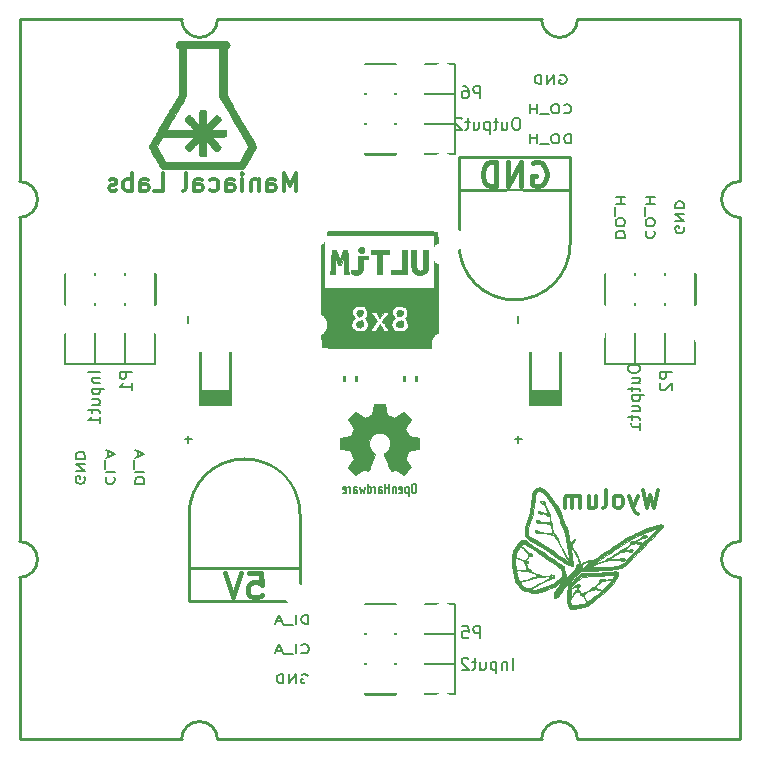
<source format=gbo>
G04 #@! TF.FileFunction,Legend,Bot*
%FSLAX46Y46*%
G04 Gerber Fmt 4.6, Leading zero omitted, Abs format (unit mm)*
G04 Created by KiCad (PCBNEW 4.0.2-4+6225~38~ubuntu15.04.1-stable) date Wed Feb 24 14:52:56 2016*
%MOMM*%
G01*
G04 APERTURE LIST*
%ADD10C,0.254000*%
%ADD11C,0.190500*%
%ADD12C,0.010000*%
%ADD13C,0.152400*%
%ADD14C,0.002540*%
%ADD15C,0.381000*%
%ADD16C,0.203200*%
%ADD17C,0.127000*%
%ADD18C,0.300000*%
%ADD19C,9.008000*%
%ADD20R,1.930400X1.574800*%
%ADD21R,3.556000X3.556000*%
%ADD22R,8.128000X2.413000*%
%ADD23R,2.413000X8.128000*%
%ADD24C,1.908000*%
G04 APERTURE END LIST*
D10*
X37211000Y41910000D02*
G75*
G03X46609000Y41910000I4699000J0D01*
G01*
X46609000Y49276000D02*
X46609000Y41910000D01*
X23749000Y19050000D02*
G75*
G03X14351000Y19050000I-4699000J0D01*
G01*
X14351000Y14478000D02*
X23749000Y14478000D01*
X23749000Y11684000D02*
X23749000Y19050000D01*
X19050000Y11684000D02*
X23749000Y11684000D01*
X14351000Y11684000D02*
X14351000Y19050000D01*
X19050000Y11684000D02*
X14351000Y11684000D01*
X37211000Y46482000D02*
X46609000Y46482000D01*
X41910000Y49276000D02*
X46609000Y49276000D01*
X37211000Y49276000D02*
X37211000Y41910000D01*
X41910000Y49276000D02*
X37211000Y49276000D01*
X44196000Y0D02*
X16764000Y0D01*
X60960000Y0D02*
X47244000Y0D01*
X60960000Y13716000D02*
X60960000Y0D01*
X60960000Y44196000D02*
X60960000Y16764000D01*
X60960000Y60960000D02*
X60960000Y47244000D01*
X47244000Y60960000D02*
X60960000Y60960000D01*
X16764000Y60960000D02*
X44196000Y60960000D01*
X0Y60960000D02*
X13716000Y60960000D01*
X0Y47244000D02*
X0Y60960000D01*
X0Y16764000D02*
X0Y44196000D01*
X0Y0D02*
X0Y13716000D01*
X13716000Y0D02*
X0Y0D01*
X60960000Y16764000D02*
G75*
G03X59436000Y15240000I0J-1524000D01*
G01*
X59436000Y15240000D02*
G75*
G03X60960000Y13716000I1524000J0D01*
G01*
X60960000Y47244000D02*
G75*
G03X59436000Y45720000I0J-1524000D01*
G01*
X59436000Y45720000D02*
G75*
G03X60960000Y44196000I1524000J0D01*
G01*
X44196000Y60960000D02*
G75*
G03X45720000Y59436000I1524000J0D01*
G01*
X45720000Y59436000D02*
G75*
G03X47244000Y60960000I0J1524000D01*
G01*
X13716000Y60960000D02*
G75*
G03X15240000Y59436000I1524000J0D01*
G01*
X15240000Y59436000D02*
G75*
G03X16764000Y60960000I0J1524000D01*
G01*
X0Y44196000D02*
G75*
G03X1524000Y45720000I0J1524000D01*
G01*
X1524000Y45720000D02*
G75*
G03X0Y47244000I-1524000J0D01*
G01*
X0Y13716000D02*
G75*
G03X1524000Y15240000I0J1524000D01*
G01*
X1524000Y15240000D02*
G75*
G03X0Y16764000I-1524000J0D01*
G01*
X16764000Y0D02*
G75*
G03X15240000Y1524000I-1524000J0D01*
G01*
X15240000Y1524000D02*
G75*
G03X13716000Y0I0J-1524000D01*
G01*
X45720000Y1524000D02*
G75*
G03X44196000Y0I0J-1524000D01*
G01*
X47244000Y0D02*
G75*
G03X45720000Y1524000I-1524000J0D01*
G01*
D11*
X56235600Y43421905D02*
X56271886Y43325143D01*
X56271886Y43180000D01*
X56235600Y43034858D01*
X56163029Y42938096D01*
X56090457Y42889715D01*
X55945314Y42841334D01*
X55836457Y42841334D01*
X55691314Y42889715D01*
X55618743Y42938096D01*
X55546171Y43034858D01*
X55509886Y43180000D01*
X55509886Y43276762D01*
X55546171Y43421905D01*
X55582457Y43470286D01*
X55836457Y43470286D01*
X55836457Y43276762D01*
X55509886Y43905715D02*
X56271886Y43905715D01*
X55509886Y44486286D01*
X56271886Y44486286D01*
X55509886Y44970096D02*
X56271886Y44970096D01*
X56271886Y45212001D01*
X56235600Y45357143D01*
X56163029Y45453905D01*
X56090457Y45502286D01*
X55945314Y45550667D01*
X55836457Y45550667D01*
X55691314Y45502286D01*
X55618743Y45453905D01*
X55546171Y45357143D01*
X55509886Y45212001D01*
X55509886Y44970096D01*
X53067857Y43059048D02*
X53031571Y43010667D01*
X52995286Y42865524D01*
X52995286Y42768762D01*
X53031571Y42623620D01*
X53104143Y42526858D01*
X53176714Y42478477D01*
X53321857Y42430096D01*
X53430714Y42430096D01*
X53575857Y42478477D01*
X53648429Y42526858D01*
X53721000Y42623620D01*
X53757286Y42768762D01*
X53757286Y42865524D01*
X53721000Y43010667D01*
X53684714Y43059048D01*
X53757286Y43688001D02*
X53757286Y43881524D01*
X53721000Y43978286D01*
X53648429Y44075048D01*
X53503286Y44123429D01*
X53249286Y44123429D01*
X53104143Y44075048D01*
X53031571Y43978286D01*
X52995286Y43881524D01*
X52995286Y43688001D01*
X53031571Y43591239D01*
X53104143Y43494477D01*
X53249286Y43446096D01*
X53503286Y43446096D01*
X53648429Y43494477D01*
X53721000Y43591239D01*
X53757286Y43688001D01*
X52922714Y44316953D02*
X52922714Y45091048D01*
X52995286Y45332953D02*
X53757286Y45332953D01*
X53394429Y45332953D02*
X53394429Y45913524D01*
X52995286Y45913524D02*
X53757286Y45913524D01*
X50480686Y42478477D02*
X51242686Y42478477D01*
X51242686Y42720382D01*
X51206400Y42865524D01*
X51133829Y42962286D01*
X51061257Y43010667D01*
X50916114Y43059048D01*
X50807257Y43059048D01*
X50662114Y43010667D01*
X50589543Y42962286D01*
X50516971Y42865524D01*
X50480686Y42720382D01*
X50480686Y42478477D01*
X51242686Y43688001D02*
X51242686Y43881524D01*
X51206400Y43978286D01*
X51133829Y44075048D01*
X50988686Y44123429D01*
X50734686Y44123429D01*
X50589543Y44075048D01*
X50516971Y43978286D01*
X50480686Y43881524D01*
X50480686Y43688001D01*
X50516971Y43591239D01*
X50589543Y43494477D01*
X50734686Y43446096D01*
X50988686Y43446096D01*
X51133829Y43494477D01*
X51206400Y43591239D01*
X51242686Y43688001D01*
X50408114Y44316953D02*
X50408114Y45091048D01*
X50480686Y45332953D02*
X51242686Y45332953D01*
X50879829Y45332953D02*
X50879829Y45913524D01*
X50480686Y45913524D02*
X51242686Y45913524D01*
X24444476Y9789886D02*
X24444476Y10551886D01*
X24202571Y10551886D01*
X24057429Y10515600D01*
X23960667Y10443029D01*
X23912286Y10370457D01*
X23863905Y10225314D01*
X23863905Y10116457D01*
X23912286Y9971314D01*
X23960667Y9898743D01*
X24057429Y9826171D01*
X24202571Y9789886D01*
X24444476Y9789886D01*
X23428476Y9789886D02*
X23428476Y10551886D01*
X23186571Y9717314D02*
X22412476Y9717314D01*
X22218952Y10007600D02*
X21735143Y10007600D01*
X22315714Y9789886D02*
X21977047Y10551886D01*
X21638381Y9789886D01*
X23863905Y7347857D02*
X23912286Y7311571D01*
X24057429Y7275286D01*
X24154191Y7275286D01*
X24299333Y7311571D01*
X24396095Y7384143D01*
X24444476Y7456714D01*
X24492857Y7601857D01*
X24492857Y7710714D01*
X24444476Y7855857D01*
X24396095Y7928429D01*
X24299333Y8001000D01*
X24154191Y8037286D01*
X24057429Y8037286D01*
X23912286Y8001000D01*
X23863905Y7964714D01*
X23428476Y7275286D02*
X23428476Y8037286D01*
X23186571Y7202714D02*
X22412476Y7202714D01*
X22218952Y7493000D02*
X21735143Y7493000D01*
X22315714Y7275286D02*
X21977047Y8037286D01*
X21638381Y7275286D01*
X23888095Y5486400D02*
X23984857Y5522686D01*
X24130000Y5522686D01*
X24275142Y5486400D01*
X24371904Y5413829D01*
X24420285Y5341257D01*
X24468666Y5196114D01*
X24468666Y5087257D01*
X24420285Y4942114D01*
X24371904Y4869543D01*
X24275142Y4796971D01*
X24130000Y4760686D01*
X24033238Y4760686D01*
X23888095Y4796971D01*
X23839714Y4833257D01*
X23839714Y5087257D01*
X24033238Y5087257D01*
X23404285Y4760686D02*
X23404285Y5522686D01*
X22823714Y4760686D01*
X22823714Y5522686D01*
X22339904Y4760686D02*
X22339904Y5522686D01*
X22097999Y5522686D01*
X21952857Y5486400D01*
X21856095Y5413829D01*
X21807714Y5341257D01*
X21759333Y5196114D01*
X21759333Y5087257D01*
X21807714Y4942114D01*
X21856095Y4869543D01*
X21952857Y4796971D01*
X22097999Y4760686D01*
X22339904Y4760686D01*
X9789886Y21656524D02*
X10551886Y21656524D01*
X10551886Y21898429D01*
X10515600Y22043571D01*
X10443029Y22140333D01*
X10370457Y22188714D01*
X10225314Y22237095D01*
X10116457Y22237095D01*
X9971314Y22188714D01*
X9898743Y22140333D01*
X9826171Y22043571D01*
X9789886Y21898429D01*
X9789886Y21656524D01*
X9789886Y22672524D02*
X10551886Y22672524D01*
X9717314Y22914429D02*
X9717314Y23688524D01*
X10007600Y23882048D02*
X10007600Y24365857D01*
X9789886Y23785286D02*
X10551886Y24123953D01*
X9789886Y24462619D01*
X7347857Y22237095D02*
X7311571Y22188714D01*
X7275286Y22043571D01*
X7275286Y21946809D01*
X7311571Y21801667D01*
X7384143Y21704905D01*
X7456714Y21656524D01*
X7601857Y21608143D01*
X7710714Y21608143D01*
X7855857Y21656524D01*
X7928429Y21704905D01*
X8001000Y21801667D01*
X8037286Y21946809D01*
X8037286Y22043571D01*
X8001000Y22188714D01*
X7964714Y22237095D01*
X7275286Y22672524D02*
X8037286Y22672524D01*
X7202714Y22914429D02*
X7202714Y23688524D01*
X7493000Y23882048D02*
X7493000Y24365857D01*
X7275286Y23785286D02*
X8037286Y24123953D01*
X7275286Y24462619D01*
X5486400Y22212905D02*
X5522686Y22116143D01*
X5522686Y21971000D01*
X5486400Y21825858D01*
X5413829Y21729096D01*
X5341257Y21680715D01*
X5196114Y21632334D01*
X5087257Y21632334D01*
X4942114Y21680715D01*
X4869543Y21729096D01*
X4796971Y21825858D01*
X4760686Y21971000D01*
X4760686Y22067762D01*
X4796971Y22212905D01*
X4833257Y22261286D01*
X5087257Y22261286D01*
X5087257Y22067762D01*
X4760686Y22696715D02*
X5522686Y22696715D01*
X4760686Y23277286D01*
X5522686Y23277286D01*
X4760686Y23761096D02*
X5522686Y23761096D01*
X5522686Y24003001D01*
X5486400Y24148143D01*
X5413829Y24244905D01*
X5341257Y24293286D01*
X5196114Y24341667D01*
X5087257Y24341667D01*
X4942114Y24293286D01*
X4869543Y24244905D01*
X4796971Y24148143D01*
X4760686Y24003001D01*
X4760686Y23761096D01*
X45732095Y56235600D02*
X45828857Y56271886D01*
X45974000Y56271886D01*
X46119142Y56235600D01*
X46215904Y56163029D01*
X46264285Y56090457D01*
X46312666Y55945314D01*
X46312666Y55836457D01*
X46264285Y55691314D01*
X46215904Y55618743D01*
X46119142Y55546171D01*
X45974000Y55509886D01*
X45877238Y55509886D01*
X45732095Y55546171D01*
X45683714Y55582457D01*
X45683714Y55836457D01*
X45877238Y55836457D01*
X45248285Y55509886D02*
X45248285Y56271886D01*
X44667714Y55509886D01*
X44667714Y56271886D01*
X44183904Y55509886D02*
X44183904Y56271886D01*
X43941999Y56271886D01*
X43796857Y56235600D01*
X43700095Y56163029D01*
X43651714Y56090457D01*
X43603333Y55945314D01*
X43603333Y55836457D01*
X43651714Y55691314D01*
X43700095Y55618743D01*
X43796857Y55546171D01*
X43941999Y55509886D01*
X44183904Y55509886D01*
X46094952Y53067857D02*
X46143333Y53031571D01*
X46288476Y52995286D01*
X46385238Y52995286D01*
X46530380Y53031571D01*
X46627142Y53104143D01*
X46675523Y53176714D01*
X46723904Y53321857D01*
X46723904Y53430714D01*
X46675523Y53575857D01*
X46627142Y53648429D01*
X46530380Y53721000D01*
X46385238Y53757286D01*
X46288476Y53757286D01*
X46143333Y53721000D01*
X46094952Y53684714D01*
X45465999Y53757286D02*
X45272476Y53757286D01*
X45175714Y53721000D01*
X45078952Y53648429D01*
X45030571Y53503286D01*
X45030571Y53249286D01*
X45078952Y53104143D01*
X45175714Y53031571D01*
X45272476Y52995286D01*
X45465999Y52995286D01*
X45562761Y53031571D01*
X45659523Y53104143D01*
X45707904Y53249286D01*
X45707904Y53503286D01*
X45659523Y53648429D01*
X45562761Y53721000D01*
X45465999Y53757286D01*
X44837047Y52922714D02*
X44062952Y52922714D01*
X43821047Y52995286D02*
X43821047Y53757286D01*
X43821047Y53394429D02*
X43240476Y53394429D01*
X43240476Y52995286D02*
X43240476Y53757286D01*
X46675523Y50480686D02*
X46675523Y51242686D01*
X46433618Y51242686D01*
X46288476Y51206400D01*
X46191714Y51133829D01*
X46143333Y51061257D01*
X46094952Y50916114D01*
X46094952Y50807257D01*
X46143333Y50662114D01*
X46191714Y50589543D01*
X46288476Y50516971D01*
X46433618Y50480686D01*
X46675523Y50480686D01*
X45465999Y51242686D02*
X45272476Y51242686D01*
X45175714Y51206400D01*
X45078952Y51133829D01*
X45030571Y50988686D01*
X45030571Y50734686D01*
X45078952Y50589543D01*
X45175714Y50516971D01*
X45272476Y50480686D01*
X45465999Y50480686D01*
X45562761Y50516971D01*
X45659523Y50589543D01*
X45707904Y50734686D01*
X45707904Y50988686D01*
X45659523Y51133829D01*
X45562761Y51206400D01*
X45465999Y51242686D01*
X44837047Y50408114D02*
X44062952Y50408114D01*
X43821047Y50480686D02*
X43821047Y51242686D01*
X43821047Y50879829D02*
X43240476Y50879829D01*
X43240476Y50480686D02*
X43240476Y51242686D01*
D12*
G36*
X29876476Y43014855D02*
X29331460Y43014709D01*
X28833256Y43014447D01*
X28379868Y43014056D01*
X27969302Y43013522D01*
X27599564Y43012830D01*
X27268659Y43011966D01*
X26974593Y43010916D01*
X26715372Y43009665D01*
X26489000Y43008200D01*
X26293484Y43006505D01*
X26126830Y43004567D01*
X25987042Y43002371D01*
X25872126Y42999903D01*
X25780089Y42997150D01*
X25708934Y42994096D01*
X25656669Y42990727D01*
X25621298Y42987029D01*
X25600828Y42982989D01*
X25594404Y42980040D01*
X25589340Y42973203D01*
X25584697Y42960047D01*
X25580457Y42938460D01*
X25576603Y42906326D01*
X25573115Y42861533D01*
X25569977Y42801965D01*
X25567169Y42725510D01*
X25564674Y42630052D01*
X25562473Y42513479D01*
X25560549Y42373675D01*
X25558883Y42208527D01*
X25557457Y42015921D01*
X25556253Y41793743D01*
X25555252Y41539879D01*
X25554437Y41252215D01*
X25553789Y40928637D01*
X25553291Y40567031D01*
X25552923Y40165282D01*
X25552668Y39721277D01*
X25552509Y39232903D01*
X25552425Y38698044D01*
X25552401Y38114587D01*
X25552400Y38089270D01*
X25552470Y37476434D01*
X25552685Y36912717D01*
X25553056Y36396441D01*
X25553595Y35925926D01*
X25554310Y35499491D01*
X25555213Y35115458D01*
X25556314Y34772147D01*
X25557624Y34467877D01*
X25559153Y34200970D01*
X25560912Y33969745D01*
X25562910Y33772523D01*
X25565159Y33607625D01*
X25567670Y33473369D01*
X25570451Y33368077D01*
X25573515Y33290070D01*
X25576871Y33237667D01*
X25580530Y33209188D01*
X25582881Y33202880D01*
X25597782Y33199034D01*
X25635599Y33195497D01*
X25698010Y33192259D01*
X25786694Y33189309D01*
X25903333Y33186637D01*
X26049605Y33184232D01*
X26227190Y33182084D01*
X26437768Y33180182D01*
X26683019Y33178516D01*
X26964622Y33177076D01*
X27284256Y33175851D01*
X27643603Y33174830D01*
X28044340Y33174003D01*
X28488149Y33173359D01*
X28976709Y33172889D01*
X29511699Y33172581D01*
X30094799Y33172425D01*
X30469270Y33172400D01*
X31054792Y33172423D01*
X31591627Y33172504D01*
X32081891Y33172660D01*
X32527696Y33172910D01*
X32931158Y33173273D01*
X33294389Y33173765D01*
X33619505Y33174407D01*
X33908619Y33175214D01*
X34163844Y33176207D01*
X34387296Y33177403D01*
X34581088Y33178819D01*
X34747334Y33180475D01*
X34888149Y33182388D01*
X35005645Y33184577D01*
X35101938Y33187059D01*
X35179140Y33189854D01*
X35239367Y33192978D01*
X35284732Y33196450D01*
X35317350Y33200289D01*
X35339333Y33204513D01*
X35352797Y33209139D01*
X35359855Y33214185D01*
X35360040Y33214404D01*
X35364322Y33225890D01*
X35368252Y33250921D01*
X35371842Y33291491D01*
X35375108Y33349595D01*
X35378065Y33427228D01*
X35380725Y33526384D01*
X35383104Y33649057D01*
X35385215Y33797242D01*
X35387074Y33972933D01*
X35388694Y34178125D01*
X35390089Y34414811D01*
X35391274Y34684988D01*
X35392263Y34990648D01*
X35392390Y35044867D01*
X32889508Y35044867D01*
X32849291Y34895955D01*
X32767406Y34765315D01*
X32646764Y34659898D01*
X32507613Y34592391D01*
X32360060Y34558582D01*
X32189452Y34546031D01*
X32019058Y34555149D01*
X31887961Y34581371D01*
X31818044Y34612289D01*
X31233993Y34612289D01*
X31211742Y34601651D01*
X31158095Y34597738D01*
X31064368Y34599178D01*
X31037639Y34600073D01*
X30827016Y34607500D01*
X30710658Y34801065D01*
X30651045Y34898213D01*
X30594601Y34986732D01*
X30551084Y35051421D01*
X30541658Y35064373D01*
X30489016Y35134116D01*
X30400538Y35010508D01*
X30336914Y34917513D01*
X30267072Y34809365D01*
X30224996Y34740850D01*
X30137932Y34594800D01*
X29927966Y34594800D01*
X29831891Y34596926D01*
X29758935Y34602586D01*
X29720916Y34610709D01*
X29718049Y34613850D01*
X29731351Y34647272D01*
X29767339Y34713479D01*
X29820246Y34803177D01*
X29884304Y34907070D01*
X29953745Y35015860D01*
X30022801Y35120251D01*
X30025181Y35123683D01*
X29497353Y35123683D01*
X29482124Y34967212D01*
X29425561Y34822242D01*
X29365688Y34738148D01*
X29309659Y34692050D01*
X29224191Y34640525D01*
X29128112Y34593988D01*
X29057600Y34567753D01*
X28982735Y34554805D01*
X28875746Y34548089D01*
X28754920Y34547521D01*
X28638538Y34553017D01*
X28544886Y34564493D01*
X28519697Y34570226D01*
X28360772Y34636945D01*
X28232899Y34735995D01*
X28139667Y34860079D01*
X28084665Y35001897D01*
X28071482Y35154152D01*
X28103708Y35309545D01*
X28128006Y35366677D01*
X28169987Y35442610D01*
X28219327Y35506181D01*
X28287867Y35570101D01*
X28387448Y35647083D01*
X28392967Y35651145D01*
X28381277Y35670738D01*
X28342293Y35715055D01*
X28298718Y35760083D01*
X28198479Y35891736D01*
X28140924Y36037114D01*
X28125046Y36187598D01*
X28149837Y36334569D01*
X28214291Y36469407D01*
X28317400Y36583495D01*
X28401649Y36640779D01*
X28470913Y36676565D01*
X28531802Y36698752D01*
X28600350Y36710532D01*
X28692593Y36715093D01*
X28778200Y36715700D01*
X28927527Y36710681D01*
X29041305Y36692430D01*
X29134081Y36656161D01*
X29220401Y36597089D01*
X29269418Y36554051D01*
X29369049Y36430193D01*
X29429765Y36286431D01*
X29451038Y36133311D01*
X29432338Y35981374D01*
X29373137Y35841165D01*
X29309352Y35757772D01*
X29210347Y35653696D01*
X29302526Y35564173D01*
X29406805Y35431957D01*
X29471997Y35281862D01*
X29497353Y35123683D01*
X30025181Y35123683D01*
X30085705Y35210949D01*
X30104856Y35237272D01*
X30232472Y35409844D01*
X29987936Y35776878D01*
X29908281Y35897140D01*
X29839480Y36002358D01*
X29786095Y36085445D01*
X29752688Y36139316D01*
X29743400Y36156756D01*
X29766795Y36162720D01*
X29828967Y36167211D01*
X29917900Y36169471D01*
X29946726Y36169600D01*
X30150052Y36169600D01*
X30304806Y35928300D01*
X30367046Y35832319D01*
X30418849Y35754437D01*
X30454431Y35703219D01*
X30467792Y35687000D01*
X30484796Y35706434D01*
X30524894Y35759286D01*
X30582015Y35837383D01*
X30647073Y35928300D01*
X30818123Y36169600D01*
X31030956Y36169600D01*
X31109508Y36170509D01*
X31166872Y36169673D01*
X31202040Y36161754D01*
X31214003Y36141411D01*
X31201753Y36103306D01*
X31164283Y36042097D01*
X31100585Y35952446D01*
X31009652Y35829012D01*
X30951853Y35750500D01*
X30870050Y35638130D01*
X30799982Y35540207D01*
X30746724Y35463956D01*
X30715348Y35416601D01*
X30709091Y35404743D01*
X30723399Y35377588D01*
X30760437Y35325582D01*
X30787824Y35290443D01*
X30834713Y35228597D01*
X30897148Y35141576D01*
X30968625Y35039002D01*
X31042642Y34930495D01*
X31112697Y34825676D01*
X31172286Y34734165D01*
X31214906Y34665584D01*
X31233535Y34631025D01*
X31233993Y34612289D01*
X31818044Y34612289D01*
X31726908Y34652590D01*
X31602660Y34757291D01*
X31517963Y34891835D01*
X31475564Y35052585D01*
X31471018Y35133539D01*
X31490198Y35294872D01*
X31549693Y35429091D01*
X31653833Y35544939D01*
X31688720Y35573102D01*
X31792248Y35652065D01*
X31687133Y35768168D01*
X31592604Y35903814D01*
X31537555Y36052031D01*
X31521751Y36203643D01*
X31544960Y36349469D01*
X31606946Y36480330D01*
X31707478Y36587048D01*
X31707991Y36587440D01*
X31854527Y36669248D01*
X32024427Y36715543D01*
X32204735Y36726325D01*
X32382495Y36701593D01*
X32544751Y36641348D01*
X32630179Y36587464D01*
X32722148Y36489464D01*
X32792728Y36359386D01*
X32834217Y36214073D01*
X32841952Y36124335D01*
X32825064Y35969173D01*
X32770494Y35840832D01*
X32683509Y35736817D01*
X32595807Y35653369D01*
X32684929Y35575120D01*
X32749204Y35504020D01*
X32810469Y35413051D01*
X32833277Y35369685D01*
X32885141Y35205094D01*
X32889508Y35044867D01*
X35392390Y35044867D01*
X35393070Y35333786D01*
X35393710Y35716398D01*
X35394197Y36140476D01*
X35394544Y36608016D01*
X35394767Y37121013D01*
X35394880Y37681460D01*
X35394900Y38090297D01*
X35394885Y38673053D01*
X35394824Y39207149D01*
X35394700Y39694723D01*
X35394490Y40137914D01*
X35394177Y40538862D01*
X35393739Y40899706D01*
X35393157Y41222584D01*
X35392412Y41509637D01*
X35391482Y41763004D01*
X35390349Y41984823D01*
X35388992Y42177233D01*
X35387392Y42342375D01*
X35385528Y42482386D01*
X35383381Y42599407D01*
X35380931Y42695576D01*
X35379048Y42748200D01*
X35128200Y42748200D01*
X35128200Y38227000D01*
X25806400Y38227000D01*
X25806400Y42748200D01*
X35128200Y42748200D01*
X35379048Y42748200D01*
X35378158Y42773033D01*
X35375042Y42833916D01*
X35371563Y42880366D01*
X35367702Y42914520D01*
X35363438Y42938518D01*
X35358751Y42954500D01*
X35353622Y42964605D01*
X35349543Y42969543D01*
X35342404Y42975011D01*
X35330965Y42980022D01*
X35313087Y42984596D01*
X35286633Y42988753D01*
X35249461Y42992512D01*
X35199433Y42995894D01*
X35134411Y42998918D01*
X35052254Y43001604D01*
X34950823Y43003973D01*
X34827980Y43006044D01*
X34681585Y43007836D01*
X34509500Y43009371D01*
X34309584Y43010667D01*
X34079698Y43011745D01*
X33817705Y43012624D01*
X33521464Y43013325D01*
X33188836Y43013867D01*
X32817682Y43014270D01*
X32405862Y43014555D01*
X31951239Y43014740D01*
X31451672Y43014846D01*
X30905023Y43014892D01*
X30470297Y43014900D01*
X29876476Y43014855D01*
X29876476Y43014855D01*
G37*
X29876476Y43014855D02*
X29331460Y43014709D01*
X28833256Y43014447D01*
X28379868Y43014056D01*
X27969302Y43013522D01*
X27599564Y43012830D01*
X27268659Y43011966D01*
X26974593Y43010916D01*
X26715372Y43009665D01*
X26489000Y43008200D01*
X26293484Y43006505D01*
X26126830Y43004567D01*
X25987042Y43002371D01*
X25872126Y42999903D01*
X25780089Y42997150D01*
X25708934Y42994096D01*
X25656669Y42990727D01*
X25621298Y42987029D01*
X25600828Y42982989D01*
X25594404Y42980040D01*
X25589340Y42973203D01*
X25584697Y42960047D01*
X25580457Y42938460D01*
X25576603Y42906326D01*
X25573115Y42861533D01*
X25569977Y42801965D01*
X25567169Y42725510D01*
X25564674Y42630052D01*
X25562473Y42513479D01*
X25560549Y42373675D01*
X25558883Y42208527D01*
X25557457Y42015921D01*
X25556253Y41793743D01*
X25555252Y41539879D01*
X25554437Y41252215D01*
X25553789Y40928637D01*
X25553291Y40567031D01*
X25552923Y40165282D01*
X25552668Y39721277D01*
X25552509Y39232903D01*
X25552425Y38698044D01*
X25552401Y38114587D01*
X25552400Y38089270D01*
X25552470Y37476434D01*
X25552685Y36912717D01*
X25553056Y36396441D01*
X25553595Y35925926D01*
X25554310Y35499491D01*
X25555213Y35115458D01*
X25556314Y34772147D01*
X25557624Y34467877D01*
X25559153Y34200970D01*
X25560912Y33969745D01*
X25562910Y33772523D01*
X25565159Y33607625D01*
X25567670Y33473369D01*
X25570451Y33368077D01*
X25573515Y33290070D01*
X25576871Y33237667D01*
X25580530Y33209188D01*
X25582881Y33202880D01*
X25597782Y33199034D01*
X25635599Y33195497D01*
X25698010Y33192259D01*
X25786694Y33189309D01*
X25903333Y33186637D01*
X26049605Y33184232D01*
X26227190Y33182084D01*
X26437768Y33180182D01*
X26683019Y33178516D01*
X26964622Y33177076D01*
X27284256Y33175851D01*
X27643603Y33174830D01*
X28044340Y33174003D01*
X28488149Y33173359D01*
X28976709Y33172889D01*
X29511699Y33172581D01*
X30094799Y33172425D01*
X30469270Y33172400D01*
X31054792Y33172423D01*
X31591627Y33172504D01*
X32081891Y33172660D01*
X32527696Y33172910D01*
X32931158Y33173273D01*
X33294389Y33173765D01*
X33619505Y33174407D01*
X33908619Y33175214D01*
X34163844Y33176207D01*
X34387296Y33177403D01*
X34581088Y33178819D01*
X34747334Y33180475D01*
X34888149Y33182388D01*
X35005645Y33184577D01*
X35101938Y33187059D01*
X35179140Y33189854D01*
X35239367Y33192978D01*
X35284732Y33196450D01*
X35317350Y33200289D01*
X35339333Y33204513D01*
X35352797Y33209139D01*
X35359855Y33214185D01*
X35360040Y33214404D01*
X35364322Y33225890D01*
X35368252Y33250921D01*
X35371842Y33291491D01*
X35375108Y33349595D01*
X35378065Y33427228D01*
X35380725Y33526384D01*
X35383104Y33649057D01*
X35385215Y33797242D01*
X35387074Y33972933D01*
X35388694Y34178125D01*
X35390089Y34414811D01*
X35391274Y34684988D01*
X35392263Y34990648D01*
X35392390Y35044867D01*
X32889508Y35044867D01*
X32849291Y34895955D01*
X32767406Y34765315D01*
X32646764Y34659898D01*
X32507613Y34592391D01*
X32360060Y34558582D01*
X32189452Y34546031D01*
X32019058Y34555149D01*
X31887961Y34581371D01*
X31818044Y34612289D01*
X31233993Y34612289D01*
X31211742Y34601651D01*
X31158095Y34597738D01*
X31064368Y34599178D01*
X31037639Y34600073D01*
X30827016Y34607500D01*
X30710658Y34801065D01*
X30651045Y34898213D01*
X30594601Y34986732D01*
X30551084Y35051421D01*
X30541658Y35064373D01*
X30489016Y35134116D01*
X30400538Y35010508D01*
X30336914Y34917513D01*
X30267072Y34809365D01*
X30224996Y34740850D01*
X30137932Y34594800D01*
X29927966Y34594800D01*
X29831891Y34596926D01*
X29758935Y34602586D01*
X29720916Y34610709D01*
X29718049Y34613850D01*
X29731351Y34647272D01*
X29767339Y34713479D01*
X29820246Y34803177D01*
X29884304Y34907070D01*
X29953745Y35015860D01*
X30022801Y35120251D01*
X30025181Y35123683D01*
X29497353Y35123683D01*
X29482124Y34967212D01*
X29425561Y34822242D01*
X29365688Y34738148D01*
X29309659Y34692050D01*
X29224191Y34640525D01*
X29128112Y34593988D01*
X29057600Y34567753D01*
X28982735Y34554805D01*
X28875746Y34548089D01*
X28754920Y34547521D01*
X28638538Y34553017D01*
X28544886Y34564493D01*
X28519697Y34570226D01*
X28360772Y34636945D01*
X28232899Y34735995D01*
X28139667Y34860079D01*
X28084665Y35001897D01*
X28071482Y35154152D01*
X28103708Y35309545D01*
X28128006Y35366677D01*
X28169987Y35442610D01*
X28219327Y35506181D01*
X28287867Y35570101D01*
X28387448Y35647083D01*
X28392967Y35651145D01*
X28381277Y35670738D01*
X28342293Y35715055D01*
X28298718Y35760083D01*
X28198479Y35891736D01*
X28140924Y36037114D01*
X28125046Y36187598D01*
X28149837Y36334569D01*
X28214291Y36469407D01*
X28317400Y36583495D01*
X28401649Y36640779D01*
X28470913Y36676565D01*
X28531802Y36698752D01*
X28600350Y36710532D01*
X28692593Y36715093D01*
X28778200Y36715700D01*
X28927527Y36710681D01*
X29041305Y36692430D01*
X29134081Y36656161D01*
X29220401Y36597089D01*
X29269418Y36554051D01*
X29369049Y36430193D01*
X29429765Y36286431D01*
X29451038Y36133311D01*
X29432338Y35981374D01*
X29373137Y35841165D01*
X29309352Y35757772D01*
X29210347Y35653696D01*
X29302526Y35564173D01*
X29406805Y35431957D01*
X29471997Y35281862D01*
X29497353Y35123683D01*
X30025181Y35123683D01*
X30085705Y35210949D01*
X30104856Y35237272D01*
X30232472Y35409844D01*
X29987936Y35776878D01*
X29908281Y35897140D01*
X29839480Y36002358D01*
X29786095Y36085445D01*
X29752688Y36139316D01*
X29743400Y36156756D01*
X29766795Y36162720D01*
X29828967Y36167211D01*
X29917900Y36169471D01*
X29946726Y36169600D01*
X30150052Y36169600D01*
X30304806Y35928300D01*
X30367046Y35832319D01*
X30418849Y35754437D01*
X30454431Y35703219D01*
X30467792Y35687000D01*
X30484796Y35706434D01*
X30524894Y35759286D01*
X30582015Y35837383D01*
X30647073Y35928300D01*
X30818123Y36169600D01*
X31030956Y36169600D01*
X31109508Y36170509D01*
X31166872Y36169673D01*
X31202040Y36161754D01*
X31214003Y36141411D01*
X31201753Y36103306D01*
X31164283Y36042097D01*
X31100585Y35952446D01*
X31009652Y35829012D01*
X30951853Y35750500D01*
X30870050Y35638130D01*
X30799982Y35540207D01*
X30746724Y35463956D01*
X30715348Y35416601D01*
X30709091Y35404743D01*
X30723399Y35377588D01*
X30760437Y35325582D01*
X30787824Y35290443D01*
X30834713Y35228597D01*
X30897148Y35141576D01*
X30968625Y35039002D01*
X31042642Y34930495D01*
X31112697Y34825676D01*
X31172286Y34734165D01*
X31214906Y34665584D01*
X31233535Y34631025D01*
X31233993Y34612289D01*
X31818044Y34612289D01*
X31726908Y34652590D01*
X31602660Y34757291D01*
X31517963Y34891835D01*
X31475564Y35052585D01*
X31471018Y35133539D01*
X31490198Y35294872D01*
X31549693Y35429091D01*
X31653833Y35544939D01*
X31688720Y35573102D01*
X31792248Y35652065D01*
X31687133Y35768168D01*
X31592604Y35903814D01*
X31537555Y36052031D01*
X31521751Y36203643D01*
X31544960Y36349469D01*
X31606946Y36480330D01*
X31707478Y36587048D01*
X31707991Y36587440D01*
X31854527Y36669248D01*
X32024427Y36715543D01*
X32204735Y36726325D01*
X32382495Y36701593D01*
X32544751Y36641348D01*
X32630179Y36587464D01*
X32722148Y36489464D01*
X32792728Y36359386D01*
X32834217Y36214073D01*
X32841952Y36124335D01*
X32825064Y35969173D01*
X32770494Y35840832D01*
X32683509Y35736817D01*
X32595807Y35653369D01*
X32684929Y35575120D01*
X32749204Y35504020D01*
X32810469Y35413051D01*
X32833277Y35369685D01*
X32885141Y35205094D01*
X32889508Y35044867D01*
X35392390Y35044867D01*
X35393070Y35333786D01*
X35393710Y35716398D01*
X35394197Y36140476D01*
X35394544Y36608016D01*
X35394767Y37121013D01*
X35394880Y37681460D01*
X35394900Y38090297D01*
X35394885Y38673053D01*
X35394824Y39207149D01*
X35394700Y39694723D01*
X35394490Y40137914D01*
X35394177Y40538862D01*
X35393739Y40899706D01*
X35393157Y41222584D01*
X35392412Y41509637D01*
X35391482Y41763004D01*
X35390349Y41984823D01*
X35388992Y42177233D01*
X35387392Y42342375D01*
X35385528Y42482386D01*
X35383381Y42599407D01*
X35380931Y42695576D01*
X35379048Y42748200D01*
X35128200Y42748200D01*
X35128200Y38227000D01*
X25806400Y38227000D01*
X25806400Y42748200D01*
X35128200Y42748200D01*
X35379048Y42748200D01*
X35378158Y42773033D01*
X35375042Y42833916D01*
X35371563Y42880366D01*
X35367702Y42914520D01*
X35363438Y42938518D01*
X35358751Y42954500D01*
X35353622Y42964605D01*
X35349543Y42969543D01*
X35342404Y42975011D01*
X35330965Y42980022D01*
X35313087Y42984596D01*
X35286633Y42988753D01*
X35249461Y42992512D01*
X35199433Y42995894D01*
X35134411Y42998918D01*
X35052254Y43001604D01*
X34950823Y43003973D01*
X34827980Y43006044D01*
X34681585Y43007836D01*
X34509500Y43009371D01*
X34309584Y43010667D01*
X34079698Y43011745D01*
X33817705Y43012624D01*
X33521464Y43013325D01*
X33188836Y43013867D01*
X32817682Y43014270D01*
X32405862Y43014555D01*
X31951239Y43014740D01*
X31451672Y43014846D01*
X30905023Y43014892D01*
X30470297Y43014900D01*
X29876476Y43014855D01*
G36*
X32170543Y35458986D02*
X32023923Y35384930D01*
X31920460Y35300399D01*
X31862981Y35208189D01*
X31851600Y35143097D01*
X31874985Y35042582D01*
X31942675Y34962770D01*
X32050978Y34907730D01*
X32070606Y34901832D01*
X32145027Y34882952D01*
X32197100Y34878661D01*
X32253114Y34888883D01*
X32296895Y34901178D01*
X32396145Y34950013D01*
X32470779Y35025302D01*
X32502324Y35093105D01*
X32504221Y35185119D01*
X32474958Y35292266D01*
X32420895Y35395429D01*
X32387406Y35438590D01*
X32316317Y35518151D01*
X32170543Y35458986D01*
X32170543Y35458986D01*
G37*
X32170543Y35458986D02*
X32023923Y35384930D01*
X31920460Y35300399D01*
X31862981Y35208189D01*
X31851600Y35143097D01*
X31874985Y35042582D01*
X31942675Y34962770D01*
X32050978Y34907730D01*
X32070606Y34901832D01*
X32145027Y34882952D01*
X32197100Y34878661D01*
X32253114Y34888883D01*
X32296895Y34901178D01*
X32396145Y34950013D01*
X32470779Y35025302D01*
X32502324Y35093105D01*
X32504221Y35185119D01*
X32474958Y35292266D01*
X32420895Y35395429D01*
X32387406Y35438590D01*
X32316317Y35518151D01*
X32170543Y35458986D01*
G36*
X32090347Y36367068D02*
X32030398Y36343935D01*
X31976647Y36298554D01*
X31920394Y36221641D01*
X31904614Y36136995D01*
X31927935Y36032919D01*
X31941469Y35998264D01*
X31996974Y35890650D01*
X32057433Y35831516D01*
X32129991Y35818589D01*
X32221794Y35849598D01*
X32288403Y35887913D01*
X32385903Y35971258D01*
X32441051Y36064200D01*
X32455830Y36158146D01*
X32432225Y36244504D01*
X32372221Y36314681D01*
X32277802Y36360083D01*
X32176421Y36372800D01*
X32090347Y36367068D01*
X32090347Y36367068D01*
G37*
X32090347Y36367068D02*
X32030398Y36343935D01*
X31976647Y36298554D01*
X31920394Y36221641D01*
X31904614Y36136995D01*
X31927935Y36032919D01*
X31941469Y35998264D01*
X31996974Y35890650D01*
X32057433Y35831516D01*
X32129991Y35818589D01*
X32221794Y35849598D01*
X32288403Y35887913D01*
X32385903Y35971258D01*
X32441051Y36064200D01*
X32455830Y36158146D01*
X32432225Y36244504D01*
X32372221Y36314681D01*
X32277802Y36360083D01*
X32176421Y36372800D01*
X32090347Y36367068D01*
G36*
X28881013Y35493709D02*
X28806232Y35467683D01*
X28713891Y35424738D01*
X28704255Y35419724D01*
X28571513Y35335113D01*
X28488954Y35247362D01*
X28456729Y35156861D01*
X28474992Y35063995D01*
X28531584Y34982112D01*
X28593679Y34936831D01*
X28680150Y34898119D01*
X28764750Y34876772D01*
X28790900Y34875457D01*
X28829160Y34884007D01*
X28894014Y34904203D01*
X28917900Y34912461D01*
X29023324Y34966621D01*
X29085049Y35042000D01*
X29107998Y35145098D01*
X29108400Y35164030D01*
X29094105Y35251313D01*
X29057138Y35344711D01*
X29006379Y35428022D01*
X28950706Y35485047D01*
X28925239Y35498202D01*
X28881013Y35493709D01*
X28881013Y35493709D01*
G37*
X28881013Y35493709D02*
X28806232Y35467683D01*
X28713891Y35424738D01*
X28704255Y35419724D01*
X28571513Y35335113D01*
X28488954Y35247362D01*
X28456729Y35156861D01*
X28474992Y35063995D01*
X28531584Y34982112D01*
X28593679Y34936831D01*
X28680150Y34898119D01*
X28764750Y34876772D01*
X28790900Y34875457D01*
X28829160Y34884007D01*
X28894014Y34904203D01*
X28917900Y34912461D01*
X29023324Y34966621D01*
X29085049Y35042000D01*
X29107998Y35145098D01*
X29108400Y35164030D01*
X29094105Y35251313D01*
X29057138Y35344711D01*
X29006379Y35428022D01*
X28950706Y35485047D01*
X28925239Y35498202D01*
X28881013Y35493709D01*
G36*
X28685831Y36366385D02*
X28624838Y36342414D01*
X28586546Y36310455D01*
X28535398Y36225957D01*
X28522382Y36122165D01*
X28545703Y36011189D01*
X28603563Y35905142D01*
X28655137Y35847967D01*
X28714700Y35793034D01*
X28832917Y35853568D01*
X28954382Y35932606D01*
X29028197Y36022308D01*
X29056993Y36126091D01*
X29057600Y36145368D01*
X29035373Y36244284D01*
X28972226Y36317856D01*
X28873462Y36361816D01*
X28775097Y36372800D01*
X28685831Y36366385D01*
X28685831Y36366385D01*
G37*
X28685831Y36366385D02*
X28624838Y36342414D01*
X28586546Y36310455D01*
X28535398Y36225957D01*
X28522382Y36122165D01*
X28545703Y36011189D01*
X28603563Y35905142D01*
X28655137Y35847967D01*
X28714700Y35793034D01*
X28832917Y35853568D01*
X28954382Y35932606D01*
X29028197Y36022308D01*
X29056993Y36126091D01*
X29057600Y36145368D01*
X29035373Y36244284D01*
X28972226Y36317856D01*
X28873462Y36361816D01*
X28775097Y36372800D01*
X28685831Y36366385D01*
G36*
X34163000Y40707291D02*
X34161995Y40451744D01*
X34159022Y40238553D01*
X34154143Y40069624D01*
X34147422Y39946860D01*
X34138921Y39872166D01*
X34134847Y39855619D01*
X34080646Y39773258D01*
X33989569Y39720060D01*
X33868993Y39700240D01*
X33862887Y39700200D01*
X33749972Y39722895D01*
X33662753Y39787577D01*
X33607872Y39889143D01*
X33605217Y39898206D01*
X33597928Y39950187D01*
X33591539Y40046672D01*
X33586249Y40181373D01*
X33582255Y40347999D01*
X33579754Y40540260D01*
X33578942Y40735250D01*
X33578800Y41478200D01*
X33172400Y41478200D01*
X33172400Y40682711D01*
X33172843Y40447392D01*
X33174337Y40257024D01*
X33177131Y40105764D01*
X33181472Y39987767D01*
X33187611Y39897192D01*
X33195795Y39828194D01*
X33206273Y39774930D01*
X33211900Y39754211D01*
X33281076Y39606761D01*
X33388982Y39487165D01*
X33527569Y39403473D01*
X33582011Y39384100D01*
X33709313Y39359381D01*
X33862403Y39348806D01*
X34018191Y39352678D01*
X34153586Y39371302D01*
X34174239Y39376305D01*
X34266329Y39419655D01*
X34364337Y39495868D01*
X34454186Y39591107D01*
X34521800Y39691534D01*
X34542498Y39738300D01*
X34553399Y39783075D01*
X34562512Y39852590D01*
X34570063Y39951382D01*
X34576276Y40083984D01*
X34581378Y40254931D01*
X34585594Y40468756D01*
X34588298Y40659050D01*
X34598536Y41478200D01*
X34163000Y41478200D01*
X34163000Y40707291D01*
X34163000Y40707291D01*
G37*
X34163000Y40707291D02*
X34161995Y40451744D01*
X34159022Y40238553D01*
X34154143Y40069624D01*
X34147422Y39946860D01*
X34138921Y39872166D01*
X34134847Y39855619D01*
X34080646Y39773258D01*
X33989569Y39720060D01*
X33868993Y39700240D01*
X33862887Y39700200D01*
X33749972Y39722895D01*
X33662753Y39787577D01*
X33607872Y39889143D01*
X33605217Y39898206D01*
X33597928Y39950187D01*
X33591539Y40046672D01*
X33586249Y40181373D01*
X33582255Y40347999D01*
X33579754Y40540260D01*
X33578942Y40735250D01*
X33578800Y41478200D01*
X33172400Y41478200D01*
X33172400Y40682711D01*
X33172843Y40447392D01*
X33174337Y40257024D01*
X33177131Y40105764D01*
X33181472Y39987767D01*
X33187611Y39897192D01*
X33195795Y39828194D01*
X33206273Y39774930D01*
X33211900Y39754211D01*
X33281076Y39606761D01*
X33388982Y39487165D01*
X33527569Y39403473D01*
X33582011Y39384100D01*
X33709313Y39359381D01*
X33862403Y39348806D01*
X34018191Y39352678D01*
X34153586Y39371302D01*
X34174239Y39376305D01*
X34266329Y39419655D01*
X34364337Y39495868D01*
X34454186Y39591107D01*
X34521800Y39691534D01*
X34542498Y39738300D01*
X34553399Y39783075D01*
X34562512Y39852590D01*
X34570063Y39951382D01*
X34576276Y40083984D01*
X34581378Y40254931D01*
X34585594Y40468756D01*
X34588298Y40659050D01*
X34598536Y41478200D01*
X34163000Y41478200D01*
X34163000Y40707291D01*
G36*
X28651200Y40425296D02*
X28649652Y40203313D01*
X28645028Y40029848D01*
X28637360Y39905549D01*
X28626678Y39831060D01*
X28621617Y39815462D01*
X28568299Y39749568D01*
X28482203Y39716703D01*
X28361368Y39716651D01*
X28203836Y39749195D01*
X28154017Y39763770D01*
X28125144Y39767977D01*
X28106186Y39752092D01*
X28092008Y39706183D01*
X28077475Y39620319D01*
X28076503Y39613838D01*
X28051673Y39447686D01*
X28154587Y39406239D01*
X28261986Y39376130D01*
X28393708Y39358018D01*
X28530920Y39352750D01*
X28654790Y39361171D01*
X28736614Y39380127D01*
X28832397Y39424233D01*
X28908145Y39480962D01*
X28966347Y39556446D01*
X29009493Y39656818D01*
X29040070Y39788209D01*
X29060568Y39956752D01*
X29073475Y40168578D01*
X29075287Y40214550D01*
X29090930Y40640000D01*
X29514800Y40640000D01*
X29514800Y40970200D01*
X28651200Y40970200D01*
X28651200Y40425296D01*
X28651200Y40425296D01*
G37*
X28651200Y40425296D02*
X28649652Y40203313D01*
X28645028Y40029848D01*
X28637360Y39905549D01*
X28626678Y39831060D01*
X28621617Y39815462D01*
X28568299Y39749568D01*
X28482203Y39716703D01*
X28361368Y39716651D01*
X28203836Y39749195D01*
X28154017Y39763770D01*
X28125144Y39767977D01*
X28106186Y39752092D01*
X28092008Y39706183D01*
X28077475Y39620319D01*
X28076503Y39613838D01*
X28051673Y39447686D01*
X28154587Y39406239D01*
X28261986Y39376130D01*
X28393708Y39358018D01*
X28530920Y39352750D01*
X28654790Y39361171D01*
X28736614Y39380127D01*
X28832397Y39424233D01*
X28908145Y39480962D01*
X28966347Y39556446D01*
X29009493Y39656818D01*
X29040070Y39788209D01*
X29060568Y39956752D01*
X29073475Y40168578D01*
X29075287Y40214550D01*
X29090930Y40640000D01*
X29514800Y40640000D01*
X29514800Y40970200D01*
X28651200Y40970200D01*
X28651200Y40425296D01*
G36*
X32359600Y39725600D02*
X31470600Y39725600D01*
X31470600Y39395400D01*
X32791400Y39395400D01*
X32791400Y41478200D01*
X32359600Y41478200D01*
X32359600Y39725600D01*
X32359600Y39725600D01*
G37*
X32359600Y39725600D02*
X31470600Y39725600D01*
X31470600Y39395400D01*
X32791400Y39395400D01*
X32791400Y41478200D01*
X32359600Y41478200D01*
X32359600Y39725600D01*
G36*
X29723190Y41306750D02*
X29730700Y41135300D01*
X30276800Y41120882D01*
X30276800Y39395400D01*
X30683200Y39395400D01*
X30683200Y41122600D01*
X31242000Y41122600D01*
X31242000Y41478200D01*
X30478840Y41478201D01*
X29715679Y41478201D01*
X29723190Y41306750D01*
X29723190Y41306750D01*
G37*
X29723190Y41306750D02*
X29730700Y41135300D01*
X30276800Y41120882D01*
X30276800Y39395400D01*
X30683200Y39395400D01*
X30683200Y41122600D01*
X31242000Y41122600D01*
X31242000Y41478200D01*
X30478840Y41478201D01*
X29715679Y41478201D01*
X29723190Y41306750D01*
G36*
X26524299Y41476474D02*
X26470365Y41469540D01*
X26446153Y41454764D01*
X26441089Y41433750D01*
X26438873Y41394343D01*
X26432946Y41313873D01*
X26424059Y41201882D01*
X26412962Y41067911D01*
X26404629Y40970200D01*
X26390413Y40793575D01*
X26376555Y40600542D01*
X26364424Y40411529D01*
X26355387Y40246962D01*
X26353604Y40208200D01*
X26346550Y40053782D01*
X26338552Y39891602D01*
X26330625Y39741617D01*
X26324193Y39630350D01*
X26309660Y39395400D01*
X26694656Y39395400D01*
X26701378Y40162506D01*
X26708100Y40929611D01*
X26936700Y40132099D01*
X27092151Y40132050D01*
X27247602Y40132000D01*
X27470100Y40932100D01*
X27476823Y40163750D01*
X27483545Y39395400D01*
X27866877Y39395400D01*
X27853187Y39566850D01*
X27847198Y39656002D01*
X27840311Y39781027D01*
X27833278Y39927027D01*
X27826850Y40079102D01*
X27825314Y40119300D01*
X27817458Y40306653D01*
X27807554Y40506298D01*
X27796240Y40708162D01*
X27784151Y40902174D01*
X27771923Y41078262D01*
X27760193Y41226355D01*
X27749596Y41336380D01*
X27747100Y41357550D01*
X27732034Y41478200D01*
X27390356Y41478200D01*
X27094624Y40551100D01*
X26945071Y41014650D01*
X26795518Y41478201D01*
X26618459Y41478201D01*
X26524299Y41476474D01*
X26524299Y41476474D01*
G37*
X26524299Y41476474D02*
X26470365Y41469540D01*
X26446153Y41454764D01*
X26441089Y41433750D01*
X26438873Y41394343D01*
X26432946Y41313873D01*
X26424059Y41201882D01*
X26412962Y41067911D01*
X26404629Y40970200D01*
X26390413Y40793575D01*
X26376555Y40600542D01*
X26364424Y40411529D01*
X26355387Y40246962D01*
X26353604Y40208200D01*
X26346550Y40053782D01*
X26338552Y39891602D01*
X26330625Y39741617D01*
X26324193Y39630350D01*
X26309660Y39395400D01*
X26694656Y39395400D01*
X26701378Y40162506D01*
X26708100Y40929611D01*
X26936700Y40132099D01*
X27092151Y40132050D01*
X27247602Y40132000D01*
X27470100Y40932100D01*
X27476823Y40163750D01*
X27483545Y39395400D01*
X27866877Y39395400D01*
X27853187Y39566850D01*
X27847198Y39656002D01*
X27840311Y39781027D01*
X27833278Y39927027D01*
X27826850Y40079102D01*
X27825314Y40119300D01*
X27817458Y40306653D01*
X27807554Y40506298D01*
X27796240Y40708162D01*
X27784151Y40902174D01*
X27771923Y41078262D01*
X27760193Y41226355D01*
X27749596Y41336380D01*
X27747100Y41357550D01*
X27732034Y41478200D01*
X27390356Y41478200D01*
X27094624Y40551100D01*
X26945071Y41014650D01*
X26795518Y41478201D01*
X26618459Y41478201D01*
X26524299Y41476474D01*
G36*
X28808673Y41663944D02*
X28735560Y41602966D01*
X28688224Y41520631D01*
X28672338Y41426499D01*
X28693576Y41330130D01*
X28750847Y41247647D01*
X28844156Y41186401D01*
X28948527Y41171435D01*
X29053533Y41202998D01*
X29106452Y41239158D01*
X29156490Y41289564D01*
X29179247Y41343649D01*
X29184600Y41424007D01*
X29169723Y41540758D01*
X29122101Y41621943D01*
X29037252Y41674207D01*
X29009536Y41683582D01*
X28901889Y41694002D01*
X28808673Y41663944D01*
X28808673Y41663944D01*
G37*
X28808673Y41663944D02*
X28735560Y41602966D01*
X28688224Y41520631D01*
X28672338Y41426499D01*
X28693576Y41330130D01*
X28750847Y41247647D01*
X28844156Y41186401D01*
X28948527Y41171435D01*
X29053533Y41202998D01*
X29106452Y41239158D01*
X29156490Y41289564D01*
X29179247Y41343649D01*
X29184600Y41424007D01*
X29169723Y41540758D01*
X29122101Y41621943D01*
X29037252Y41674207D01*
X29009536Y41683582D01*
X28901889Y41694002D01*
X28808673Y41663944D01*
D10*
X32512000Y30734000D02*
X32512000Y30226000D01*
X33528000Y30226000D02*
X33528000Y30734000D01*
X27432000Y30734000D02*
X27432000Y30226000D01*
X28448000Y30226000D02*
X28448000Y30734000D01*
X15240000Y29464000D02*
X17780000Y29464000D01*
X15240000Y29210000D02*
X17780000Y29210000D01*
X17780000Y28956000D02*
X15240000Y28956000D01*
X15240000Y28702000D02*
X17780000Y28702000D01*
X17780000Y28448000D02*
X15240000Y28448000D01*
X15240000Y28194000D02*
X17780000Y28194000D01*
X17780000Y32766000D02*
X17780000Y28194000D01*
X15240000Y32766000D02*
X15240000Y28194000D01*
X43180000Y29464000D02*
X45720000Y29464000D01*
X43180000Y29210000D02*
X45720000Y29210000D01*
X45720000Y28956000D02*
X43180000Y28956000D01*
X43180000Y28702000D02*
X45720000Y28702000D01*
X45720000Y28448000D02*
X43180000Y28448000D01*
X43180000Y28194000D02*
X45720000Y28194000D01*
X45720000Y32766000D02*
X45720000Y28194000D01*
X43180000Y32766000D02*
X43180000Y28194000D01*
X29210000Y54356000D02*
X29210000Y54864000D01*
X29210000Y51816000D02*
X29210000Y52324000D01*
X31750000Y49784000D02*
X31750000Y49530000D01*
X31750000Y49530000D02*
X29210000Y49530000D01*
X29210000Y49530000D02*
X29210000Y49784000D01*
X31750000Y52324000D02*
X31750000Y51816000D01*
X31750000Y54864000D02*
X31750000Y54356000D01*
X29210000Y56896000D02*
X29210000Y57150000D01*
X29210000Y57150000D02*
X31750000Y57150000D01*
X31750000Y57150000D02*
X31750000Y56896000D01*
D13*
X34290000Y52070000D02*
X36830000Y52070000D01*
X34290000Y54610000D02*
X36830000Y54610000D01*
X34290000Y57150000D02*
X34290000Y49530000D01*
X34290000Y49530000D02*
X36830000Y49530000D01*
X36830000Y49530000D02*
X36830000Y57150000D01*
X36830000Y57150000D02*
X34290000Y57150000D01*
D10*
X29210000Y8636000D02*
X29210000Y9144000D01*
X29210000Y6096000D02*
X29210000Y6604000D01*
X31750000Y4064000D02*
X31750000Y3810000D01*
X31750000Y3810000D02*
X29210000Y3810000D01*
X29210000Y3810000D02*
X29210000Y4064000D01*
X31750000Y6604000D02*
X31750000Y6096000D01*
X31750000Y9144000D02*
X31750000Y8636000D01*
X29210000Y11176000D02*
X29210000Y11430000D01*
X29210000Y11430000D02*
X31750000Y11430000D01*
X31750000Y11430000D02*
X31750000Y11176000D01*
D13*
X34290000Y6350000D02*
X36830000Y6350000D01*
X34290000Y8890000D02*
X36830000Y8890000D01*
X34290000Y11430000D02*
X34290000Y3810000D01*
X34290000Y3810000D02*
X36830000Y3810000D01*
X36830000Y3810000D02*
X36830000Y11430000D01*
X36830000Y11430000D02*
X34290000Y11430000D01*
D10*
X54356000Y39370000D02*
X54864000Y39370000D01*
X51816000Y39370000D02*
X52324000Y39370000D01*
X49784000Y36830000D02*
X49530000Y36830000D01*
X49530000Y36830000D02*
X49530000Y39370000D01*
X49530000Y39370000D02*
X49784000Y39370000D01*
X52324000Y36830000D02*
X51816000Y36830000D01*
X54864000Y36830000D02*
X54356000Y36830000D01*
X56896000Y39370000D02*
X57150000Y39370000D01*
X57150000Y39370000D02*
X57150000Y36830000D01*
X57150000Y36830000D02*
X56896000Y36830000D01*
D13*
X52070000Y34290000D02*
X52070000Y31750000D01*
X54610000Y34290000D02*
X54610000Y31750000D01*
X57150000Y34290000D02*
X49530000Y34290000D01*
X49530000Y34290000D02*
X49530000Y31750000D01*
X49530000Y31750000D02*
X57150000Y31750000D01*
X57150000Y31750000D02*
X57150000Y34290000D01*
D10*
X8636000Y39370000D02*
X9144000Y39370000D01*
X6096000Y39370000D02*
X6604000Y39370000D01*
X4064000Y36830000D02*
X3810000Y36830000D01*
X3810000Y36830000D02*
X3810000Y39370000D01*
X3810000Y39370000D02*
X4064000Y39370000D01*
X6604000Y36830000D02*
X6096000Y36830000D01*
X9144000Y36830000D02*
X8636000Y36830000D01*
X11176000Y39370000D02*
X11430000Y39370000D01*
X11430000Y39370000D02*
X11430000Y36830000D01*
X11430000Y36830000D02*
X11176000Y36830000D01*
D13*
X6350000Y34290000D02*
X6350000Y31750000D01*
X8890000Y34290000D02*
X8890000Y31750000D01*
X11430000Y34290000D02*
X3810000Y34290000D01*
X3810000Y34290000D02*
X3810000Y31750000D01*
X3810000Y31750000D02*
X11430000Y31750000D01*
X11430000Y31750000D02*
X11430000Y34290000D01*
D14*
G36*
X32504380Y22400260D02*
X32468820Y22420580D01*
X32390080Y22468840D01*
X32278320Y22542500D01*
X32146240Y22628860D01*
X32014160Y22720300D01*
X31904940Y22791420D01*
X31828740Y22842220D01*
X31798260Y22860000D01*
X31780480Y22852380D01*
X31716980Y22821900D01*
X31628080Y22776180D01*
X31574740Y22748240D01*
X31490920Y22712680D01*
X31447740Y22705060D01*
X31442660Y22715220D01*
X31412180Y22778720D01*
X31363920Y22887940D01*
X31300420Y23032720D01*
X31226760Y23202900D01*
X31150560Y23385780D01*
X31071820Y23571200D01*
X30998160Y23749000D01*
X30934660Y23909020D01*
X30881320Y24041100D01*
X30845760Y24130000D01*
X30833060Y24168100D01*
X30838140Y24178260D01*
X30878780Y24218900D01*
X30952440Y24272240D01*
X31109920Y24401780D01*
X31267400Y24594820D01*
X31361380Y24815800D01*
X31394400Y25062180D01*
X31366460Y25290780D01*
X31277560Y25509220D01*
X31125160Y25704800D01*
X30939740Y25852120D01*
X30723840Y25943560D01*
X30480000Y25974040D01*
X30248860Y25948640D01*
X30025340Y25859740D01*
X29827220Y25709880D01*
X29743400Y25613360D01*
X29629100Y25415240D01*
X29565600Y25201880D01*
X29557980Y25146000D01*
X29568140Y24912320D01*
X29636720Y24688800D01*
X29761180Y24488140D01*
X29931360Y24323040D01*
X29954220Y24307800D01*
X30032960Y24246840D01*
X30086300Y24206200D01*
X30129480Y24173180D01*
X29829760Y23454360D01*
X29781500Y23340060D01*
X29700220Y23141940D01*
X29629100Y22974300D01*
X29570680Y22839680D01*
X29530040Y22748240D01*
X29512260Y22712680D01*
X29512260Y22710140D01*
X29484320Y22705060D01*
X29430980Y22725380D01*
X29329380Y22773640D01*
X29263340Y22809200D01*
X29187140Y22844760D01*
X29151580Y22860000D01*
X29123640Y22842220D01*
X29049980Y22796500D01*
X28943300Y22725380D01*
X28813760Y22636480D01*
X28691840Y22552660D01*
X28580080Y22479000D01*
X28498800Y22425660D01*
X28458160Y22405340D01*
X28453080Y22405340D01*
X28417520Y22425660D01*
X28351480Y22479000D01*
X28254960Y22570440D01*
X28115260Y22707600D01*
X28094940Y22730460D01*
X27980640Y22844760D01*
X27889200Y22941280D01*
X27825700Y23012400D01*
X27802840Y23042880D01*
X27802840Y23042880D01*
X27823160Y23080980D01*
X27876500Y23164800D01*
X27950160Y23279100D01*
X28041600Y23411180D01*
X28280360Y23756620D01*
X28148280Y24084280D01*
X28107640Y24183340D01*
X28056840Y24305260D01*
X28018740Y24391620D01*
X28000960Y24429720D01*
X27965400Y24442420D01*
X27876500Y24462740D01*
X27746960Y24490680D01*
X27592020Y24518620D01*
X27444700Y24546560D01*
X27312620Y24571960D01*
X27216100Y24589740D01*
X27172920Y24597360D01*
X27162760Y24604980D01*
X27152600Y24625300D01*
X27147520Y24671020D01*
X27144980Y24752300D01*
X27142440Y24879300D01*
X27142440Y25062180D01*
X27142440Y25082500D01*
X27144980Y25257760D01*
X27147520Y25397460D01*
X27152600Y25488900D01*
X27157680Y25524460D01*
X27157680Y25524460D01*
X27200860Y25534620D01*
X27294840Y25554940D01*
X27426920Y25580340D01*
X27584400Y25610820D01*
X27594560Y25613360D01*
X27752040Y25643840D01*
X27886660Y25671780D01*
X27978100Y25692100D01*
X28016200Y25704800D01*
X28026360Y25714960D01*
X28056840Y25778460D01*
X28102560Y25874980D01*
X28155900Y25994360D01*
X28206700Y26118820D01*
X28249880Y26230580D01*
X28280360Y26314400D01*
X28290520Y26352500D01*
X28290520Y26352500D01*
X28265120Y26390600D01*
X28211780Y26471880D01*
X28135580Y26586180D01*
X28041600Y26720800D01*
X28036520Y26730960D01*
X27945080Y26863040D01*
X27871420Y26977340D01*
X27823160Y27058620D01*
X27802840Y27094180D01*
X27805380Y27096720D01*
X27833320Y27134820D01*
X27901900Y27211020D01*
X27998420Y27312620D01*
X28115260Y27432000D01*
X28153360Y27467560D01*
X28282900Y27594560D01*
X28374340Y27678380D01*
X28430220Y27721560D01*
X28455620Y27731720D01*
X28458160Y27731720D01*
X28498800Y27706320D01*
X28582620Y27650440D01*
X28696920Y27574240D01*
X28831540Y27482800D01*
X28841700Y27475180D01*
X28973780Y27383740D01*
X29085540Y27310080D01*
X29164280Y27256740D01*
X29199840Y27236420D01*
X29204920Y27236420D01*
X29260800Y27251660D01*
X29354780Y27284680D01*
X29471620Y27330400D01*
X29596080Y27381200D01*
X29707840Y27426920D01*
X29791660Y27465020D01*
X29829760Y27487880D01*
X29832300Y27490420D01*
X29845000Y27538680D01*
X29867860Y27637740D01*
X29898340Y27774900D01*
X29928820Y27940000D01*
X29933900Y27965400D01*
X29964380Y28125420D01*
X29989780Y28254960D01*
X30007560Y28346400D01*
X30017720Y28384500D01*
X30040580Y28389580D01*
X30116780Y28394660D01*
X30236160Y28397200D01*
X30378400Y28399740D01*
X30530800Y28399740D01*
X30678120Y28394660D01*
X30802580Y28392120D01*
X30894020Y28384500D01*
X30932120Y28376880D01*
X30932120Y28374340D01*
X30947360Y28326080D01*
X30967680Y28227020D01*
X30995620Y28087320D01*
X31028640Y27924760D01*
X31033720Y27894280D01*
X31064200Y27736800D01*
X31089600Y27607260D01*
X31109920Y27515820D01*
X31120080Y27480260D01*
X31132780Y27472640D01*
X31198820Y27444700D01*
X31305500Y27401520D01*
X31437580Y27348180D01*
X31742380Y27223720D01*
X32118300Y27480260D01*
X32151320Y27503120D01*
X32285940Y27597100D01*
X32397700Y27670760D01*
X32473900Y27719020D01*
X32506920Y27736800D01*
X32509460Y27736800D01*
X32547560Y27703780D01*
X32621220Y27635200D01*
X32722820Y27536140D01*
X32839660Y27416760D01*
X32928560Y27330400D01*
X33030160Y27226260D01*
X33096200Y27155140D01*
X33131760Y27109420D01*
X33144460Y27081480D01*
X33141920Y27063700D01*
X33116520Y27025600D01*
X33063180Y26941780D01*
X32984440Y26830020D01*
X32893000Y26695400D01*
X32819340Y26586180D01*
X32738060Y26459180D01*
X32684720Y26370280D01*
X32666940Y26327100D01*
X32672020Y26306780D01*
X32697420Y26235660D01*
X32740600Y26123900D01*
X32799020Y25991820D01*
X32928560Y25694640D01*
X33121600Y25656540D01*
X33240980Y25636220D01*
X33406080Y25603200D01*
X33563560Y25572720D01*
X33809940Y25524460D01*
X33817560Y24620220D01*
X33779460Y24604980D01*
X33743900Y24594820D01*
X33652460Y24574500D01*
X33522920Y24549100D01*
X33367980Y24521160D01*
X33238440Y24495760D01*
X33106360Y24470360D01*
X33009840Y24452580D01*
X32969200Y24442420D01*
X32959040Y24429720D01*
X32926020Y24366220D01*
X32877760Y24264620D01*
X32826960Y24142700D01*
X32773620Y24015700D01*
X32727900Y23898860D01*
X32694880Y23809960D01*
X32682180Y23761700D01*
X32699960Y23728680D01*
X32750760Y23649940D01*
X32821880Y23540720D01*
X32913320Y23408640D01*
X33002220Y23279100D01*
X33078420Y23164800D01*
X33129220Y23086060D01*
X33152080Y23047960D01*
X33141920Y23022560D01*
X33088580Y22959060D01*
X32989520Y22857460D01*
X32842200Y22712680D01*
X32819340Y22689820D01*
X32702500Y22575520D01*
X32603440Y22484080D01*
X32534860Y22423120D01*
X32504380Y22400260D01*
X32504380Y22400260D01*
G37*
X32504380Y22400260D02*
X32468820Y22420580D01*
X32390080Y22468840D01*
X32278320Y22542500D01*
X32146240Y22628860D01*
X32014160Y22720300D01*
X31904940Y22791420D01*
X31828740Y22842220D01*
X31798260Y22860000D01*
X31780480Y22852380D01*
X31716980Y22821900D01*
X31628080Y22776180D01*
X31574740Y22748240D01*
X31490920Y22712680D01*
X31447740Y22705060D01*
X31442660Y22715220D01*
X31412180Y22778720D01*
X31363920Y22887940D01*
X31300420Y23032720D01*
X31226760Y23202900D01*
X31150560Y23385780D01*
X31071820Y23571200D01*
X30998160Y23749000D01*
X30934660Y23909020D01*
X30881320Y24041100D01*
X30845760Y24130000D01*
X30833060Y24168100D01*
X30838140Y24178260D01*
X30878780Y24218900D01*
X30952440Y24272240D01*
X31109920Y24401780D01*
X31267400Y24594820D01*
X31361380Y24815800D01*
X31394400Y25062180D01*
X31366460Y25290780D01*
X31277560Y25509220D01*
X31125160Y25704800D01*
X30939740Y25852120D01*
X30723840Y25943560D01*
X30480000Y25974040D01*
X30248860Y25948640D01*
X30025340Y25859740D01*
X29827220Y25709880D01*
X29743400Y25613360D01*
X29629100Y25415240D01*
X29565600Y25201880D01*
X29557980Y25146000D01*
X29568140Y24912320D01*
X29636720Y24688800D01*
X29761180Y24488140D01*
X29931360Y24323040D01*
X29954220Y24307800D01*
X30032960Y24246840D01*
X30086300Y24206200D01*
X30129480Y24173180D01*
X29829760Y23454360D01*
X29781500Y23340060D01*
X29700220Y23141940D01*
X29629100Y22974300D01*
X29570680Y22839680D01*
X29530040Y22748240D01*
X29512260Y22712680D01*
X29512260Y22710140D01*
X29484320Y22705060D01*
X29430980Y22725380D01*
X29329380Y22773640D01*
X29263340Y22809200D01*
X29187140Y22844760D01*
X29151580Y22860000D01*
X29123640Y22842220D01*
X29049980Y22796500D01*
X28943300Y22725380D01*
X28813760Y22636480D01*
X28691840Y22552660D01*
X28580080Y22479000D01*
X28498800Y22425660D01*
X28458160Y22405340D01*
X28453080Y22405340D01*
X28417520Y22425660D01*
X28351480Y22479000D01*
X28254960Y22570440D01*
X28115260Y22707600D01*
X28094940Y22730460D01*
X27980640Y22844760D01*
X27889200Y22941280D01*
X27825700Y23012400D01*
X27802840Y23042880D01*
X27802840Y23042880D01*
X27823160Y23080980D01*
X27876500Y23164800D01*
X27950160Y23279100D01*
X28041600Y23411180D01*
X28280360Y23756620D01*
X28148280Y24084280D01*
X28107640Y24183340D01*
X28056840Y24305260D01*
X28018740Y24391620D01*
X28000960Y24429720D01*
X27965400Y24442420D01*
X27876500Y24462740D01*
X27746960Y24490680D01*
X27592020Y24518620D01*
X27444700Y24546560D01*
X27312620Y24571960D01*
X27216100Y24589740D01*
X27172920Y24597360D01*
X27162760Y24604980D01*
X27152600Y24625300D01*
X27147520Y24671020D01*
X27144980Y24752300D01*
X27142440Y24879300D01*
X27142440Y25062180D01*
X27142440Y25082500D01*
X27144980Y25257760D01*
X27147520Y25397460D01*
X27152600Y25488900D01*
X27157680Y25524460D01*
X27157680Y25524460D01*
X27200860Y25534620D01*
X27294840Y25554940D01*
X27426920Y25580340D01*
X27584400Y25610820D01*
X27594560Y25613360D01*
X27752040Y25643840D01*
X27886660Y25671780D01*
X27978100Y25692100D01*
X28016200Y25704800D01*
X28026360Y25714960D01*
X28056840Y25778460D01*
X28102560Y25874980D01*
X28155900Y25994360D01*
X28206700Y26118820D01*
X28249880Y26230580D01*
X28280360Y26314400D01*
X28290520Y26352500D01*
X28290520Y26352500D01*
X28265120Y26390600D01*
X28211780Y26471880D01*
X28135580Y26586180D01*
X28041600Y26720800D01*
X28036520Y26730960D01*
X27945080Y26863040D01*
X27871420Y26977340D01*
X27823160Y27058620D01*
X27802840Y27094180D01*
X27805380Y27096720D01*
X27833320Y27134820D01*
X27901900Y27211020D01*
X27998420Y27312620D01*
X28115260Y27432000D01*
X28153360Y27467560D01*
X28282900Y27594560D01*
X28374340Y27678380D01*
X28430220Y27721560D01*
X28455620Y27731720D01*
X28458160Y27731720D01*
X28498800Y27706320D01*
X28582620Y27650440D01*
X28696920Y27574240D01*
X28831540Y27482800D01*
X28841700Y27475180D01*
X28973780Y27383740D01*
X29085540Y27310080D01*
X29164280Y27256740D01*
X29199840Y27236420D01*
X29204920Y27236420D01*
X29260800Y27251660D01*
X29354780Y27284680D01*
X29471620Y27330400D01*
X29596080Y27381200D01*
X29707840Y27426920D01*
X29791660Y27465020D01*
X29829760Y27487880D01*
X29832300Y27490420D01*
X29845000Y27538680D01*
X29867860Y27637740D01*
X29898340Y27774900D01*
X29928820Y27940000D01*
X29933900Y27965400D01*
X29964380Y28125420D01*
X29989780Y28254960D01*
X30007560Y28346400D01*
X30017720Y28384500D01*
X30040580Y28389580D01*
X30116780Y28394660D01*
X30236160Y28397200D01*
X30378400Y28399740D01*
X30530800Y28399740D01*
X30678120Y28394660D01*
X30802580Y28392120D01*
X30894020Y28384500D01*
X30932120Y28376880D01*
X30932120Y28374340D01*
X30947360Y28326080D01*
X30967680Y28227020D01*
X30995620Y28087320D01*
X31028640Y27924760D01*
X31033720Y27894280D01*
X31064200Y27736800D01*
X31089600Y27607260D01*
X31109920Y27515820D01*
X31120080Y27480260D01*
X31132780Y27472640D01*
X31198820Y27444700D01*
X31305500Y27401520D01*
X31437580Y27348180D01*
X31742380Y27223720D01*
X32118300Y27480260D01*
X32151320Y27503120D01*
X32285940Y27597100D01*
X32397700Y27670760D01*
X32473900Y27719020D01*
X32506920Y27736800D01*
X32509460Y27736800D01*
X32547560Y27703780D01*
X32621220Y27635200D01*
X32722820Y27536140D01*
X32839660Y27416760D01*
X32928560Y27330400D01*
X33030160Y27226260D01*
X33096200Y27155140D01*
X33131760Y27109420D01*
X33144460Y27081480D01*
X33141920Y27063700D01*
X33116520Y27025600D01*
X33063180Y26941780D01*
X32984440Y26830020D01*
X32893000Y26695400D01*
X32819340Y26586180D01*
X32738060Y26459180D01*
X32684720Y26370280D01*
X32666940Y26327100D01*
X32672020Y26306780D01*
X32697420Y26235660D01*
X32740600Y26123900D01*
X32799020Y25991820D01*
X32928560Y25694640D01*
X33121600Y25656540D01*
X33240980Y25636220D01*
X33406080Y25603200D01*
X33563560Y25572720D01*
X33809940Y25524460D01*
X33817560Y24620220D01*
X33779460Y24604980D01*
X33743900Y24594820D01*
X33652460Y24574500D01*
X33522920Y24549100D01*
X33367980Y24521160D01*
X33238440Y24495760D01*
X33106360Y24470360D01*
X33009840Y24452580D01*
X32969200Y24442420D01*
X32959040Y24429720D01*
X32926020Y24366220D01*
X32877760Y24264620D01*
X32826960Y24142700D01*
X32773620Y24015700D01*
X32727900Y23898860D01*
X32694880Y23809960D01*
X32682180Y23761700D01*
X32699960Y23728680D01*
X32750760Y23649940D01*
X32821880Y23540720D01*
X32913320Y23408640D01*
X33002220Y23279100D01*
X33078420Y23164800D01*
X33129220Y23086060D01*
X33152080Y23047960D01*
X33141920Y23022560D01*
X33088580Y22959060D01*
X32989520Y22857460D01*
X32842200Y22712680D01*
X32819340Y22689820D01*
X32702500Y22575520D01*
X32603440Y22484080D01*
X32534860Y22423120D01*
X32504380Y22400260D01*
D12*
G36*
X50196750Y14207183D02*
X49974500Y14177492D01*
X49849333Y14164224D01*
X49655075Y14150185D01*
X49407290Y14136189D01*
X49121539Y14123050D01*
X48813385Y14111583D01*
X48585422Y14104794D01*
X47492677Y14075833D01*
X47251922Y13835747D01*
X47106461Y13692396D01*
X46930673Y13521636D01*
X46756003Y13353958D01*
X46706164Y13306580D01*
X46401161Y13017500D01*
X46372106Y12327706D01*
X46361700Y12071138D01*
X46356462Y11881880D01*
X46357965Y11742653D01*
X46367778Y11636177D01*
X46387473Y11545174D01*
X46418622Y11452363D01*
X46461590Y11343456D01*
X46513090Y11216391D01*
X46558099Y11129740D01*
X46612544Y11077773D01*
X46692356Y11054758D01*
X46813463Y11054964D01*
X46991795Y11072658D01*
X47159334Y11092395D01*
X47341027Y11118182D01*
X47521528Y11150912D01*
X47625000Y11174347D01*
X47784606Y11215910D01*
X47942677Y11256976D01*
X47975612Y11265515D01*
X48105098Y11324364D01*
X48270398Y11438513D01*
X48419242Y11563933D01*
X48430690Y11573658D01*
X47990474Y11573658D01*
X47988810Y11568032D01*
X47928981Y11540666D01*
X47806367Y11504529D01*
X47641810Y11464089D01*
X47456149Y11423816D01*
X47270224Y11388179D01*
X47104877Y11361647D01*
X46980947Y11348690D01*
X46963386Y11348126D01*
X46833607Y11350338D01*
X46760694Y11370360D01*
X46716952Y11421810D01*
X46689229Y11482917D01*
X46635836Y11656199D01*
X46635846Y11811369D01*
X46693988Y11969537D01*
X46814992Y12151813D01*
X46848787Y12195073D01*
X46967076Y12336521D01*
X47055866Y12421415D01*
X47132615Y12463652D01*
X47202279Y12476454D01*
X47337599Y12470014D01*
X47432784Y12436234D01*
X47471561Y12383972D01*
X47454756Y12339069D01*
X47425473Y12263650D01*
X47471441Y12211507D01*
X47584394Y12192000D01*
X47584633Y12192000D01*
X47651062Y12184403D01*
X47704980Y12151212D01*
X47760676Y12076827D01*
X47832436Y11945648D01*
X47860019Y11891328D01*
X47928099Y11748268D01*
X47974172Y11635881D01*
X47990474Y11573658D01*
X48430690Y11573658D01*
X48594500Y11712803D01*
X48802645Y11875062D01*
X49004188Y12020168D01*
X49042297Y12045815D01*
X49267229Y12210215D01*
X49507440Y12417166D01*
X49668634Y12574421D01*
X49243715Y12574421D01*
X49213911Y12532285D01*
X49206825Y12524396D01*
X49143542Y12467873D01*
X49028312Y12376824D01*
X48878819Y12264885D01*
X48747910Y12170500D01*
X48576638Y12045400D01*
X48418990Y11923672D01*
X48295601Y11821600D01*
X48239168Y11769016D01*
X48152403Y11689228D01*
X48084137Y11644889D01*
X48070666Y11641667D01*
X48030419Y11676960D01*
X47968003Y11769890D01*
X47896323Y11901030D01*
X47890181Y11913388D01*
X47821684Y12058864D01*
X47790230Y12149166D01*
X47791600Y12203052D01*
X47817595Y12236072D01*
X47870196Y12307751D01*
X47871554Y12313457D01*
X47746960Y12313457D01*
X47714884Y12279142D01*
X47708481Y12275038D01*
X47623024Y12237369D01*
X47570682Y12262933D01*
X47563308Y12273742D01*
X47565151Y12324138D01*
X47621755Y12351154D01*
X47699925Y12341641D01*
X47746960Y12313457D01*
X47871554Y12313457D01*
X47879000Y12344741D01*
X47915630Y12396460D01*
X48010622Y12462893D01*
X48141630Y12533166D01*
X48286311Y12596406D01*
X48422317Y12641739D01*
X48523377Y12658315D01*
X48637673Y12669268D01*
X48718587Y12694724D01*
X48718944Y12694949D01*
X48792315Y12705288D01*
X48921741Y12690423D01*
X49027364Y12667545D01*
X49163909Y12631308D01*
X49231537Y12603848D01*
X49243715Y12574421D01*
X49668634Y12574421D01*
X49771733Y12675000D01*
X50068910Y12992045D01*
X50216083Y13156672D01*
X50393312Y13385272D01*
X50449253Y13489642D01*
X50105225Y13489642D01*
X50101311Y13459600D01*
X50094020Y13445626D01*
X50038488Y13370687D01*
X49940836Y13261183D01*
X49815480Y13131047D01*
X49676837Y12994209D01*
X49539321Y12864603D01*
X49417348Y12756161D01*
X49325335Y12682814D01*
X49279376Y12658309D01*
X49198121Y12670530D01*
X49077698Y12700201D01*
X49039823Y12711226D01*
X48913985Y12760310D01*
X48872061Y12784667D01*
X48683334Y12784667D01*
X48647106Y12752844D01*
X48577500Y12742333D01*
X48497943Y12756825D01*
X48471667Y12784667D01*
X48507895Y12816490D01*
X48577500Y12827000D01*
X48657058Y12812509D01*
X48683334Y12784667D01*
X48872061Y12784667D01*
X48815848Y12817325D01*
X48799540Y12831426D01*
X48770925Y12870197D01*
X48773871Y12913363D01*
X48817077Y12976279D01*
X48909244Y13074300D01*
X48973445Y13138343D01*
X49134754Y13284030D01*
X49256488Y13361601D01*
X49321678Y13377333D01*
X49419444Y13392498D01*
X49469540Y13418473D01*
X49529503Y13442253D01*
X49649312Y13466674D01*
X49804329Y13486843D01*
X49822481Y13488592D01*
X49945095Y13498791D01*
X49397960Y13498791D01*
X49365884Y13464476D01*
X49359481Y13460371D01*
X49271111Y13424334D01*
X49206606Y13430826D01*
X49191334Y13459502D01*
X49225719Y13519286D01*
X49306201Y13537286D01*
X49350925Y13526974D01*
X49397960Y13498791D01*
X49945095Y13498791D01*
X49980825Y13501763D01*
X50070068Y13502905D01*
X50105225Y13489642D01*
X50449253Y13489642D01*
X50520116Y13621852D01*
X50565234Y13735637D01*
X50624135Y13915898D01*
X50317881Y13915898D01*
X50316935Y13865704D01*
X50283878Y13770404D01*
X50264891Y13728999D01*
X50221169Y13646030D01*
X50175648Y13595977D01*
X50105729Y13567860D01*
X49988814Y13550700D01*
X49876232Y13540160D01*
X49665353Y13530067D01*
X49522142Y13544862D01*
X49462465Y13566355D01*
X49324806Y13599663D01*
X49222067Y13591956D01*
X49125486Y13559103D01*
X49088947Y13499440D01*
X49085500Y13451213D01*
X49055434Y13361628D01*
X48977967Y13244433D01*
X48872198Y13120295D01*
X48757224Y13009879D01*
X48652145Y12933852D01*
X48586892Y12911667D01*
X48479796Y12891601D01*
X48394209Y12842992D01*
X48356920Y12783225D01*
X48359698Y12764224D01*
X48337308Y12714828D01*
X48254581Y12648458D01*
X48131389Y12575264D01*
X47987598Y12505398D01*
X47843079Y12449010D01*
X47717699Y12416250D01*
X47670055Y12411898D01*
X47553728Y12423323D01*
X47471256Y12451507D01*
X47466250Y12455181D01*
X47421383Y12531424D01*
X47413334Y12582147D01*
X47413024Y12582821D01*
X47268802Y12582821D01*
X47263359Y12570075D01*
X47200855Y12533587D01*
X47124619Y12544793D01*
X47098575Y12568564D01*
X47108707Y12609934D01*
X47166032Y12639340D01*
X47233184Y12640547D01*
X47248511Y12633712D01*
X47268802Y12582821D01*
X47413024Y12582821D01*
X47376888Y12661272D01*
X47328667Y12687734D01*
X47271353Y12732446D01*
X47248278Y12795160D01*
X47203681Y12795160D01*
X47168201Y12721657D01*
X47106417Y12692361D01*
X47029957Y12654668D01*
X46997364Y12557563D01*
X46997018Y12554607D01*
X46962429Y12452559D01*
X46888764Y12323700D01*
X46827685Y12240681D01*
X46672500Y12050981D01*
X46659929Y12360946D01*
X46656492Y12520453D01*
X46659225Y12649883D01*
X46667519Y12723110D01*
X46668450Y12725876D01*
X46726105Y12788642D01*
X46834211Y12854268D01*
X46960414Y12907962D01*
X47072360Y12934930D01*
X47119408Y12932069D01*
X47188043Y12876863D01*
X47203681Y12795160D01*
X47248278Y12795160D01*
X47243879Y12807114D01*
X47250645Y12878052D01*
X47296053Y12911577D01*
X47299409Y12911667D01*
X47375610Y12935098D01*
X47435395Y12970586D01*
X47489359Y13024963D01*
X47485438Y13038667D01*
X47349834Y13038667D01*
X47290124Y13003104D01*
X47241502Y12996333D01*
X47174080Y13014543D01*
X47159334Y13038667D01*
X47195637Y13070220D01*
X47267666Y13081000D01*
X47339691Y13067562D01*
X47349834Y13038667D01*
X47485438Y13038667D01*
X47473822Y13079256D01*
X47459469Y13097586D01*
X47361414Y13156398D01*
X47234233Y13158558D01*
X47109374Y13106573D01*
X47062062Y13065905D01*
X46968639Y12984364D01*
X46856610Y12911061D01*
X46750536Y12859209D01*
X46674975Y12842020D01*
X46658021Y12848535D01*
X46677687Y12885314D01*
X46750025Y12968857D01*
X46865221Y13088796D01*
X47013461Y13234766D01*
X47115929Y13332171D01*
X47601614Y13788028D01*
X48428224Y13815601D01*
X48730120Y13827467D01*
X49045737Y13842970D01*
X49348939Y13860617D01*
X49613589Y13878917D01*
X49773490Y13892403D01*
X49974281Y13909297D01*
X50143245Y13919432D01*
X50263250Y13922070D01*
X50317163Y13916470D01*
X50317881Y13915898D01*
X50624135Y13915898D01*
X50627391Y13925860D01*
X50649916Y14064103D01*
X50625460Y14155862D01*
X50546679Y14206631D01*
X50406224Y14221907D01*
X50196750Y14207183D01*
X50196750Y14207183D01*
G37*
X50196750Y14207183D02*
X49974500Y14177492D01*
X49849333Y14164224D01*
X49655075Y14150185D01*
X49407290Y14136189D01*
X49121539Y14123050D01*
X48813385Y14111583D01*
X48585422Y14104794D01*
X47492677Y14075833D01*
X47251922Y13835747D01*
X47106461Y13692396D01*
X46930673Y13521636D01*
X46756003Y13353958D01*
X46706164Y13306580D01*
X46401161Y13017500D01*
X46372106Y12327706D01*
X46361700Y12071138D01*
X46356462Y11881880D01*
X46357965Y11742653D01*
X46367778Y11636177D01*
X46387473Y11545174D01*
X46418622Y11452363D01*
X46461590Y11343456D01*
X46513090Y11216391D01*
X46558099Y11129740D01*
X46612544Y11077773D01*
X46692356Y11054758D01*
X46813463Y11054964D01*
X46991795Y11072658D01*
X47159334Y11092395D01*
X47341027Y11118182D01*
X47521528Y11150912D01*
X47625000Y11174347D01*
X47784606Y11215910D01*
X47942677Y11256976D01*
X47975612Y11265515D01*
X48105098Y11324364D01*
X48270398Y11438513D01*
X48419242Y11563933D01*
X48430690Y11573658D01*
X47990474Y11573658D01*
X47988810Y11568032D01*
X47928981Y11540666D01*
X47806367Y11504529D01*
X47641810Y11464089D01*
X47456149Y11423816D01*
X47270224Y11388179D01*
X47104877Y11361647D01*
X46980947Y11348690D01*
X46963386Y11348126D01*
X46833607Y11350338D01*
X46760694Y11370360D01*
X46716952Y11421810D01*
X46689229Y11482917D01*
X46635836Y11656199D01*
X46635846Y11811369D01*
X46693988Y11969537D01*
X46814992Y12151813D01*
X46848787Y12195073D01*
X46967076Y12336521D01*
X47055866Y12421415D01*
X47132615Y12463652D01*
X47202279Y12476454D01*
X47337599Y12470014D01*
X47432784Y12436234D01*
X47471561Y12383972D01*
X47454756Y12339069D01*
X47425473Y12263650D01*
X47471441Y12211507D01*
X47584394Y12192000D01*
X47584633Y12192000D01*
X47651062Y12184403D01*
X47704980Y12151212D01*
X47760676Y12076827D01*
X47832436Y11945648D01*
X47860019Y11891328D01*
X47928099Y11748268D01*
X47974172Y11635881D01*
X47990474Y11573658D01*
X48430690Y11573658D01*
X48594500Y11712803D01*
X48802645Y11875062D01*
X49004188Y12020168D01*
X49042297Y12045815D01*
X49267229Y12210215D01*
X49507440Y12417166D01*
X49668634Y12574421D01*
X49243715Y12574421D01*
X49213911Y12532285D01*
X49206825Y12524396D01*
X49143542Y12467873D01*
X49028312Y12376824D01*
X48878819Y12264885D01*
X48747910Y12170500D01*
X48576638Y12045400D01*
X48418990Y11923672D01*
X48295601Y11821600D01*
X48239168Y11769016D01*
X48152403Y11689228D01*
X48084137Y11644889D01*
X48070666Y11641667D01*
X48030419Y11676960D01*
X47968003Y11769890D01*
X47896323Y11901030D01*
X47890181Y11913388D01*
X47821684Y12058864D01*
X47790230Y12149166D01*
X47791600Y12203052D01*
X47817595Y12236072D01*
X47870196Y12307751D01*
X47871554Y12313457D01*
X47746960Y12313457D01*
X47714884Y12279142D01*
X47708481Y12275038D01*
X47623024Y12237369D01*
X47570682Y12262933D01*
X47563308Y12273742D01*
X47565151Y12324138D01*
X47621755Y12351154D01*
X47699925Y12341641D01*
X47746960Y12313457D01*
X47871554Y12313457D01*
X47879000Y12344741D01*
X47915630Y12396460D01*
X48010622Y12462893D01*
X48141630Y12533166D01*
X48286311Y12596406D01*
X48422317Y12641739D01*
X48523377Y12658315D01*
X48637673Y12669268D01*
X48718587Y12694724D01*
X48718944Y12694949D01*
X48792315Y12705288D01*
X48921741Y12690423D01*
X49027364Y12667545D01*
X49163909Y12631308D01*
X49231537Y12603848D01*
X49243715Y12574421D01*
X49668634Y12574421D01*
X49771733Y12675000D01*
X50068910Y12992045D01*
X50216083Y13156672D01*
X50393312Y13385272D01*
X50449253Y13489642D01*
X50105225Y13489642D01*
X50101311Y13459600D01*
X50094020Y13445626D01*
X50038488Y13370687D01*
X49940836Y13261183D01*
X49815480Y13131047D01*
X49676837Y12994209D01*
X49539321Y12864603D01*
X49417348Y12756161D01*
X49325335Y12682814D01*
X49279376Y12658309D01*
X49198121Y12670530D01*
X49077698Y12700201D01*
X49039823Y12711226D01*
X48913985Y12760310D01*
X48872061Y12784667D01*
X48683334Y12784667D01*
X48647106Y12752844D01*
X48577500Y12742333D01*
X48497943Y12756825D01*
X48471667Y12784667D01*
X48507895Y12816490D01*
X48577500Y12827000D01*
X48657058Y12812509D01*
X48683334Y12784667D01*
X48872061Y12784667D01*
X48815848Y12817325D01*
X48799540Y12831426D01*
X48770925Y12870197D01*
X48773871Y12913363D01*
X48817077Y12976279D01*
X48909244Y13074300D01*
X48973445Y13138343D01*
X49134754Y13284030D01*
X49256488Y13361601D01*
X49321678Y13377333D01*
X49419444Y13392498D01*
X49469540Y13418473D01*
X49529503Y13442253D01*
X49649312Y13466674D01*
X49804329Y13486843D01*
X49822481Y13488592D01*
X49945095Y13498791D01*
X49397960Y13498791D01*
X49365884Y13464476D01*
X49359481Y13460371D01*
X49271111Y13424334D01*
X49206606Y13430826D01*
X49191334Y13459502D01*
X49225719Y13519286D01*
X49306201Y13537286D01*
X49350925Y13526974D01*
X49397960Y13498791D01*
X49945095Y13498791D01*
X49980825Y13501763D01*
X50070068Y13502905D01*
X50105225Y13489642D01*
X50449253Y13489642D01*
X50520116Y13621852D01*
X50565234Y13735637D01*
X50624135Y13915898D01*
X50317881Y13915898D01*
X50316935Y13865704D01*
X50283878Y13770404D01*
X50264891Y13728999D01*
X50221169Y13646030D01*
X50175648Y13595977D01*
X50105729Y13567860D01*
X49988814Y13550700D01*
X49876232Y13540160D01*
X49665353Y13530067D01*
X49522142Y13544862D01*
X49462465Y13566355D01*
X49324806Y13599663D01*
X49222067Y13591956D01*
X49125486Y13559103D01*
X49088947Y13499440D01*
X49085500Y13451213D01*
X49055434Y13361628D01*
X48977967Y13244433D01*
X48872198Y13120295D01*
X48757224Y13009879D01*
X48652145Y12933852D01*
X48586892Y12911667D01*
X48479796Y12891601D01*
X48394209Y12842992D01*
X48356920Y12783225D01*
X48359698Y12764224D01*
X48337308Y12714828D01*
X48254581Y12648458D01*
X48131389Y12575264D01*
X47987598Y12505398D01*
X47843079Y12449010D01*
X47717699Y12416250D01*
X47670055Y12411898D01*
X47553728Y12423323D01*
X47471256Y12451507D01*
X47466250Y12455181D01*
X47421383Y12531424D01*
X47413334Y12582147D01*
X47413024Y12582821D01*
X47268802Y12582821D01*
X47263359Y12570075D01*
X47200855Y12533587D01*
X47124619Y12544793D01*
X47098575Y12568564D01*
X47108707Y12609934D01*
X47166032Y12639340D01*
X47233184Y12640547D01*
X47248511Y12633712D01*
X47268802Y12582821D01*
X47413024Y12582821D01*
X47376888Y12661272D01*
X47328667Y12687734D01*
X47271353Y12732446D01*
X47248278Y12795160D01*
X47203681Y12795160D01*
X47168201Y12721657D01*
X47106417Y12692361D01*
X47029957Y12654668D01*
X46997364Y12557563D01*
X46997018Y12554607D01*
X46962429Y12452559D01*
X46888764Y12323700D01*
X46827685Y12240681D01*
X46672500Y12050981D01*
X46659929Y12360946D01*
X46656492Y12520453D01*
X46659225Y12649883D01*
X46667519Y12723110D01*
X46668450Y12725876D01*
X46726105Y12788642D01*
X46834211Y12854268D01*
X46960414Y12907962D01*
X47072360Y12934930D01*
X47119408Y12932069D01*
X47188043Y12876863D01*
X47203681Y12795160D01*
X47248278Y12795160D01*
X47243879Y12807114D01*
X47250645Y12878052D01*
X47296053Y12911577D01*
X47299409Y12911667D01*
X47375610Y12935098D01*
X47435395Y12970586D01*
X47489359Y13024963D01*
X47485438Y13038667D01*
X47349834Y13038667D01*
X47290124Y13003104D01*
X47241502Y12996333D01*
X47174080Y13014543D01*
X47159334Y13038667D01*
X47195637Y13070220D01*
X47267666Y13081000D01*
X47339691Y13067562D01*
X47349834Y13038667D01*
X47485438Y13038667D01*
X47473822Y13079256D01*
X47459469Y13097586D01*
X47361414Y13156398D01*
X47234233Y13158558D01*
X47109374Y13106573D01*
X47062062Y13065905D01*
X46968639Y12984364D01*
X46856610Y12911061D01*
X46750536Y12859209D01*
X46674975Y12842020D01*
X46658021Y12848535D01*
X46677687Y12885314D01*
X46750025Y12968857D01*
X46865221Y13088796D01*
X47013461Y13234766D01*
X47115929Y13332171D01*
X47601614Y13788028D01*
X48428224Y13815601D01*
X48730120Y13827467D01*
X49045737Y13842970D01*
X49348939Y13860617D01*
X49613589Y13878917D01*
X49773490Y13892403D01*
X49974281Y13909297D01*
X50143245Y13919432D01*
X50263250Y13922070D01*
X50317163Y13916470D01*
X50317881Y13915898D01*
X50624135Y13915898D01*
X50627391Y13925860D01*
X50649916Y14064103D01*
X50625460Y14155862D01*
X50546679Y14206631D01*
X50406224Y14221907D01*
X50196750Y14207183D01*
G36*
X43860287Y21289342D02*
X43725175Y21248860D01*
X43635803Y21197778D01*
X43562000Y21112770D01*
X43495474Y21007312D01*
X43438535Y20906815D01*
X43399340Y20816410D01*
X43373434Y20715265D01*
X43356359Y20582549D01*
X43343658Y20397433D01*
X43336958Y20266478D01*
X43317881Y19972073D01*
X43288482Y19708419D01*
X43244280Y19454079D01*
X43180794Y19187613D01*
X43093541Y18887583D01*
X42978041Y18532551D01*
X42968725Y18504914D01*
X42858448Y18153915D01*
X42787647Y17865781D01*
X42755079Y17629147D01*
X42759500Y17432646D01*
X42799665Y17264912D01*
X42826125Y17201925D01*
X42879878Y17109393D01*
X42955707Y17022410D01*
X43065382Y16932042D01*
X43220669Y16829361D01*
X43433339Y16705434D01*
X43604993Y16610848D01*
X43840916Y16479729D01*
X44071111Y16345073D01*
X44307997Y16198852D01*
X44563993Y16033040D01*
X44851517Y15839607D01*
X45182988Y15610528D01*
X45531759Y15365400D01*
X45808566Y15172005D01*
X46029978Y15023133D01*
X46207765Y14911755D01*
X46353694Y14830839D01*
X46479534Y14773357D01*
X46585952Y14735660D01*
X46728928Y14693329D01*
X46835562Y14665216D01*
X46884796Y14656824D01*
X46885773Y14657304D01*
X46882665Y14700592D01*
X46868084Y14814308D01*
X46843898Y14985269D01*
X46834119Y15051133D01*
X46563234Y15051133D01*
X46551720Y15042464D01*
X46513744Y15091833D01*
X46478693Y15151056D01*
X46410678Y15274747D01*
X46315465Y15452086D01*
X46198823Y15672254D01*
X46066519Y15924432D01*
X45927984Y16190724D01*
X45787401Y16464311D01*
X45659426Y16717655D01*
X45549440Y16939762D01*
X45462821Y17119635D01*
X45404949Y17246279D01*
X45381334Y17308031D01*
X45353872Y17363207D01*
X45245118Y17363207D01*
X45232614Y17321147D01*
X45188634Y17320874D01*
X45114390Y17361475D01*
X45094216Y17392460D01*
X45106720Y17434520D01*
X45150700Y17434793D01*
X45224944Y17394192D01*
X45245118Y17363207D01*
X45353872Y17363207D01*
X45331791Y17407569D01*
X45275500Y17457973D01*
X45207210Y17501709D01*
X45161866Y17555234D01*
X45128828Y17640354D01*
X45097461Y17778871D01*
X45083482Y17851549D01*
X45057967Y18013462D01*
X45056543Y18114485D01*
X45079178Y18174884D01*
X45082967Y18179717D01*
X45106841Y18238441D01*
X45091906Y18263474D01*
X44995408Y18263474D01*
X44977390Y18248786D01*
X44928749Y18247013D01*
X44844280Y18261968D01*
X44811642Y18285075D01*
X44805936Y18334395D01*
X44852856Y18347473D01*
X44926400Y18319476D01*
X44941181Y18309157D01*
X44995408Y18263474D01*
X45091906Y18263474D01*
X45066899Y18305387D01*
X45048952Y18324049D01*
X45010409Y18387510D01*
X43969268Y18387510D01*
X43925389Y18373015D01*
X43904851Y18372667D01*
X43831858Y18397945D01*
X43815000Y18436167D01*
X43835105Y18492542D01*
X43852150Y18499667D01*
X43907321Y18470704D01*
X43942000Y18436167D01*
X43969268Y18387510D01*
X45010409Y18387510D01*
X44995681Y18411759D01*
X44950969Y18544686D01*
X44919787Y18695206D01*
X44907105Y18835698D01*
X44917893Y18938538D01*
X44933286Y18966847D01*
X44945270Y19018187D01*
X44941916Y19022510D01*
X44815934Y19022510D01*
X44772056Y19008015D01*
X44751517Y19007667D01*
X44678525Y19032945D01*
X44661667Y19071167D01*
X44681771Y19127542D01*
X44698817Y19134667D01*
X44753988Y19105704D01*
X44788667Y19071167D01*
X44815934Y19022510D01*
X44941916Y19022510D01*
X44888882Y19090863D01*
X44863311Y19113933D01*
X44791119Y19204770D01*
X44707780Y19351105D01*
X44624802Y19526859D01*
X44553693Y19705949D01*
X44505960Y19862295D01*
X44492334Y19954708D01*
X44453846Y20072541D01*
X44313785Y20072541D01*
X44301281Y20030480D01*
X44257301Y20030207D01*
X44183057Y20070808D01*
X44162883Y20101793D01*
X44175387Y20143853D01*
X44219367Y20144126D01*
X44293611Y20103525D01*
X44313785Y20072541D01*
X44453846Y20072541D01*
X44452948Y20075289D01*
X44344417Y20169133D01*
X44204458Y20218825D01*
X44101577Y20226768D01*
X44050719Y20191545D01*
X44043750Y20176456D01*
X44047514Y20082186D01*
X44129895Y19998923D01*
X44280109Y19934166D01*
X44360460Y19904867D01*
X44418534Y19862265D01*
X44468187Y19787921D01*
X44523272Y19663396D01*
X44565870Y19553848D01*
X44692898Y19221087D01*
X44552436Y19194736D01*
X44439024Y19190846D01*
X44427981Y19193896D01*
X44146855Y19193896D01*
X44120324Y19177990D01*
X44080570Y19177000D01*
X43996672Y19193315D01*
X43964975Y19216408D01*
X43960795Y19266958D01*
X44007333Y19286217D01*
X44074396Y19267831D01*
X44103301Y19245509D01*
X44146855Y19193896D01*
X44427981Y19193896D01*
X44309030Y19226748D01*
X44177237Y19287243D01*
X44038619Y19351976D01*
X43952679Y19375689D01*
X43900621Y19362746D01*
X43890286Y19353885D01*
X43864199Y19283016D01*
X43901016Y19208200D01*
X43980964Y19143742D01*
X44084270Y19103944D01*
X44191162Y19103109D01*
X44222797Y19113364D01*
X44344380Y19138363D01*
X44463782Y19122357D01*
X44544439Y19070974D01*
X44549574Y19063059D01*
X44611061Y19005030D01*
X44714106Y18946329D01*
X44729490Y18939632D01*
X44828265Y18885549D01*
X44868141Y18815228D01*
X44873912Y18742515D01*
X44881529Y18616655D01*
X44897644Y18519322D01*
X44902711Y18471275D01*
X44878861Y18438934D01*
X44813372Y18419316D01*
X44693526Y18409439D01*
X44506601Y18406320D01*
X44415491Y18406286D01*
X44215827Y18414815D01*
X44088068Y18440783D01*
X44034491Y18471138D01*
X43925212Y18541693D01*
X43815218Y18570205D01*
X43730508Y18552948D01*
X43702502Y18518730D01*
X43708380Y18435411D01*
X43773855Y18361585D01*
X43873896Y18309203D01*
X43983468Y18290213D01*
X44077540Y18316565D01*
X44095300Y18331233D01*
X44160998Y18349767D01*
X44281731Y18349172D01*
X44431023Y18333212D01*
X44582396Y18305654D01*
X44709374Y18270262D01*
X44782496Y18233503D01*
X44872599Y18172272D01*
X44920813Y18149683D01*
X44973684Y18088095D01*
X45021541Y17942869D01*
X45042423Y17844797D01*
X45068807Y17693375D01*
X45075467Y17602029D01*
X45060652Y17548097D01*
X45022613Y17508917D01*
X45016110Y17503907D01*
X44935849Y17462866D01*
X44889971Y17460041D01*
X44829127Y17470388D01*
X44705586Y17484379D01*
X44541108Y17499679D01*
X44454685Y17506749D01*
X44226767Y17531234D01*
X44199570Y17537049D01*
X43891499Y17537049D01*
X43856228Y17527668D01*
X43816291Y17532518D01*
X43731624Y17563664D01*
X43698372Y17600083D01*
X43708273Y17644648D01*
X43762112Y17648480D01*
X43831091Y17614180D01*
X43860708Y17585434D01*
X43891499Y17537049D01*
X44199570Y17537049D01*
X44070842Y17564572D01*
X43974460Y17609505D01*
X43969041Y17613610D01*
X43853990Y17682404D01*
X43759137Y17718366D01*
X43657908Y17718158D01*
X43610848Y17668190D01*
X43625275Y17589222D01*
X43688263Y17517275D01*
X43769748Y17468565D01*
X43870097Y17453218D01*
X44002239Y17462974D01*
X44167082Y17471689D01*
X44363649Y17465500D01*
X44569954Y17447123D01*
X44764012Y17419273D01*
X44923837Y17384666D01*
X45027444Y17346019D01*
X45044006Y17334288D01*
X45142947Y17271348D01*
X45232627Y17236518D01*
X45271817Y17218275D01*
X45315731Y17178686D01*
X45369413Y17109567D01*
X45437909Y17002733D01*
X45526264Y16849999D01*
X45639524Y16643179D01*
X45782734Y16374090D01*
X45889942Y16170173D01*
X46030886Y15899405D01*
X46156884Y15653717D01*
X46263089Y15442853D01*
X46344657Y15276558D01*
X46396744Y15164577D01*
X46414504Y15116655D01*
X46414194Y15115749D01*
X46374228Y15130839D01*
X46280565Y15186176D01*
X46148178Y15272477D01*
X46026012Y15356472D01*
X45618562Y15639534D01*
X45217720Y15912376D01*
X44834292Y16167936D01*
X44479086Y16399152D01*
X44162909Y16598960D01*
X43896566Y16760298D01*
X43748353Y16845025D01*
X43555772Y16956131D01*
X43379534Y17066581D01*
X43239329Y17163481D01*
X43155686Y17233061D01*
X43076363Y17345295D01*
X43034260Y17484339D01*
X43030006Y17659968D01*
X43064228Y17881959D01*
X43137555Y18160086D01*
X43234340Y18457333D01*
X43352065Y18812619D01*
X43440369Y19118873D01*
X43505149Y19404009D01*
X43552301Y19695944D01*
X43587723Y20022595D01*
X43602221Y20199015D01*
X43621413Y20431979D01*
X43640039Y20597761D01*
X43661854Y20713739D01*
X43690611Y20797286D01*
X43730064Y20865779D01*
X43753088Y20897345D01*
X43850218Y20993014D01*
X43957993Y21034341D01*
X44079910Y21018489D01*
X44219471Y20942621D01*
X44380173Y20803900D01*
X44565516Y20599491D01*
X44778999Y20326556D01*
X45024122Y19982259D01*
X45196437Y19727333D01*
X45303403Y19546903D01*
X45426963Y19301232D01*
X45569326Y18985573D01*
X45732701Y18595175D01*
X45796787Y18436167D01*
X46185878Y17462500D01*
X46355812Y16361833D01*
X46402614Y16059788D01*
X46446351Y15779586D01*
X46485019Y15533894D01*
X46516617Y15335380D01*
X46539141Y15196711D01*
X46549883Y15134167D01*
X46563234Y15051133D01*
X46834119Y15051133D01*
X46811971Y15200295D01*
X46774170Y15446203D01*
X46773374Y15451299D01*
X46735494Y15699955D01*
X46703770Y15920196D01*
X46680038Y16098234D01*
X46666138Y16220283D01*
X46663907Y16272552D01*
X46663911Y16272566D01*
X46690219Y16259868D01*
X46748396Y16188120D01*
X46829121Y16072246D01*
X46923075Y15927170D01*
X47020939Y15767814D01*
X47113393Y15609103D01*
X47191116Y15465959D01*
X47244789Y15353307D01*
X47255881Y15324667D01*
X47302427Y15170716D01*
X47337143Y15018956D01*
X47343293Y14980708D01*
X47351376Y14879367D01*
X47329002Y14836428D01*
X47262296Y14827264D01*
X47256832Y14827250D01*
X47152188Y14802026D01*
X47094092Y14719420D01*
X47075339Y14569032D01*
X47075315Y14565264D01*
X47067303Y14489612D01*
X47036094Y14418395D01*
X46969815Y14335311D01*
X46856594Y14224055D01*
X46767750Y14142909D01*
X46491489Y13888610D01*
X46262404Y13664087D01*
X46060479Y13447604D01*
X45865695Y13217429D01*
X45658032Y12951829D01*
X45600453Y12875609D01*
X45450123Y12673910D01*
X45344282Y12525678D01*
X45275592Y12417427D01*
X45236716Y12335674D01*
X45220315Y12266932D01*
X45219051Y12197717D01*
X45220360Y12177109D01*
X45235583Y12063438D01*
X45269593Y12009717D01*
X45338127Y11991284D01*
X45339000Y11991198D01*
X45453226Y12000976D01*
X45521474Y12026483D01*
X45572296Y12077815D01*
X45657069Y12185982D01*
X45764775Y12336081D01*
X45884397Y12513208D01*
X45907684Y12548874D01*
X46051665Y12764411D01*
X46173047Y12927589D01*
X46290719Y13059852D01*
X46423572Y13182646D01*
X46571877Y13302902D01*
X46804571Y13494781D01*
X47022636Y13693148D01*
X47213940Y13885491D01*
X47366355Y14059295D01*
X47467749Y14202047D01*
X47494087Y14254257D01*
X47534822Y14341523D01*
X47569122Y14360188D01*
X47617635Y14322080D01*
X47649749Y14298622D01*
X47699656Y14282207D01*
X47779152Y14272332D01*
X47900027Y14268493D01*
X48074076Y14270188D01*
X48313092Y14276914D01*
X48512701Y14283884D01*
X48834839Y14297188D01*
X49189884Y14314489D01*
X49545422Y14334041D01*
X49869041Y14354101D01*
X50041029Y14366146D01*
X50363014Y14393024D01*
X50619318Y14425624D01*
X50827726Y14472416D01*
X51006024Y14541868D01*
X51171998Y14642449D01*
X51343434Y14782627D01*
X51538117Y14970870D01*
X51731334Y15170976D01*
X51879603Y15324949D01*
X52076816Y15527237D01*
X52311811Y15766526D01*
X52573427Y16031504D01*
X52850501Y16310855D01*
X53131871Y16593265D01*
X53322607Y16783918D01*
X53633338Y17095478D01*
X53886955Y17353391D01*
X54087734Y17562313D01*
X54239954Y17726904D01*
X54347892Y17851820D01*
X54390721Y17908498D01*
X54037743Y17908498D01*
X53000955Y16857777D01*
X52734983Y16587790D01*
X52467798Y16315765D01*
X52210377Y16052935D01*
X51973699Y15810537D01*
X51768742Y15599805D01*
X51606484Y15431974D01*
X51540834Y15363505D01*
X51324866Y15141713D01*
X51144409Y14973213D01*
X50981327Y14849658D01*
X50817482Y14762697D01*
X50634738Y14703982D01*
X50414956Y14665166D01*
X50140000Y14637897D01*
X49932167Y14623016D01*
X49666656Y14606849D01*
X49392582Y14592908D01*
X49122422Y14581523D01*
X48868651Y14573025D01*
X48643747Y14567741D01*
X48460185Y14566003D01*
X48330441Y14568140D01*
X48266993Y14574481D01*
X48263528Y14578923D01*
X48328449Y14616952D01*
X48456927Y14675942D01*
X48632366Y14749581D01*
X48838169Y14831559D01*
X49057740Y14915566D01*
X49274482Y14995289D01*
X49471798Y15064419D01*
X49633091Y15116646D01*
X49741765Y15145657D01*
X49762834Y15149019D01*
X49929926Y15160337D01*
X50141120Y15166515D01*
X50373059Y15167785D01*
X50602381Y15164374D01*
X50805729Y15156513D01*
X50959743Y15144432D01*
X51011667Y15136739D01*
X51144462Y15130432D01*
X51243105Y15161572D01*
X51291387Y15219605D01*
X51286372Y15240000D01*
X51181000Y15240000D01*
X51144772Y15208177D01*
X51075167Y15197667D01*
X50995610Y15212158D01*
X50969334Y15240000D01*
X50983380Y15252339D01*
X49893779Y15252339D01*
X49888026Y15237075D01*
X49835567Y15202785D01*
X49771899Y15203281D01*
X49741667Y15237502D01*
X49775131Y15296524D01*
X49844253Y15312699D01*
X49869358Y15303073D01*
X49893779Y15252339D01*
X50983380Y15252339D01*
X51005562Y15271823D01*
X51075167Y15282333D01*
X51154725Y15267842D01*
X51181000Y15240000D01*
X51286372Y15240000D01*
X51273098Y15293980D01*
X51266423Y15302590D01*
X51198680Y15350047D01*
X51094749Y15351907D01*
X51056354Y15345404D01*
X50926358Y15326799D01*
X50759690Y15311837D01*
X50575403Y15301062D01*
X50392549Y15295018D01*
X50230182Y15294247D01*
X50107353Y15299294D01*
X50043116Y15310703D01*
X50038000Y15316350D01*
X50071577Y15357552D01*
X50160618Y15428850D01*
X50287593Y15518979D01*
X50434970Y15616671D01*
X50585218Y15710662D01*
X50720806Y15789686D01*
X50824201Y15842475D01*
X50877873Y15857765D01*
X50879432Y15857069D01*
X50941682Y15854365D01*
X51050081Y15877673D01*
X51104105Y15894790D01*
X51292428Y15946814D01*
X51426752Y15954594D01*
X51498318Y15917627D01*
X51498500Y15917333D01*
X51558342Y15886768D01*
X51664440Y15875658D01*
X51780244Y15885819D01*
X51833705Y15900696D01*
X51889074Y15954159D01*
X51894515Y16008472D01*
X51773667Y16008472D01*
X51738922Y15957307D01*
X51665040Y15930500D01*
X51632909Y15932503D01*
X51601735Y15971389D01*
X51080092Y15971389D01*
X51075352Y15959966D01*
X51021762Y15926153D01*
X50946743Y15919100D01*
X50891793Y15939418D01*
X50884667Y15957168D01*
X50915543Y16014193D01*
X50929028Y16024420D01*
X50996061Y16036998D01*
X51058304Y16014084D01*
X51080092Y15971389D01*
X51601735Y15971389D01*
X51599855Y15973733D01*
X51599482Y15981892D01*
X51632087Y16019053D01*
X51698961Y16037334D01*
X51758535Y16030391D01*
X51773667Y16008472D01*
X51894515Y16008472D01*
X51896466Y16027945D01*
X51857287Y16084043D01*
X51826584Y16093251D01*
X51681553Y16093297D01*
X51559207Y16071253D01*
X51500617Y16041460D01*
X51429588Y16011360D01*
X51328086Y16003271D01*
X51238081Y16017466D01*
X51205124Y16039549D01*
X51224884Y16081259D01*
X51299177Y16154733D01*
X51410583Y16247113D01*
X51541680Y16345542D01*
X51675049Y16437162D01*
X51793267Y16509116D01*
X51878916Y16548547D01*
X51899903Y16552333D01*
X52007478Y16574785D01*
X52068207Y16603371D01*
X52142454Y16630613D01*
X52213351Y16596117D01*
X52235273Y16577175D01*
X52332470Y16531485D01*
X52455445Y16524290D01*
X52570594Y16551920D01*
X52644311Y16610708D01*
X52649894Y16622442D01*
X52649261Y16637000D01*
X52535667Y16637000D01*
X52499439Y16605177D01*
X52429834Y16594667D01*
X52350276Y16609158D01*
X52324000Y16637000D01*
X52360229Y16668823D01*
X52429834Y16679333D01*
X52509391Y16664842D01*
X52535667Y16637000D01*
X52649261Y16637000D01*
X52647138Y16685806D01*
X51985334Y16685806D01*
X51950589Y16634641D01*
X51876706Y16607833D01*
X51844575Y16609836D01*
X51811522Y16651067D01*
X51811149Y16659225D01*
X51843754Y16696386D01*
X51910628Y16714667D01*
X51970202Y16707724D01*
X51985334Y16685806D01*
X52647138Y16685806D01*
X52646651Y16696984D01*
X52576666Y16740032D01*
X52452645Y16749357D01*
X52287294Y16722733D01*
X52207584Y16699977D01*
X52130610Y16691630D01*
X52112334Y16716197D01*
X52148871Y16761906D01*
X52244424Y16825118D01*
X52377907Y16895916D01*
X52528233Y16964382D01*
X52674315Y17020598D01*
X52795066Y17054646D01*
X52844019Y17060333D01*
X52968096Y17077836D01*
X53065728Y17119253D01*
X53119693Y17173629D01*
X53115772Y17187333D01*
X53001334Y17187333D01*
X52965106Y17155511D01*
X52895500Y17145000D01*
X52815943Y17159491D01*
X52789667Y17187333D01*
X52825895Y17219156D01*
X52895500Y17229667D01*
X52975058Y17215176D01*
X53001334Y17187333D01*
X53115772Y17187333D01*
X53104156Y17227922D01*
X53089802Y17246253D01*
X53004768Y17298038D01*
X52890978Y17309659D01*
X52777048Y17286441D01*
X52691592Y17233710D01*
X52662667Y17166749D01*
X52627239Y17117082D01*
X52534967Y17046087D01*
X52406867Y16965697D01*
X52263955Y16887842D01*
X52127247Y16824455D01*
X52017760Y16787466D01*
X51986253Y16782732D01*
X51828015Y16772549D01*
X51734468Y16758808D01*
X51685651Y16736214D01*
X51661609Y16699469D01*
X51660337Y16696228D01*
X51664344Y16621633D01*
X51687995Y16595288D01*
X51687528Y16555659D01*
X51628906Y16486236D01*
X51527966Y16398390D01*
X51400541Y16303487D01*
X51262466Y16212898D01*
X51129575Y16137989D01*
X51017701Y16090131D01*
X50969334Y16079307D01*
X50842264Y16044197D01*
X50781017Y15974055D01*
X50721148Y15899673D01*
X50605063Y15800065D01*
X50452248Y15687921D01*
X50282190Y15575926D01*
X50114379Y15476768D01*
X49968300Y15403134D01*
X49863441Y15367710D01*
X49847500Y15366302D01*
X49704748Y15346281D01*
X49625486Y15283559D01*
X49609387Y15247449D01*
X49564900Y15208392D01*
X49459191Y15147626D01*
X49309772Y15074577D01*
X49190289Y15021915D01*
X48902223Y14900975D01*
X48685582Y14811932D01*
X48534337Y14752496D01*
X48442457Y14720376D01*
X48403910Y14713280D01*
X48408167Y14724820D01*
X48469795Y14773613D01*
X48593569Y14862377D01*
X48770496Y14985168D01*
X48864181Y15049100D01*
X48330844Y15049100D01*
X48292313Y14995997D01*
X48177513Y14906173D01*
X48056032Y14824255D01*
X47901609Y14718632D01*
X47772621Y14620620D01*
X47687375Y14544615D01*
X47665753Y14517380D01*
X47618586Y14445336D01*
X47600986Y14449625D01*
X47619160Y14525200D01*
X47627621Y14548394D01*
X47648383Y14658800D01*
X47627152Y14704449D01*
X47612251Y14766564D01*
X47673627Y14838525D01*
X47804285Y14914862D01*
X47989092Y14987417D01*
X48179206Y15044875D01*
X48293133Y15065414D01*
X48330844Y15049100D01*
X48864181Y15049100D01*
X48991586Y15136042D01*
X49247849Y15309054D01*
X49530294Y15498261D01*
X49829930Y15697720D01*
X50137765Y15901485D01*
X50444810Y16103613D01*
X50742074Y16298161D01*
X51020565Y16479183D01*
X51271293Y16640737D01*
X51485268Y16776878D01*
X51653497Y16881662D01*
X51766991Y16949145D01*
X51797769Y16965739D01*
X52014004Y17071015D01*
X52267250Y17189545D01*
X52542675Y17314865D01*
X52825446Y17440509D01*
X53100731Y17560010D01*
X53353697Y17666904D01*
X53569511Y17754724D01*
X53733340Y17817005D01*
X53805289Y17840835D01*
X54037743Y17908498D01*
X54390721Y17908498D01*
X54415825Y17941718D01*
X54448031Y18001257D01*
X54451155Y18012726D01*
X54453165Y18122858D01*
X54398794Y18182377D01*
X54276756Y18202413D01*
X54258524Y18202685D01*
X54111107Y18191719D01*
X53932728Y18155561D01*
X53715724Y18091527D01*
X53452432Y17996933D01*
X53135189Y17869095D01*
X52756331Y17705329D01*
X52464820Y17574447D01*
X52170246Y17440310D01*
X51925644Y17327135D01*
X51717720Y17227311D01*
X51533177Y17133228D01*
X51358720Y17037278D01*
X51181054Y16931849D01*
X50986882Y16809334D01*
X50762910Y16662121D01*
X50495842Y16482601D01*
X50172383Y16263165D01*
X50165000Y16258149D01*
X49867546Y16055869D01*
X49580847Y15860560D01*
X49315401Y15679400D01*
X49081705Y15519564D01*
X48890256Y15388230D01*
X48751552Y15292575D01*
X48694617Y15252906D01*
X48574453Y15173952D01*
X48489724Y15129059D01*
X48454762Y15125448D01*
X48455729Y15132527D01*
X48469099Y15172627D01*
X48458841Y15191348D01*
X48408319Y15189855D01*
X48300898Y15169316D01*
X48209168Y15149819D01*
X48010243Y15096471D01*
X47818443Y15026138D01*
X47654791Y14948305D01*
X47540311Y14872459D01*
X47503816Y14831582D01*
X47466323Y14778140D01*
X47453694Y14774333D01*
X47446986Y14825670D01*
X47435337Y14930662D01*
X47429543Y14986000D01*
X47387207Y15227467D01*
X47306001Y15465051D01*
X47177407Y15718933D01*
X47005180Y15991251D01*
X46897206Y16156118D01*
X46809884Y16300135D01*
X46753034Y16406394D01*
X46736000Y16454722D01*
X46762059Y16546341D01*
X46825985Y16664568D01*
X46906405Y16775525D01*
X46981944Y16845333D01*
X46982708Y16845768D01*
X47027918Y16891749D01*
X47006266Y16933482D01*
X46950755Y16938829D01*
X46874491Y16885495D01*
X46791752Y16791880D01*
X46716815Y16676383D01*
X46663957Y16557403D01*
X46647116Y16470630D01*
X46639550Y16455296D01*
X46621504Y16513443D01*
X46595316Y16634861D01*
X46563323Y16809339D01*
X46546062Y16912167D01*
X46500757Y17186019D01*
X46464100Y17393465D01*
X46431652Y17551748D01*
X46398974Y17678113D01*
X46361628Y17789801D01*
X46315173Y17904057D01*
X46257518Y18032972D01*
X46197207Y18171942D01*
X46116122Y18368058D01*
X46023224Y18599193D01*
X45927471Y18843220D01*
X45888231Y18945087D01*
X45801717Y19167408D01*
X45726205Y19348285D01*
X45651792Y19505513D01*
X45568580Y19656887D01*
X45466667Y19820202D01*
X45336154Y20013255D01*
X45167140Y20253839D01*
X45134571Y20299753D01*
X44957500Y20547372D01*
X44818291Y20736234D01*
X44707106Y20877534D01*
X44614109Y20982468D01*
X44529463Y21062231D01*
X44443331Y21128019D01*
X44358063Y21183509D01*
X44091770Y21348517D01*
X43860287Y21289342D01*
X43860287Y21289342D01*
G37*
X43860287Y21289342D02*
X43725175Y21248860D01*
X43635803Y21197778D01*
X43562000Y21112770D01*
X43495474Y21007312D01*
X43438535Y20906815D01*
X43399340Y20816410D01*
X43373434Y20715265D01*
X43356359Y20582549D01*
X43343658Y20397433D01*
X43336958Y20266478D01*
X43317881Y19972073D01*
X43288482Y19708419D01*
X43244280Y19454079D01*
X43180794Y19187613D01*
X43093541Y18887583D01*
X42978041Y18532551D01*
X42968725Y18504914D01*
X42858448Y18153915D01*
X42787647Y17865781D01*
X42755079Y17629147D01*
X42759500Y17432646D01*
X42799665Y17264912D01*
X42826125Y17201925D01*
X42879878Y17109393D01*
X42955707Y17022410D01*
X43065382Y16932042D01*
X43220669Y16829361D01*
X43433339Y16705434D01*
X43604993Y16610848D01*
X43840916Y16479729D01*
X44071111Y16345073D01*
X44307997Y16198852D01*
X44563993Y16033040D01*
X44851517Y15839607D01*
X45182988Y15610528D01*
X45531759Y15365400D01*
X45808566Y15172005D01*
X46029978Y15023133D01*
X46207765Y14911755D01*
X46353694Y14830839D01*
X46479534Y14773357D01*
X46585952Y14735660D01*
X46728928Y14693329D01*
X46835562Y14665216D01*
X46884796Y14656824D01*
X46885773Y14657304D01*
X46882665Y14700592D01*
X46868084Y14814308D01*
X46843898Y14985269D01*
X46834119Y15051133D01*
X46563234Y15051133D01*
X46551720Y15042464D01*
X46513744Y15091833D01*
X46478693Y15151056D01*
X46410678Y15274747D01*
X46315465Y15452086D01*
X46198823Y15672254D01*
X46066519Y15924432D01*
X45927984Y16190724D01*
X45787401Y16464311D01*
X45659426Y16717655D01*
X45549440Y16939762D01*
X45462821Y17119635D01*
X45404949Y17246279D01*
X45381334Y17308031D01*
X45353872Y17363207D01*
X45245118Y17363207D01*
X45232614Y17321147D01*
X45188634Y17320874D01*
X45114390Y17361475D01*
X45094216Y17392460D01*
X45106720Y17434520D01*
X45150700Y17434793D01*
X45224944Y17394192D01*
X45245118Y17363207D01*
X45353872Y17363207D01*
X45331791Y17407569D01*
X45275500Y17457973D01*
X45207210Y17501709D01*
X45161866Y17555234D01*
X45128828Y17640354D01*
X45097461Y17778871D01*
X45083482Y17851549D01*
X45057967Y18013462D01*
X45056543Y18114485D01*
X45079178Y18174884D01*
X45082967Y18179717D01*
X45106841Y18238441D01*
X45091906Y18263474D01*
X44995408Y18263474D01*
X44977390Y18248786D01*
X44928749Y18247013D01*
X44844280Y18261968D01*
X44811642Y18285075D01*
X44805936Y18334395D01*
X44852856Y18347473D01*
X44926400Y18319476D01*
X44941181Y18309157D01*
X44995408Y18263474D01*
X45091906Y18263474D01*
X45066899Y18305387D01*
X45048952Y18324049D01*
X45010409Y18387510D01*
X43969268Y18387510D01*
X43925389Y18373015D01*
X43904851Y18372667D01*
X43831858Y18397945D01*
X43815000Y18436167D01*
X43835105Y18492542D01*
X43852150Y18499667D01*
X43907321Y18470704D01*
X43942000Y18436167D01*
X43969268Y18387510D01*
X45010409Y18387510D01*
X44995681Y18411759D01*
X44950969Y18544686D01*
X44919787Y18695206D01*
X44907105Y18835698D01*
X44917893Y18938538D01*
X44933286Y18966847D01*
X44945270Y19018187D01*
X44941916Y19022510D01*
X44815934Y19022510D01*
X44772056Y19008015D01*
X44751517Y19007667D01*
X44678525Y19032945D01*
X44661667Y19071167D01*
X44681771Y19127542D01*
X44698817Y19134667D01*
X44753988Y19105704D01*
X44788667Y19071167D01*
X44815934Y19022510D01*
X44941916Y19022510D01*
X44888882Y19090863D01*
X44863311Y19113933D01*
X44791119Y19204770D01*
X44707780Y19351105D01*
X44624802Y19526859D01*
X44553693Y19705949D01*
X44505960Y19862295D01*
X44492334Y19954708D01*
X44453846Y20072541D01*
X44313785Y20072541D01*
X44301281Y20030480D01*
X44257301Y20030207D01*
X44183057Y20070808D01*
X44162883Y20101793D01*
X44175387Y20143853D01*
X44219367Y20144126D01*
X44293611Y20103525D01*
X44313785Y20072541D01*
X44453846Y20072541D01*
X44452948Y20075289D01*
X44344417Y20169133D01*
X44204458Y20218825D01*
X44101577Y20226768D01*
X44050719Y20191545D01*
X44043750Y20176456D01*
X44047514Y20082186D01*
X44129895Y19998923D01*
X44280109Y19934166D01*
X44360460Y19904867D01*
X44418534Y19862265D01*
X44468187Y19787921D01*
X44523272Y19663396D01*
X44565870Y19553848D01*
X44692898Y19221087D01*
X44552436Y19194736D01*
X44439024Y19190846D01*
X44427981Y19193896D01*
X44146855Y19193896D01*
X44120324Y19177990D01*
X44080570Y19177000D01*
X43996672Y19193315D01*
X43964975Y19216408D01*
X43960795Y19266958D01*
X44007333Y19286217D01*
X44074396Y19267831D01*
X44103301Y19245509D01*
X44146855Y19193896D01*
X44427981Y19193896D01*
X44309030Y19226748D01*
X44177237Y19287243D01*
X44038619Y19351976D01*
X43952679Y19375689D01*
X43900621Y19362746D01*
X43890286Y19353885D01*
X43864199Y19283016D01*
X43901016Y19208200D01*
X43980964Y19143742D01*
X44084270Y19103944D01*
X44191162Y19103109D01*
X44222797Y19113364D01*
X44344380Y19138363D01*
X44463782Y19122357D01*
X44544439Y19070974D01*
X44549574Y19063059D01*
X44611061Y19005030D01*
X44714106Y18946329D01*
X44729490Y18939632D01*
X44828265Y18885549D01*
X44868141Y18815228D01*
X44873912Y18742515D01*
X44881529Y18616655D01*
X44897644Y18519322D01*
X44902711Y18471275D01*
X44878861Y18438934D01*
X44813372Y18419316D01*
X44693526Y18409439D01*
X44506601Y18406320D01*
X44415491Y18406286D01*
X44215827Y18414815D01*
X44088068Y18440783D01*
X44034491Y18471138D01*
X43925212Y18541693D01*
X43815218Y18570205D01*
X43730508Y18552948D01*
X43702502Y18518730D01*
X43708380Y18435411D01*
X43773855Y18361585D01*
X43873896Y18309203D01*
X43983468Y18290213D01*
X44077540Y18316565D01*
X44095300Y18331233D01*
X44160998Y18349767D01*
X44281731Y18349172D01*
X44431023Y18333212D01*
X44582396Y18305654D01*
X44709374Y18270262D01*
X44782496Y18233503D01*
X44872599Y18172272D01*
X44920813Y18149683D01*
X44973684Y18088095D01*
X45021541Y17942869D01*
X45042423Y17844797D01*
X45068807Y17693375D01*
X45075467Y17602029D01*
X45060652Y17548097D01*
X45022613Y17508917D01*
X45016110Y17503907D01*
X44935849Y17462866D01*
X44889971Y17460041D01*
X44829127Y17470388D01*
X44705586Y17484379D01*
X44541108Y17499679D01*
X44454685Y17506749D01*
X44226767Y17531234D01*
X44199570Y17537049D01*
X43891499Y17537049D01*
X43856228Y17527668D01*
X43816291Y17532518D01*
X43731624Y17563664D01*
X43698372Y17600083D01*
X43708273Y17644648D01*
X43762112Y17648480D01*
X43831091Y17614180D01*
X43860708Y17585434D01*
X43891499Y17537049D01*
X44199570Y17537049D01*
X44070842Y17564572D01*
X43974460Y17609505D01*
X43969041Y17613610D01*
X43853990Y17682404D01*
X43759137Y17718366D01*
X43657908Y17718158D01*
X43610848Y17668190D01*
X43625275Y17589222D01*
X43688263Y17517275D01*
X43769748Y17468565D01*
X43870097Y17453218D01*
X44002239Y17462974D01*
X44167082Y17471689D01*
X44363649Y17465500D01*
X44569954Y17447123D01*
X44764012Y17419273D01*
X44923837Y17384666D01*
X45027444Y17346019D01*
X45044006Y17334288D01*
X45142947Y17271348D01*
X45232627Y17236518D01*
X45271817Y17218275D01*
X45315731Y17178686D01*
X45369413Y17109567D01*
X45437909Y17002733D01*
X45526264Y16849999D01*
X45639524Y16643179D01*
X45782734Y16374090D01*
X45889942Y16170173D01*
X46030886Y15899405D01*
X46156884Y15653717D01*
X46263089Y15442853D01*
X46344657Y15276558D01*
X46396744Y15164577D01*
X46414504Y15116655D01*
X46414194Y15115749D01*
X46374228Y15130839D01*
X46280565Y15186176D01*
X46148178Y15272477D01*
X46026012Y15356472D01*
X45618562Y15639534D01*
X45217720Y15912376D01*
X44834292Y16167936D01*
X44479086Y16399152D01*
X44162909Y16598960D01*
X43896566Y16760298D01*
X43748353Y16845025D01*
X43555772Y16956131D01*
X43379534Y17066581D01*
X43239329Y17163481D01*
X43155686Y17233061D01*
X43076363Y17345295D01*
X43034260Y17484339D01*
X43030006Y17659968D01*
X43064228Y17881959D01*
X43137555Y18160086D01*
X43234340Y18457333D01*
X43352065Y18812619D01*
X43440369Y19118873D01*
X43505149Y19404009D01*
X43552301Y19695944D01*
X43587723Y20022595D01*
X43602221Y20199015D01*
X43621413Y20431979D01*
X43640039Y20597761D01*
X43661854Y20713739D01*
X43690611Y20797286D01*
X43730064Y20865779D01*
X43753088Y20897345D01*
X43850218Y20993014D01*
X43957993Y21034341D01*
X44079910Y21018489D01*
X44219471Y20942621D01*
X44380173Y20803900D01*
X44565516Y20599491D01*
X44778999Y20326556D01*
X45024122Y19982259D01*
X45196437Y19727333D01*
X45303403Y19546903D01*
X45426963Y19301232D01*
X45569326Y18985573D01*
X45732701Y18595175D01*
X45796787Y18436167D01*
X46185878Y17462500D01*
X46355812Y16361833D01*
X46402614Y16059788D01*
X46446351Y15779586D01*
X46485019Y15533894D01*
X46516617Y15335380D01*
X46539141Y15196711D01*
X46549883Y15134167D01*
X46563234Y15051133D01*
X46834119Y15051133D01*
X46811971Y15200295D01*
X46774170Y15446203D01*
X46773374Y15451299D01*
X46735494Y15699955D01*
X46703770Y15920196D01*
X46680038Y16098234D01*
X46666138Y16220283D01*
X46663907Y16272552D01*
X46663911Y16272566D01*
X46690219Y16259868D01*
X46748396Y16188120D01*
X46829121Y16072246D01*
X46923075Y15927170D01*
X47020939Y15767814D01*
X47113393Y15609103D01*
X47191116Y15465959D01*
X47244789Y15353307D01*
X47255881Y15324667D01*
X47302427Y15170716D01*
X47337143Y15018956D01*
X47343293Y14980708D01*
X47351376Y14879367D01*
X47329002Y14836428D01*
X47262296Y14827264D01*
X47256832Y14827250D01*
X47152188Y14802026D01*
X47094092Y14719420D01*
X47075339Y14569032D01*
X47075315Y14565264D01*
X47067303Y14489612D01*
X47036094Y14418395D01*
X46969815Y14335311D01*
X46856594Y14224055D01*
X46767750Y14142909D01*
X46491489Y13888610D01*
X46262404Y13664087D01*
X46060479Y13447604D01*
X45865695Y13217429D01*
X45658032Y12951829D01*
X45600453Y12875609D01*
X45450123Y12673910D01*
X45344282Y12525678D01*
X45275592Y12417427D01*
X45236716Y12335674D01*
X45220315Y12266932D01*
X45219051Y12197717D01*
X45220360Y12177109D01*
X45235583Y12063438D01*
X45269593Y12009717D01*
X45338127Y11991284D01*
X45339000Y11991198D01*
X45453226Y12000976D01*
X45521474Y12026483D01*
X45572296Y12077815D01*
X45657069Y12185982D01*
X45764775Y12336081D01*
X45884397Y12513208D01*
X45907684Y12548874D01*
X46051665Y12764411D01*
X46173047Y12927589D01*
X46290719Y13059852D01*
X46423572Y13182646D01*
X46571877Y13302902D01*
X46804571Y13494781D01*
X47022636Y13693148D01*
X47213940Y13885491D01*
X47366355Y14059295D01*
X47467749Y14202047D01*
X47494087Y14254257D01*
X47534822Y14341523D01*
X47569122Y14360188D01*
X47617635Y14322080D01*
X47649749Y14298622D01*
X47699656Y14282207D01*
X47779152Y14272332D01*
X47900027Y14268493D01*
X48074076Y14270188D01*
X48313092Y14276914D01*
X48512701Y14283884D01*
X48834839Y14297188D01*
X49189884Y14314489D01*
X49545422Y14334041D01*
X49869041Y14354101D01*
X50041029Y14366146D01*
X50363014Y14393024D01*
X50619318Y14425624D01*
X50827726Y14472416D01*
X51006024Y14541868D01*
X51171998Y14642449D01*
X51343434Y14782627D01*
X51538117Y14970870D01*
X51731334Y15170976D01*
X51879603Y15324949D01*
X52076816Y15527237D01*
X52311811Y15766526D01*
X52573427Y16031504D01*
X52850501Y16310855D01*
X53131871Y16593265D01*
X53322607Y16783918D01*
X53633338Y17095478D01*
X53886955Y17353391D01*
X54087734Y17562313D01*
X54239954Y17726904D01*
X54347892Y17851820D01*
X54390721Y17908498D01*
X54037743Y17908498D01*
X53000955Y16857777D01*
X52734983Y16587790D01*
X52467798Y16315765D01*
X52210377Y16052935D01*
X51973699Y15810537D01*
X51768742Y15599805D01*
X51606484Y15431974D01*
X51540834Y15363505D01*
X51324866Y15141713D01*
X51144409Y14973213D01*
X50981327Y14849658D01*
X50817482Y14762697D01*
X50634738Y14703982D01*
X50414956Y14665166D01*
X50140000Y14637897D01*
X49932167Y14623016D01*
X49666656Y14606849D01*
X49392582Y14592908D01*
X49122422Y14581523D01*
X48868651Y14573025D01*
X48643747Y14567741D01*
X48460185Y14566003D01*
X48330441Y14568140D01*
X48266993Y14574481D01*
X48263528Y14578923D01*
X48328449Y14616952D01*
X48456927Y14675942D01*
X48632366Y14749581D01*
X48838169Y14831559D01*
X49057740Y14915566D01*
X49274482Y14995289D01*
X49471798Y15064419D01*
X49633091Y15116646D01*
X49741765Y15145657D01*
X49762834Y15149019D01*
X49929926Y15160337D01*
X50141120Y15166515D01*
X50373059Y15167785D01*
X50602381Y15164374D01*
X50805729Y15156513D01*
X50959743Y15144432D01*
X51011667Y15136739D01*
X51144462Y15130432D01*
X51243105Y15161572D01*
X51291387Y15219605D01*
X51286372Y15240000D01*
X51181000Y15240000D01*
X51144772Y15208177D01*
X51075167Y15197667D01*
X50995610Y15212158D01*
X50969334Y15240000D01*
X50983380Y15252339D01*
X49893779Y15252339D01*
X49888026Y15237075D01*
X49835567Y15202785D01*
X49771899Y15203281D01*
X49741667Y15237502D01*
X49775131Y15296524D01*
X49844253Y15312699D01*
X49869358Y15303073D01*
X49893779Y15252339D01*
X50983380Y15252339D01*
X51005562Y15271823D01*
X51075167Y15282333D01*
X51154725Y15267842D01*
X51181000Y15240000D01*
X51286372Y15240000D01*
X51273098Y15293980D01*
X51266423Y15302590D01*
X51198680Y15350047D01*
X51094749Y15351907D01*
X51056354Y15345404D01*
X50926358Y15326799D01*
X50759690Y15311837D01*
X50575403Y15301062D01*
X50392549Y15295018D01*
X50230182Y15294247D01*
X50107353Y15299294D01*
X50043116Y15310703D01*
X50038000Y15316350D01*
X50071577Y15357552D01*
X50160618Y15428850D01*
X50287593Y15518979D01*
X50434970Y15616671D01*
X50585218Y15710662D01*
X50720806Y15789686D01*
X50824201Y15842475D01*
X50877873Y15857765D01*
X50879432Y15857069D01*
X50941682Y15854365D01*
X51050081Y15877673D01*
X51104105Y15894790D01*
X51292428Y15946814D01*
X51426752Y15954594D01*
X51498318Y15917627D01*
X51498500Y15917333D01*
X51558342Y15886768D01*
X51664440Y15875658D01*
X51780244Y15885819D01*
X51833705Y15900696D01*
X51889074Y15954159D01*
X51894515Y16008472D01*
X51773667Y16008472D01*
X51738922Y15957307D01*
X51665040Y15930500D01*
X51632909Y15932503D01*
X51601735Y15971389D01*
X51080092Y15971389D01*
X51075352Y15959966D01*
X51021762Y15926153D01*
X50946743Y15919100D01*
X50891793Y15939418D01*
X50884667Y15957168D01*
X50915543Y16014193D01*
X50929028Y16024420D01*
X50996061Y16036998D01*
X51058304Y16014084D01*
X51080092Y15971389D01*
X51601735Y15971389D01*
X51599855Y15973733D01*
X51599482Y15981892D01*
X51632087Y16019053D01*
X51698961Y16037334D01*
X51758535Y16030391D01*
X51773667Y16008472D01*
X51894515Y16008472D01*
X51896466Y16027945D01*
X51857287Y16084043D01*
X51826584Y16093251D01*
X51681553Y16093297D01*
X51559207Y16071253D01*
X51500617Y16041460D01*
X51429588Y16011360D01*
X51328086Y16003271D01*
X51238081Y16017466D01*
X51205124Y16039549D01*
X51224884Y16081259D01*
X51299177Y16154733D01*
X51410583Y16247113D01*
X51541680Y16345542D01*
X51675049Y16437162D01*
X51793267Y16509116D01*
X51878916Y16548547D01*
X51899903Y16552333D01*
X52007478Y16574785D01*
X52068207Y16603371D01*
X52142454Y16630613D01*
X52213351Y16596117D01*
X52235273Y16577175D01*
X52332470Y16531485D01*
X52455445Y16524290D01*
X52570594Y16551920D01*
X52644311Y16610708D01*
X52649894Y16622442D01*
X52649261Y16637000D01*
X52535667Y16637000D01*
X52499439Y16605177D01*
X52429834Y16594667D01*
X52350276Y16609158D01*
X52324000Y16637000D01*
X52360229Y16668823D01*
X52429834Y16679333D01*
X52509391Y16664842D01*
X52535667Y16637000D01*
X52649261Y16637000D01*
X52647138Y16685806D01*
X51985334Y16685806D01*
X51950589Y16634641D01*
X51876706Y16607833D01*
X51844575Y16609836D01*
X51811522Y16651067D01*
X51811149Y16659225D01*
X51843754Y16696386D01*
X51910628Y16714667D01*
X51970202Y16707724D01*
X51985334Y16685806D01*
X52647138Y16685806D01*
X52646651Y16696984D01*
X52576666Y16740032D01*
X52452645Y16749357D01*
X52287294Y16722733D01*
X52207584Y16699977D01*
X52130610Y16691630D01*
X52112334Y16716197D01*
X52148871Y16761906D01*
X52244424Y16825118D01*
X52377907Y16895916D01*
X52528233Y16964382D01*
X52674315Y17020598D01*
X52795066Y17054646D01*
X52844019Y17060333D01*
X52968096Y17077836D01*
X53065728Y17119253D01*
X53119693Y17173629D01*
X53115772Y17187333D01*
X53001334Y17187333D01*
X52965106Y17155511D01*
X52895500Y17145000D01*
X52815943Y17159491D01*
X52789667Y17187333D01*
X52825895Y17219156D01*
X52895500Y17229667D01*
X52975058Y17215176D01*
X53001334Y17187333D01*
X53115772Y17187333D01*
X53104156Y17227922D01*
X53089802Y17246253D01*
X53004768Y17298038D01*
X52890978Y17309659D01*
X52777048Y17286441D01*
X52691592Y17233710D01*
X52662667Y17166749D01*
X52627239Y17117082D01*
X52534967Y17046087D01*
X52406867Y16965697D01*
X52263955Y16887842D01*
X52127247Y16824455D01*
X52017760Y16787466D01*
X51986253Y16782732D01*
X51828015Y16772549D01*
X51734468Y16758808D01*
X51685651Y16736214D01*
X51661609Y16699469D01*
X51660337Y16696228D01*
X51664344Y16621633D01*
X51687995Y16595288D01*
X51687528Y16555659D01*
X51628906Y16486236D01*
X51527966Y16398390D01*
X51400541Y16303487D01*
X51262466Y16212898D01*
X51129575Y16137989D01*
X51017701Y16090131D01*
X50969334Y16079307D01*
X50842264Y16044197D01*
X50781017Y15974055D01*
X50721148Y15899673D01*
X50605063Y15800065D01*
X50452248Y15687921D01*
X50282190Y15575926D01*
X50114379Y15476768D01*
X49968300Y15403134D01*
X49863441Y15367710D01*
X49847500Y15366302D01*
X49704748Y15346281D01*
X49625486Y15283559D01*
X49609387Y15247449D01*
X49564900Y15208392D01*
X49459191Y15147626D01*
X49309772Y15074577D01*
X49190289Y15021915D01*
X48902223Y14900975D01*
X48685582Y14811932D01*
X48534337Y14752496D01*
X48442457Y14720376D01*
X48403910Y14713280D01*
X48408167Y14724820D01*
X48469795Y14773613D01*
X48593569Y14862377D01*
X48770496Y14985168D01*
X48864181Y15049100D01*
X48330844Y15049100D01*
X48292313Y14995997D01*
X48177513Y14906173D01*
X48056032Y14824255D01*
X47901609Y14718632D01*
X47772621Y14620620D01*
X47687375Y14544615D01*
X47665753Y14517380D01*
X47618586Y14445336D01*
X47600986Y14449625D01*
X47619160Y14525200D01*
X47627621Y14548394D01*
X47648383Y14658800D01*
X47627152Y14704449D01*
X47612251Y14766564D01*
X47673627Y14838525D01*
X47804285Y14914862D01*
X47989092Y14987417D01*
X48179206Y15044875D01*
X48293133Y15065414D01*
X48330844Y15049100D01*
X48864181Y15049100D01*
X48991586Y15136042D01*
X49247849Y15309054D01*
X49530294Y15498261D01*
X49829930Y15697720D01*
X50137765Y15901485D01*
X50444810Y16103613D01*
X50742074Y16298161D01*
X51020565Y16479183D01*
X51271293Y16640737D01*
X51485268Y16776878D01*
X51653497Y16881662D01*
X51766991Y16949145D01*
X51797769Y16965739D01*
X52014004Y17071015D01*
X52267250Y17189545D01*
X52542675Y17314865D01*
X52825446Y17440509D01*
X53100731Y17560010D01*
X53353697Y17666904D01*
X53569511Y17754724D01*
X53733340Y17817005D01*
X53805289Y17840835D01*
X54037743Y17908498D01*
X54390721Y17908498D01*
X54415825Y17941718D01*
X54448031Y18001257D01*
X54451155Y18012726D01*
X54453165Y18122858D01*
X54398794Y18182377D01*
X54276756Y18202413D01*
X54258524Y18202685D01*
X54111107Y18191719D01*
X53932728Y18155561D01*
X53715724Y18091527D01*
X53452432Y17996933D01*
X53135189Y17869095D01*
X52756331Y17705329D01*
X52464820Y17574447D01*
X52170246Y17440310D01*
X51925644Y17327135D01*
X51717720Y17227311D01*
X51533177Y17133228D01*
X51358720Y17037278D01*
X51181054Y16931849D01*
X50986882Y16809334D01*
X50762910Y16662121D01*
X50495842Y16482601D01*
X50172383Y16263165D01*
X50165000Y16258149D01*
X49867546Y16055869D01*
X49580847Y15860560D01*
X49315401Y15679400D01*
X49081705Y15519564D01*
X48890256Y15388230D01*
X48751552Y15292575D01*
X48694617Y15252906D01*
X48574453Y15173952D01*
X48489724Y15129059D01*
X48454762Y15125448D01*
X48455729Y15132527D01*
X48469099Y15172627D01*
X48458841Y15191348D01*
X48408319Y15189855D01*
X48300898Y15169316D01*
X48209168Y15149819D01*
X48010243Y15096471D01*
X47818443Y15026138D01*
X47654791Y14948305D01*
X47540311Y14872459D01*
X47503816Y14831582D01*
X47466323Y14778140D01*
X47453694Y14774333D01*
X47446986Y14825670D01*
X47435337Y14930662D01*
X47429543Y14986000D01*
X47387207Y15227467D01*
X47306001Y15465051D01*
X47177407Y15718933D01*
X47005180Y15991251D01*
X46897206Y16156118D01*
X46809884Y16300135D01*
X46753034Y16406394D01*
X46736000Y16454722D01*
X46762059Y16546341D01*
X46825985Y16664568D01*
X46906405Y16775525D01*
X46981944Y16845333D01*
X46982708Y16845768D01*
X47027918Y16891749D01*
X47006266Y16933482D01*
X46950755Y16938829D01*
X46874491Y16885495D01*
X46791752Y16791880D01*
X46716815Y16676383D01*
X46663957Y16557403D01*
X46647116Y16470630D01*
X46639550Y16455296D01*
X46621504Y16513443D01*
X46595316Y16634861D01*
X46563323Y16809339D01*
X46546062Y16912167D01*
X46500757Y17186019D01*
X46464100Y17393465D01*
X46431652Y17551748D01*
X46398974Y17678113D01*
X46361628Y17789801D01*
X46315173Y17904057D01*
X46257518Y18032972D01*
X46197207Y18171942D01*
X46116122Y18368058D01*
X46023224Y18599193D01*
X45927471Y18843220D01*
X45888231Y18945087D01*
X45801717Y19167408D01*
X45726205Y19348285D01*
X45651792Y19505513D01*
X45568580Y19656887D01*
X45466667Y19820202D01*
X45336154Y20013255D01*
X45167140Y20253839D01*
X45134571Y20299753D01*
X44957500Y20547372D01*
X44818291Y20736234D01*
X44707106Y20877534D01*
X44614109Y20982468D01*
X44529463Y21062231D01*
X44443331Y21128019D01*
X44358063Y21183509D01*
X44091770Y21348517D01*
X43860287Y21289342D01*
G36*
X42552352Y16873633D02*
X42550894Y16872881D01*
X42403330Y16770136D01*
X42238157Y16613368D01*
X42074933Y16424630D01*
X41933214Y16225973D01*
X41855022Y16088266D01*
X41801154Y15974895D01*
X41763453Y15877664D01*
X41738550Y15776950D01*
X41723077Y15653130D01*
X41713666Y15486582D01*
X41706948Y15257683D01*
X41706051Y15220433D01*
X41701996Y14968232D01*
X41705392Y14767187D01*
X41719052Y14588267D01*
X41745790Y14402441D01*
X41788418Y14180679D01*
X41822345Y14020378D01*
X41881280Y13753349D01*
X41931345Y13551911D01*
X41979882Y13398553D01*
X42034230Y13275763D01*
X42101732Y13166033D01*
X42189725Y13051851D01*
X42266390Y12961127D01*
X42362628Y12844659D01*
X42432030Y12752145D01*
X42460260Y12702758D01*
X42460334Y12701741D01*
X42498495Y12677233D01*
X42600608Y12640083D01*
X42748119Y12596656D01*
X42825869Y12576384D01*
X43011803Y12526936D01*
X43184234Y12476204D01*
X43313209Y12433142D01*
X43339039Y12423019D01*
X43489355Y12377620D01*
X43650088Y12369098D01*
X43839918Y12399273D01*
X44077523Y12469961D01*
X44174834Y12504394D01*
X44379058Y12581597D01*
X44624416Y12678512D01*
X44874598Y12780636D01*
X45025667Y12844249D01*
X45235379Y12937003D01*
X45395573Y13018600D01*
X45531735Y13105906D01*
X45669351Y13215788D01*
X45833906Y13365112D01*
X45884150Y13412385D01*
X46272800Y13779500D01*
X46240039Y13922036D01*
X45957030Y13922036D01*
X45935962Y13858807D01*
X45858579Y13761156D01*
X45739121Y13641460D01*
X45591828Y13512102D01*
X45430937Y13385461D01*
X45270689Y13273917D01*
X45125324Y13189852D01*
X45102095Y13178713D01*
X44872239Y13076814D01*
X44625527Y12974370D01*
X44376286Y12876585D01*
X44138843Y12788664D01*
X43927524Y12715811D01*
X43756654Y12663230D01*
X43640561Y12636127D01*
X43603334Y12634230D01*
X43482783Y12662919D01*
X43375213Y12698104D01*
X43295428Y12733953D01*
X43268718Y12757337D01*
X43269379Y12758048D01*
X43309902Y12780683D01*
X43414855Y12837077D01*
X43573706Y12921634D01*
X43775920Y13028757D01*
X44010965Y13152850D01*
X44179080Y13241391D01*
X44503424Y13409628D01*
X44759001Y13536639D01*
X44949923Y13624290D01*
X45080304Y13674447D01*
X45154257Y13688976D01*
X45162815Y13687725D01*
X45249112Y13692118D01*
X45287241Y13746004D01*
X45283953Y13762242D01*
X44976751Y13762242D01*
X44948233Y13732599D01*
X44856270Y13671679D01*
X44713151Y13586056D01*
X44531166Y13482305D01*
X44322603Y13367002D01*
X44099752Y13246722D01*
X43874901Y13128038D01*
X43660341Y13017528D01*
X43468359Y12921764D01*
X43311245Y12847323D01*
X43201289Y12800780D01*
X43155934Y12788061D01*
X43064945Y12797882D01*
X42932359Y12826671D01*
X42859432Y12846714D01*
X42711536Y12905559D01*
X42593965Y12995292D01*
X42494801Y13110656D01*
X42414492Y13218820D01*
X42362634Y13296524D01*
X42350693Y13324137D01*
X42393296Y13338539D01*
X42504064Y13371170D01*
X42669430Y13418165D01*
X42875827Y13475656D01*
X43056890Y13525386D01*
X43290611Y13590277D01*
X43498304Y13649958D01*
X43665056Y13699986D01*
X43775957Y13735917D01*
X43813312Y13750824D01*
X43898893Y13763062D01*
X43994129Y13741678D01*
X44111687Y13718740D01*
X44196326Y13748713D01*
X44273981Y13772623D01*
X44403233Y13789381D01*
X44559883Y13798567D01*
X44719728Y13799763D01*
X44858567Y13792548D01*
X44952200Y13776502D01*
X44976751Y13762242D01*
X45283953Y13762242D01*
X45271884Y13821833D01*
X45169667Y13821833D01*
X45161714Y13768295D01*
X45119822Y13765531D01*
X45067296Y13784029D01*
X45024805Y13815510D01*
X44096268Y13815510D01*
X44052389Y13801015D01*
X44031851Y13800667D01*
X43970732Y13821833D01*
X43819414Y13821833D01*
X43777299Y13800370D01*
X43669327Y13761331D01*
X43511324Y13709428D01*
X43319112Y13649376D01*
X43108516Y13585885D01*
X42895361Y13523670D01*
X42695470Y13467442D01*
X42524667Y13421914D01*
X42398776Y13391800D01*
X42343010Y13382133D01*
X42287140Y13412782D01*
X42248750Y13472583D01*
X42223499Y13547791D01*
X42186378Y13676306D01*
X42143542Y13834472D01*
X42101143Y13998634D01*
X42065334Y14145139D01*
X42042269Y14250329D01*
X42037000Y14286611D01*
X42075875Y14299676D01*
X42179539Y14305140D01*
X42328551Y14303996D01*
X42503472Y14297236D01*
X42684861Y14285854D01*
X42853278Y14270843D01*
X42989282Y14253197D01*
X43073434Y14233908D01*
X43074167Y14233625D01*
X43201848Y14190330D01*
X43307000Y14162901D01*
X43400981Y14128966D01*
X43519541Y14066477D01*
X43641338Y13989638D01*
X43745032Y13912655D01*
X43809279Y13849733D01*
X43819414Y13821833D01*
X43970732Y13821833D01*
X43958858Y13825945D01*
X43942000Y13864167D01*
X43962105Y13920542D01*
X43979150Y13927667D01*
X44034321Y13898704D01*
X44069000Y13864167D01*
X44096268Y13815510D01*
X45024805Y13815510D01*
X45005751Y13829626D01*
X45020784Y13871587D01*
X45085000Y13885333D01*
X45153953Y13858864D01*
X45169667Y13821833D01*
X45271884Y13821833D01*
X45271155Y13825430D01*
X45214370Y13891927D01*
X45104235Y13951511D01*
X44993339Y13967111D01*
X44910301Y13937448D01*
X44888643Y13906500D01*
X44833885Y13869128D01*
X44720335Y13846377D01*
X44572558Y13838032D01*
X44415118Y13843880D01*
X44272582Y13863705D01*
X44169512Y13897296D01*
X44146521Y13912967D01*
X44055892Y13959211D01*
X43926282Y13987541D01*
X43889188Y13990397D01*
X43731076Y14021619D01*
X43560981Y14093042D01*
X43406669Y14189068D01*
X43295910Y14294097D01*
X43282904Y14315207D01*
X43170785Y14315207D01*
X43158281Y14273147D01*
X43114301Y14272874D01*
X43040057Y14313475D01*
X43019883Y14344460D01*
X43032387Y14386520D01*
X43076367Y14386793D01*
X43150611Y14346192D01*
X43170785Y14315207D01*
X43282904Y14315207D01*
X43268051Y14339312D01*
X43188577Y14425754D01*
X43120503Y14453748D01*
X42913289Y14453748D01*
X42869254Y14392789D01*
X42769520Y14362259D01*
X42602670Y14351865D01*
X42483831Y14351000D01*
X42282676Y14354490D01*
X42150259Y14366491D01*
X42070882Y14389306D01*
X42035137Y14416745D01*
X42015340Y14475537D01*
X41995360Y14592148D01*
X41976793Y14746237D01*
X41961238Y14917465D01*
X41950290Y15085492D01*
X41945546Y15229977D01*
X41948603Y15330581D01*
X41960537Y15367000D01*
X42007028Y15354317D01*
X42112535Y15320750D01*
X42256038Y15273027D01*
X42286262Y15262778D01*
X42532784Y15157741D01*
X42707603Y15029881D01*
X42822910Y14867812D01*
X42879932Y14708129D01*
X42913043Y14555430D01*
X42913289Y14453748D01*
X43120503Y14453748D01*
X43099665Y14462317D01*
X43009117Y14497378D01*
X42962751Y14573556D01*
X42948548Y14633692D01*
X42923303Y14750919D01*
X42899254Y14836977D01*
X42897822Y14840840D01*
X42907968Y14890702D01*
X42961306Y14901333D01*
X43054720Y14924403D01*
X43077491Y14984606D01*
X43067679Y15000843D01*
X42953268Y15000843D01*
X42909389Y14986348D01*
X42888851Y14986000D01*
X42815858Y15011279D01*
X42799000Y15049500D01*
X42819105Y15105875D01*
X42836150Y15113000D01*
X42891321Y15084037D01*
X42926000Y15049500D01*
X42953268Y15000843D01*
X43067679Y15000843D01*
X43026827Y15068438D01*
X43000867Y15092795D01*
X42892832Y15185722D01*
X43004666Y15363148D01*
X43079965Y15470485D01*
X43141602Y15517968D01*
X43212996Y15521860D01*
X43229225Y15519084D01*
X43344042Y15521156D01*
X43402369Y15569749D01*
X43402156Y15571618D01*
X43058421Y15571618D01*
X43014204Y15459130D01*
X42939834Y15341224D01*
X42851232Y15244023D01*
X42779773Y15198334D01*
X42701198Y15197408D01*
X42568276Y15222842D01*
X42404577Y15267872D01*
X42233671Y15325732D01*
X42079128Y15389658D01*
X42031639Y15413062D01*
X41991275Y15478663D01*
X41990680Y15599688D01*
X42026468Y15758719D01*
X42095257Y15938335D01*
X42157338Y16060132D01*
X42247165Y16210195D01*
X42321105Y16294791D01*
X42396557Y16315501D01*
X42490923Y16273907D01*
X42621602Y16171587D01*
X42693798Y16108870D01*
X42823211Y15989951D01*
X42926539Y15885082D01*
X42987639Y15811059D01*
X42996666Y15793759D01*
X43034288Y15698060D01*
X43056567Y15652562D01*
X43058421Y15571618D01*
X43402156Y15571618D01*
X43396375Y15622329D01*
X43307000Y15622329D01*
X43280474Y15581720D01*
X43203024Y15606299D01*
X43181226Y15619347D01*
X43142043Y15665831D01*
X43147651Y15687428D01*
X43208001Y15699605D01*
X43277220Y15669891D01*
X43307000Y15622329D01*
X43396375Y15622329D01*
X43393371Y15648671D01*
X43352166Y15702834D01*
X43257479Y15767674D01*
X43174302Y15790333D01*
X43097783Y15819941D01*
X42983701Y15900096D01*
X42850444Y16017797D01*
X42844533Y16023533D01*
X42716413Y16145001D01*
X42599247Y16250337D01*
X42515924Y16319049D01*
X42508474Y16324431D01*
X42411819Y16392131D01*
X42506956Y16493399D01*
X42590612Y16563934D01*
X42661470Y16594624D01*
X42663299Y16594667D01*
X42711050Y16571556D01*
X42820490Y16505724D01*
X42983543Y16402422D01*
X43192133Y16266903D01*
X43438187Y16104419D01*
X43713627Y15920220D01*
X44010378Y15719560D01*
X44042336Y15697823D01*
X44442982Y15425376D01*
X44779620Y15196467D01*
X45057938Y15006560D01*
X45283625Y14851119D01*
X45462367Y14725609D01*
X45599852Y14625494D01*
X45701769Y14546239D01*
X45773804Y14483307D01*
X45821646Y14432163D01*
X45850981Y14388271D01*
X45867499Y14347097D01*
X45876885Y14304103D01*
X45884829Y14254755D01*
X45890494Y14224000D01*
X45920164Y14081792D01*
X45945869Y13966691D01*
X45957030Y13922036D01*
X46240039Y13922036D01*
X46173147Y14213059D01*
X46130468Y14393085D01*
X46093274Y14539608D01*
X46066255Y14634751D01*
X46055497Y14661627D01*
X46010674Y14693574D01*
X45904236Y14766945D01*
X45744787Y14875923D01*
X45540932Y15014693D01*
X45301278Y15177441D01*
X45034428Y15358351D01*
X44748989Y15551608D01*
X44453565Y15751395D01*
X44156761Y15951899D01*
X43867183Y16147303D01*
X43593436Y16331792D01*
X43344124Y16499551D01*
X43127854Y16644764D01*
X42953230Y16761617D01*
X42828857Y16844294D01*
X42763341Y16886979D01*
X42756441Y16891121D01*
X42664854Y16912155D01*
X42552352Y16873633D01*
X42552352Y16873633D01*
G37*
X42552352Y16873633D02*
X42550894Y16872881D01*
X42403330Y16770136D01*
X42238157Y16613368D01*
X42074933Y16424630D01*
X41933214Y16225973D01*
X41855022Y16088266D01*
X41801154Y15974895D01*
X41763453Y15877664D01*
X41738550Y15776950D01*
X41723077Y15653130D01*
X41713666Y15486582D01*
X41706948Y15257683D01*
X41706051Y15220433D01*
X41701996Y14968232D01*
X41705392Y14767187D01*
X41719052Y14588267D01*
X41745790Y14402441D01*
X41788418Y14180679D01*
X41822345Y14020378D01*
X41881280Y13753349D01*
X41931345Y13551911D01*
X41979882Y13398553D01*
X42034230Y13275763D01*
X42101732Y13166033D01*
X42189725Y13051851D01*
X42266390Y12961127D01*
X42362628Y12844659D01*
X42432030Y12752145D01*
X42460260Y12702758D01*
X42460334Y12701741D01*
X42498495Y12677233D01*
X42600608Y12640083D01*
X42748119Y12596656D01*
X42825869Y12576384D01*
X43011803Y12526936D01*
X43184234Y12476204D01*
X43313209Y12433142D01*
X43339039Y12423019D01*
X43489355Y12377620D01*
X43650088Y12369098D01*
X43839918Y12399273D01*
X44077523Y12469961D01*
X44174834Y12504394D01*
X44379058Y12581597D01*
X44624416Y12678512D01*
X44874598Y12780636D01*
X45025667Y12844249D01*
X45235379Y12937003D01*
X45395573Y13018600D01*
X45531735Y13105906D01*
X45669351Y13215788D01*
X45833906Y13365112D01*
X45884150Y13412385D01*
X46272800Y13779500D01*
X46240039Y13922036D01*
X45957030Y13922036D01*
X45935962Y13858807D01*
X45858579Y13761156D01*
X45739121Y13641460D01*
X45591828Y13512102D01*
X45430937Y13385461D01*
X45270689Y13273917D01*
X45125324Y13189852D01*
X45102095Y13178713D01*
X44872239Y13076814D01*
X44625527Y12974370D01*
X44376286Y12876585D01*
X44138843Y12788664D01*
X43927524Y12715811D01*
X43756654Y12663230D01*
X43640561Y12636127D01*
X43603334Y12634230D01*
X43482783Y12662919D01*
X43375213Y12698104D01*
X43295428Y12733953D01*
X43268718Y12757337D01*
X43269379Y12758048D01*
X43309902Y12780683D01*
X43414855Y12837077D01*
X43573706Y12921634D01*
X43775920Y13028757D01*
X44010965Y13152850D01*
X44179080Y13241391D01*
X44503424Y13409628D01*
X44759001Y13536639D01*
X44949923Y13624290D01*
X45080304Y13674447D01*
X45154257Y13688976D01*
X45162815Y13687725D01*
X45249112Y13692118D01*
X45287241Y13746004D01*
X45283953Y13762242D01*
X44976751Y13762242D01*
X44948233Y13732599D01*
X44856270Y13671679D01*
X44713151Y13586056D01*
X44531166Y13482305D01*
X44322603Y13367002D01*
X44099752Y13246722D01*
X43874901Y13128038D01*
X43660341Y13017528D01*
X43468359Y12921764D01*
X43311245Y12847323D01*
X43201289Y12800780D01*
X43155934Y12788061D01*
X43064945Y12797882D01*
X42932359Y12826671D01*
X42859432Y12846714D01*
X42711536Y12905559D01*
X42593965Y12995292D01*
X42494801Y13110656D01*
X42414492Y13218820D01*
X42362634Y13296524D01*
X42350693Y13324137D01*
X42393296Y13338539D01*
X42504064Y13371170D01*
X42669430Y13418165D01*
X42875827Y13475656D01*
X43056890Y13525386D01*
X43290611Y13590277D01*
X43498304Y13649958D01*
X43665056Y13699986D01*
X43775957Y13735917D01*
X43813312Y13750824D01*
X43898893Y13763062D01*
X43994129Y13741678D01*
X44111687Y13718740D01*
X44196326Y13748713D01*
X44273981Y13772623D01*
X44403233Y13789381D01*
X44559883Y13798567D01*
X44719728Y13799763D01*
X44858567Y13792548D01*
X44952200Y13776502D01*
X44976751Y13762242D01*
X45283953Y13762242D01*
X45271884Y13821833D01*
X45169667Y13821833D01*
X45161714Y13768295D01*
X45119822Y13765531D01*
X45067296Y13784029D01*
X45024805Y13815510D01*
X44096268Y13815510D01*
X44052389Y13801015D01*
X44031851Y13800667D01*
X43970732Y13821833D01*
X43819414Y13821833D01*
X43777299Y13800370D01*
X43669327Y13761331D01*
X43511324Y13709428D01*
X43319112Y13649376D01*
X43108516Y13585885D01*
X42895361Y13523670D01*
X42695470Y13467442D01*
X42524667Y13421914D01*
X42398776Y13391800D01*
X42343010Y13382133D01*
X42287140Y13412782D01*
X42248750Y13472583D01*
X42223499Y13547791D01*
X42186378Y13676306D01*
X42143542Y13834472D01*
X42101143Y13998634D01*
X42065334Y14145139D01*
X42042269Y14250329D01*
X42037000Y14286611D01*
X42075875Y14299676D01*
X42179539Y14305140D01*
X42328551Y14303996D01*
X42503472Y14297236D01*
X42684861Y14285854D01*
X42853278Y14270843D01*
X42989282Y14253197D01*
X43073434Y14233908D01*
X43074167Y14233625D01*
X43201848Y14190330D01*
X43307000Y14162901D01*
X43400981Y14128966D01*
X43519541Y14066477D01*
X43641338Y13989638D01*
X43745032Y13912655D01*
X43809279Y13849733D01*
X43819414Y13821833D01*
X43970732Y13821833D01*
X43958858Y13825945D01*
X43942000Y13864167D01*
X43962105Y13920542D01*
X43979150Y13927667D01*
X44034321Y13898704D01*
X44069000Y13864167D01*
X44096268Y13815510D01*
X45024805Y13815510D01*
X45005751Y13829626D01*
X45020784Y13871587D01*
X45085000Y13885333D01*
X45153953Y13858864D01*
X45169667Y13821833D01*
X45271884Y13821833D01*
X45271155Y13825430D01*
X45214370Y13891927D01*
X45104235Y13951511D01*
X44993339Y13967111D01*
X44910301Y13937448D01*
X44888643Y13906500D01*
X44833885Y13869128D01*
X44720335Y13846377D01*
X44572558Y13838032D01*
X44415118Y13843880D01*
X44272582Y13863705D01*
X44169512Y13897296D01*
X44146521Y13912967D01*
X44055892Y13959211D01*
X43926282Y13987541D01*
X43889188Y13990397D01*
X43731076Y14021619D01*
X43560981Y14093042D01*
X43406669Y14189068D01*
X43295910Y14294097D01*
X43282904Y14315207D01*
X43170785Y14315207D01*
X43158281Y14273147D01*
X43114301Y14272874D01*
X43040057Y14313475D01*
X43019883Y14344460D01*
X43032387Y14386520D01*
X43076367Y14386793D01*
X43150611Y14346192D01*
X43170785Y14315207D01*
X43282904Y14315207D01*
X43268051Y14339312D01*
X43188577Y14425754D01*
X43120503Y14453748D01*
X42913289Y14453748D01*
X42869254Y14392789D01*
X42769520Y14362259D01*
X42602670Y14351865D01*
X42483831Y14351000D01*
X42282676Y14354490D01*
X42150259Y14366491D01*
X42070882Y14389306D01*
X42035137Y14416745D01*
X42015340Y14475537D01*
X41995360Y14592148D01*
X41976793Y14746237D01*
X41961238Y14917465D01*
X41950290Y15085492D01*
X41945546Y15229977D01*
X41948603Y15330581D01*
X41960537Y15367000D01*
X42007028Y15354317D01*
X42112535Y15320750D01*
X42256038Y15273027D01*
X42286262Y15262778D01*
X42532784Y15157741D01*
X42707603Y15029881D01*
X42822910Y14867812D01*
X42879932Y14708129D01*
X42913043Y14555430D01*
X42913289Y14453748D01*
X43120503Y14453748D01*
X43099665Y14462317D01*
X43009117Y14497378D01*
X42962751Y14573556D01*
X42948548Y14633692D01*
X42923303Y14750919D01*
X42899254Y14836977D01*
X42897822Y14840840D01*
X42907968Y14890702D01*
X42961306Y14901333D01*
X43054720Y14924403D01*
X43077491Y14984606D01*
X43067679Y15000843D01*
X42953268Y15000843D01*
X42909389Y14986348D01*
X42888851Y14986000D01*
X42815858Y15011279D01*
X42799000Y15049500D01*
X42819105Y15105875D01*
X42836150Y15113000D01*
X42891321Y15084037D01*
X42926000Y15049500D01*
X42953268Y15000843D01*
X43067679Y15000843D01*
X43026827Y15068438D01*
X43000867Y15092795D01*
X42892832Y15185722D01*
X43004666Y15363148D01*
X43079965Y15470485D01*
X43141602Y15517968D01*
X43212996Y15521860D01*
X43229225Y15519084D01*
X43344042Y15521156D01*
X43402369Y15569749D01*
X43402156Y15571618D01*
X43058421Y15571618D01*
X43014204Y15459130D01*
X42939834Y15341224D01*
X42851232Y15244023D01*
X42779773Y15198334D01*
X42701198Y15197408D01*
X42568276Y15222842D01*
X42404577Y15267872D01*
X42233671Y15325732D01*
X42079128Y15389658D01*
X42031639Y15413062D01*
X41991275Y15478663D01*
X41990680Y15599688D01*
X42026468Y15758719D01*
X42095257Y15938335D01*
X42157338Y16060132D01*
X42247165Y16210195D01*
X42321105Y16294791D01*
X42396557Y16315501D01*
X42490923Y16273907D01*
X42621602Y16171587D01*
X42693798Y16108870D01*
X42823211Y15989951D01*
X42926539Y15885082D01*
X42987639Y15811059D01*
X42996666Y15793759D01*
X43034288Y15698060D01*
X43056567Y15652562D01*
X43058421Y15571618D01*
X43402156Y15571618D01*
X43396375Y15622329D01*
X43307000Y15622329D01*
X43280474Y15581720D01*
X43203024Y15606299D01*
X43181226Y15619347D01*
X43142043Y15665831D01*
X43147651Y15687428D01*
X43208001Y15699605D01*
X43277220Y15669891D01*
X43307000Y15622329D01*
X43396375Y15622329D01*
X43393371Y15648671D01*
X43352166Y15702834D01*
X43257479Y15767674D01*
X43174302Y15790333D01*
X43097783Y15819941D01*
X42983701Y15900096D01*
X42850444Y16017797D01*
X42844533Y16023533D01*
X42716413Y16145001D01*
X42599247Y16250337D01*
X42515924Y16319049D01*
X42508474Y16324431D01*
X42411819Y16392131D01*
X42506956Y16493399D01*
X42590612Y16563934D01*
X42661470Y16594624D01*
X42663299Y16594667D01*
X42711050Y16571556D01*
X42820490Y16505724D01*
X42983543Y16402422D01*
X43192133Y16266903D01*
X43438187Y16104419D01*
X43713627Y15920220D01*
X44010378Y15719560D01*
X44042336Y15697823D01*
X44442982Y15425376D01*
X44779620Y15196467D01*
X45057938Y15006560D01*
X45283625Y14851119D01*
X45462367Y14725609D01*
X45599852Y14625494D01*
X45701769Y14546239D01*
X45773804Y14483307D01*
X45821646Y14432163D01*
X45850981Y14388271D01*
X45867499Y14347097D01*
X45876885Y14304103D01*
X45884829Y14254755D01*
X45890494Y14224000D01*
X45920164Y14081792D01*
X45945869Y13966691D01*
X45957030Y13922036D01*
X46240039Y13922036D01*
X46173147Y14213059D01*
X46130468Y14393085D01*
X46093274Y14539608D01*
X46066255Y14634751D01*
X46055497Y14661627D01*
X46010674Y14693574D01*
X45904236Y14766945D01*
X45744787Y14875923D01*
X45540932Y15014693D01*
X45301278Y15177441D01*
X45034428Y15358351D01*
X44748989Y15551608D01*
X44453565Y15751395D01*
X44156761Y15951899D01*
X43867183Y16147303D01*
X43593436Y16331792D01*
X43344124Y16499551D01*
X43127854Y16644764D01*
X42953230Y16761617D01*
X42828857Y16844294D01*
X42763341Y16886979D01*
X42756441Y16891121D01*
X42664854Y16912155D01*
X42552352Y16873633D01*
G36*
X15120490Y59140811D02*
X14868226Y59140061D01*
X14624928Y59138928D01*
X14394263Y59137409D01*
X14179893Y59135505D01*
X13985482Y59133216D01*
X13814696Y59130542D01*
X13671197Y59127484D01*
X13558651Y59124040D01*
X13480722Y59120212D01*
X13441073Y59115998D01*
X13439272Y59115531D01*
X13341133Y59067931D01*
X13269637Y58997060D01*
X13225658Y58910890D01*
X13210069Y58817392D01*
X13223743Y58724538D01*
X13267555Y58640299D01*
X13342377Y58572647D01*
X13377708Y58553595D01*
X13460908Y58515250D01*
X13461454Y56539478D01*
X13462000Y54563707D01*
X12892407Y53576145D01*
X12771683Y53366846D01*
X12634137Y53128407D01*
X12484112Y52868355D01*
X12325949Y52594213D01*
X12163989Y52313506D01*
X12002575Y52033761D01*
X11846048Y51762500D01*
X11698749Y51507250D01*
X11632991Y51393306D01*
X11514044Y51186703D01*
X11401588Y50990405D01*
X11297389Y50807556D01*
X11203214Y50641305D01*
X11120830Y50494797D01*
X11052003Y50371179D01*
X10998500Y50273596D01*
X10962087Y50205197D01*
X10944530Y50169126D01*
X10943166Y50164660D01*
X10953653Y50137194D01*
X10983393Y50077892D01*
X11029806Y49991187D01*
X11090310Y49881512D01*
X11162324Y49753300D01*
X11243269Y49610984D01*
X11330564Y49458995D01*
X11421627Y49301768D01*
X11513878Y49143735D01*
X11604736Y48989327D01*
X11691620Y48842980D01*
X11771950Y48709124D01*
X11843145Y48592193D01*
X11902624Y48496620D01*
X11947806Y48426836D01*
X11976111Y48387276D01*
X11981200Y48381708D01*
X12044501Y48323500D01*
X18943499Y48323500D01*
X19006800Y48381708D01*
X19029191Y48410671D01*
X19069281Y48471282D01*
X19124488Y48559106D01*
X19192232Y48669711D01*
X19269933Y48798662D01*
X19355010Y48941526D01*
X19444882Y49093871D01*
X19536969Y49251262D01*
X19628691Y49409265D01*
X19717466Y49563448D01*
X19800715Y49709377D01*
X19875856Y49842618D01*
X19940309Y49958739D01*
X19991494Y50053305D01*
X20026830Y50121882D01*
X20043737Y50160039D01*
X20044833Y50165089D01*
X20036480Y50185349D01*
X19371576Y50185349D01*
X19005322Y49550758D01*
X18639068Y48916166D01*
X12349128Y48916166D01*
X11982407Y49551836D01*
X11615685Y50187505D01*
X11759830Y50435544D01*
X11824522Y50547554D01*
X11892145Y50665793D01*
X11954401Y50775690D01*
X12000362Y50857913D01*
X12096750Y51032243D01*
X13440624Y51032538D01*
X14784499Y51032833D01*
X14390335Y50635958D01*
X14283699Y50527863D01*
X14186344Y50427792D01*
X14102481Y50340187D01*
X14036323Y50269487D01*
X13992080Y50220132D01*
X13974357Y50197404D01*
X13964608Y50147359D01*
X13981060Y50100578D01*
X14014409Y50052906D01*
X14068258Y49993228D01*
X14133935Y49929306D01*
X14202772Y49868901D01*
X14266098Y49819774D01*
X14315243Y49789688D01*
X14334693Y49784000D01*
X14364490Y49798066D01*
X14419617Y49840690D01*
X14500789Y49912515D01*
X14608719Y50014181D01*
X14744122Y50146330D01*
X14799585Y50201345D01*
X15218833Y50618689D01*
X15218833Y50038970D01*
X15219085Y49864588D01*
X15220025Y49727651D01*
X15221931Y49623271D01*
X15225078Y49546560D01*
X15229744Y49492631D01*
X15236206Y49456598D01*
X15244740Y49433573D01*
X15253864Y49420542D01*
X15276311Y49402560D01*
X15310256Y49391053D01*
X15364424Y49384683D01*
X15447540Y49382113D01*
X15506327Y49381833D01*
X15604657Y49382349D01*
X15669930Y49385239D01*
X15711424Y49392520D01*
X15738413Y49406207D01*
X15760173Y49428317D01*
X15768595Y49438830D01*
X15782104Y49457506D01*
X15792510Y49478472D01*
X15800144Y49506998D01*
X15805336Y49548354D01*
X15808419Y49607810D01*
X15809723Y49690637D01*
X15809580Y49802105D01*
X15808321Y49947484D01*
X15807173Y50052681D01*
X15805551Y50201226D01*
X15804181Y50334838D01*
X15803114Y50447994D01*
X15802399Y50535169D01*
X15802084Y50590840D01*
X15802204Y50609517D01*
X15816833Y50595147D01*
X15857436Y50554631D01*
X15920140Y50491849D01*
X16001075Y50410680D01*
X16096371Y50315004D01*
X16202157Y50208700D01*
X16204371Y50206474D01*
X16312939Y50098678D01*
X16414071Y50000822D01*
X16503319Y49917007D01*
X16576236Y49851336D01*
X16628375Y49807911D01*
X16654883Y49790925D01*
X16682124Y49790130D01*
X16714707Y49804243D01*
X16759033Y49837801D01*
X16821500Y49895341D01*
X16871841Y49944746D01*
X16954844Y50030790D01*
X17007977Y50094899D01*
X17034558Y50141424D01*
X17039166Y50164305D01*
X17032064Y50188256D01*
X17008971Y50224541D01*
X16967213Y50276188D01*
X16904111Y50346227D01*
X16816990Y50437688D01*
X16703172Y50553598D01*
X16631912Y50625176D01*
X16224657Y51032833D01*
X16794589Y51032833D01*
X16980348Y51032686D01*
X17128117Y51033542D01*
X17242228Y51037347D01*
X17327015Y51046048D01*
X17386810Y51061591D01*
X17425946Y51085921D01*
X17448756Y51120987D01*
X17459572Y51168733D01*
X17462728Y51231105D01*
X17462555Y51310051D01*
X17462500Y51332856D01*
X17463000Y51414683D01*
X17461602Y51479693D01*
X17453955Y51529813D01*
X17435710Y51566969D01*
X17402518Y51593088D01*
X17350029Y51610095D01*
X17273895Y51619918D01*
X17169765Y51624482D01*
X17033290Y51625713D01*
X16860120Y51625538D01*
X16801738Y51625500D01*
X16225644Y51625500D01*
X16642988Y52044748D01*
X16762135Y52165838D01*
X16865460Y52273644D01*
X16949931Y52364829D01*
X17012514Y52436058D01*
X17050175Y52483995D01*
X17060333Y52503680D01*
X17045004Y52539143D01*
X17004304Y52593031D01*
X16946164Y52657635D01*
X16878515Y52725243D01*
X16809288Y52788145D01*
X16746413Y52838629D01*
X16697821Y52868986D01*
X16679096Y52874333D01*
X16653856Y52865348D01*
X16612576Y52836912D01*
X16552751Y52786802D01*
X16471879Y52712796D01*
X16367455Y52612670D01*
X16236976Y52484203D01*
X16214873Y52462222D01*
X15800916Y52050111D01*
X15807153Y52615966D01*
X15809396Y52800668D01*
X15810274Y52947395D01*
X15807798Y53060500D01*
X15799979Y53144338D01*
X15784827Y53203263D01*
X15760351Y53241628D01*
X15724562Y53263787D01*
X15675470Y53274094D01*
X15611085Y53276902D01*
X15529418Y53276565D01*
X15505271Y53276500D01*
X15398297Y53275004D01*
X15325816Y53269838D01*
X15280072Y53259981D01*
X15253307Y53244416D01*
X15252095Y53243238D01*
X15242105Y53228374D01*
X15234292Y53202946D01*
X15228402Y53162209D01*
X15224179Y53101418D01*
X15221368Y53015828D01*
X15219713Y52900693D01*
X15218961Y52751268D01*
X15218833Y52624810D01*
X15218833Y52039644D01*
X14799585Y52456988D01*
X14660697Y52594012D01*
X14548642Y52701723D01*
X14461476Y52781856D01*
X14397255Y52836147D01*
X14354035Y52866332D01*
X14332086Y52874333D01*
X14289146Y52858266D01*
X14224761Y52812313D01*
X14145958Y52742041D01*
X14057630Y52653257D01*
X14000173Y52584613D01*
X13970473Y52531009D01*
X13965416Y52487344D01*
X13974357Y52460929D01*
X13994735Y52435117D01*
X14040902Y52383877D01*
X14108644Y52311649D01*
X14193751Y52222873D01*
X14292011Y52121991D01*
X14390335Y52022375D01*
X14784499Y51625500D01*
X12442547Y51625500D01*
X12484274Y51694291D01*
X12530704Y51771901D01*
X12592562Y51876934D01*
X12667835Y52005867D01*
X12754514Y52155180D01*
X12850587Y52321351D01*
X12954044Y52500859D01*
X13062874Y52690182D01*
X13175065Y52885799D01*
X13288607Y53084188D01*
X13401490Y53281828D01*
X13511701Y53475198D01*
X13617232Y53660776D01*
X13716069Y53835041D01*
X13806203Y53994471D01*
X13885624Y54135545D01*
X13952319Y54254742D01*
X14004278Y54348539D01*
X14039490Y54413416D01*
X14055945Y54445851D01*
X14056804Y54448121D01*
X14059618Y54478826D01*
X14062294Y54548984D01*
X14064805Y54655716D01*
X14067127Y54796142D01*
X14069232Y54967383D01*
X14071094Y55166560D01*
X14072686Y55390791D01*
X14073982Y55637199D01*
X14074956Y55902902D01*
X14075580Y56185022D01*
X14075830Y56480679D01*
X14075833Y56520152D01*
X14075833Y58525833D01*
X16911347Y58525833D01*
X16917048Y56477958D01*
X16922750Y54430083D01*
X17381027Y53636333D01*
X17500642Y53429175D01*
X17633369Y53199341D01*
X17773305Y52957051D01*
X17914546Y52712524D01*
X18051192Y52475980D01*
X18177337Y52257637D01*
X18267413Y52101750D01*
X18461525Y51765800D01*
X18636856Y51462266D01*
X18793114Y51191653D01*
X18930006Y50954470D01*
X19047238Y50751225D01*
X19144520Y50582425D01*
X19221557Y50448577D01*
X19278056Y50350190D01*
X19313726Y50287771D01*
X19320558Y50275716D01*
X19371576Y50185349D01*
X20036480Y50185349D01*
X20034542Y50190048D01*
X20005118Y50247652D01*
X19958740Y50333968D01*
X19897584Y50445062D01*
X19823828Y50577001D01*
X19739648Y50725849D01*
X19647221Y50887675D01*
X19587440Y50991567D01*
X19472656Y51190480D01*
X19348821Y51405054D01*
X19221009Y51626498D01*
X19094297Y51846018D01*
X18973760Y52054821D01*
X18864473Y52244115D01*
X18775568Y52398083D01*
X18680583Y52562571D01*
X18569654Y52754682D01*
X18447999Y52965377D01*
X18320839Y53185617D01*
X18193392Y53406360D01*
X18070878Y53618568D01*
X17973544Y53787170D01*
X17526000Y54562424D01*
X17527092Y58515250D01*
X17610292Y58553595D01*
X17696689Y58613178D01*
X17751755Y58692267D01*
X17776365Y58782891D01*
X17771392Y58877078D01*
X17737708Y58966857D01*
X17676188Y59044256D01*
X17587705Y59101304D01*
X17548727Y59115531D01*
X17513332Y59119785D01*
X17439269Y59123654D01*
X17330203Y59127138D01*
X17189798Y59130238D01*
X17021718Y59132952D01*
X16829627Y59135282D01*
X16617191Y59137226D01*
X16388071Y59138786D01*
X16145934Y59139960D01*
X15894443Y59140750D01*
X15637263Y59141155D01*
X15378057Y59141175D01*
X15120490Y59140811D01*
X15120490Y59140811D01*
G37*
X15120490Y59140811D02*
X14868226Y59140061D01*
X14624928Y59138928D01*
X14394263Y59137409D01*
X14179893Y59135505D01*
X13985482Y59133216D01*
X13814696Y59130542D01*
X13671197Y59127484D01*
X13558651Y59124040D01*
X13480722Y59120212D01*
X13441073Y59115998D01*
X13439272Y59115531D01*
X13341133Y59067931D01*
X13269637Y58997060D01*
X13225658Y58910890D01*
X13210069Y58817392D01*
X13223743Y58724538D01*
X13267555Y58640299D01*
X13342377Y58572647D01*
X13377708Y58553595D01*
X13460908Y58515250D01*
X13461454Y56539478D01*
X13462000Y54563707D01*
X12892407Y53576145D01*
X12771683Y53366846D01*
X12634137Y53128407D01*
X12484112Y52868355D01*
X12325949Y52594213D01*
X12163989Y52313506D01*
X12002575Y52033761D01*
X11846048Y51762500D01*
X11698749Y51507250D01*
X11632991Y51393306D01*
X11514044Y51186703D01*
X11401588Y50990405D01*
X11297389Y50807556D01*
X11203214Y50641305D01*
X11120830Y50494797D01*
X11052003Y50371179D01*
X10998500Y50273596D01*
X10962087Y50205197D01*
X10944530Y50169126D01*
X10943166Y50164660D01*
X10953653Y50137194D01*
X10983393Y50077892D01*
X11029806Y49991187D01*
X11090310Y49881512D01*
X11162324Y49753300D01*
X11243269Y49610984D01*
X11330564Y49458995D01*
X11421627Y49301768D01*
X11513878Y49143735D01*
X11604736Y48989327D01*
X11691620Y48842980D01*
X11771950Y48709124D01*
X11843145Y48592193D01*
X11902624Y48496620D01*
X11947806Y48426836D01*
X11976111Y48387276D01*
X11981200Y48381708D01*
X12044501Y48323500D01*
X18943499Y48323500D01*
X19006800Y48381708D01*
X19029191Y48410671D01*
X19069281Y48471282D01*
X19124488Y48559106D01*
X19192232Y48669711D01*
X19269933Y48798662D01*
X19355010Y48941526D01*
X19444882Y49093871D01*
X19536969Y49251262D01*
X19628691Y49409265D01*
X19717466Y49563448D01*
X19800715Y49709377D01*
X19875856Y49842618D01*
X19940309Y49958739D01*
X19991494Y50053305D01*
X20026830Y50121882D01*
X20043737Y50160039D01*
X20044833Y50165089D01*
X20036480Y50185349D01*
X19371576Y50185349D01*
X19005322Y49550758D01*
X18639068Y48916166D01*
X12349128Y48916166D01*
X11982407Y49551836D01*
X11615685Y50187505D01*
X11759830Y50435544D01*
X11824522Y50547554D01*
X11892145Y50665793D01*
X11954401Y50775690D01*
X12000362Y50857913D01*
X12096750Y51032243D01*
X13440624Y51032538D01*
X14784499Y51032833D01*
X14390335Y50635958D01*
X14283699Y50527863D01*
X14186344Y50427792D01*
X14102481Y50340187D01*
X14036323Y50269487D01*
X13992080Y50220132D01*
X13974357Y50197404D01*
X13964608Y50147359D01*
X13981060Y50100578D01*
X14014409Y50052906D01*
X14068258Y49993228D01*
X14133935Y49929306D01*
X14202772Y49868901D01*
X14266098Y49819774D01*
X14315243Y49789688D01*
X14334693Y49784000D01*
X14364490Y49798066D01*
X14419617Y49840690D01*
X14500789Y49912515D01*
X14608719Y50014181D01*
X14744122Y50146330D01*
X14799585Y50201345D01*
X15218833Y50618689D01*
X15218833Y50038970D01*
X15219085Y49864588D01*
X15220025Y49727651D01*
X15221931Y49623271D01*
X15225078Y49546560D01*
X15229744Y49492631D01*
X15236206Y49456598D01*
X15244740Y49433573D01*
X15253864Y49420542D01*
X15276311Y49402560D01*
X15310256Y49391053D01*
X15364424Y49384683D01*
X15447540Y49382113D01*
X15506327Y49381833D01*
X15604657Y49382349D01*
X15669930Y49385239D01*
X15711424Y49392520D01*
X15738413Y49406207D01*
X15760173Y49428317D01*
X15768595Y49438830D01*
X15782104Y49457506D01*
X15792510Y49478472D01*
X15800144Y49506998D01*
X15805336Y49548354D01*
X15808419Y49607810D01*
X15809723Y49690637D01*
X15809580Y49802105D01*
X15808321Y49947484D01*
X15807173Y50052681D01*
X15805551Y50201226D01*
X15804181Y50334838D01*
X15803114Y50447994D01*
X15802399Y50535169D01*
X15802084Y50590840D01*
X15802204Y50609517D01*
X15816833Y50595147D01*
X15857436Y50554631D01*
X15920140Y50491849D01*
X16001075Y50410680D01*
X16096371Y50315004D01*
X16202157Y50208700D01*
X16204371Y50206474D01*
X16312939Y50098678D01*
X16414071Y50000822D01*
X16503319Y49917007D01*
X16576236Y49851336D01*
X16628375Y49807911D01*
X16654883Y49790925D01*
X16682124Y49790130D01*
X16714707Y49804243D01*
X16759033Y49837801D01*
X16821500Y49895341D01*
X16871841Y49944746D01*
X16954844Y50030790D01*
X17007977Y50094899D01*
X17034558Y50141424D01*
X17039166Y50164305D01*
X17032064Y50188256D01*
X17008971Y50224541D01*
X16967213Y50276188D01*
X16904111Y50346227D01*
X16816990Y50437688D01*
X16703172Y50553598D01*
X16631912Y50625176D01*
X16224657Y51032833D01*
X16794589Y51032833D01*
X16980348Y51032686D01*
X17128117Y51033542D01*
X17242228Y51037347D01*
X17327015Y51046048D01*
X17386810Y51061591D01*
X17425946Y51085921D01*
X17448756Y51120987D01*
X17459572Y51168733D01*
X17462728Y51231105D01*
X17462555Y51310051D01*
X17462500Y51332856D01*
X17463000Y51414683D01*
X17461602Y51479693D01*
X17453955Y51529813D01*
X17435710Y51566969D01*
X17402518Y51593088D01*
X17350029Y51610095D01*
X17273895Y51619918D01*
X17169765Y51624482D01*
X17033290Y51625713D01*
X16860120Y51625538D01*
X16801738Y51625500D01*
X16225644Y51625500D01*
X16642988Y52044748D01*
X16762135Y52165838D01*
X16865460Y52273644D01*
X16949931Y52364829D01*
X17012514Y52436058D01*
X17050175Y52483995D01*
X17060333Y52503680D01*
X17045004Y52539143D01*
X17004304Y52593031D01*
X16946164Y52657635D01*
X16878515Y52725243D01*
X16809288Y52788145D01*
X16746413Y52838629D01*
X16697821Y52868986D01*
X16679096Y52874333D01*
X16653856Y52865348D01*
X16612576Y52836912D01*
X16552751Y52786802D01*
X16471879Y52712796D01*
X16367455Y52612670D01*
X16236976Y52484203D01*
X16214873Y52462222D01*
X15800916Y52050111D01*
X15807153Y52615966D01*
X15809396Y52800668D01*
X15810274Y52947395D01*
X15807798Y53060500D01*
X15799979Y53144338D01*
X15784827Y53203263D01*
X15760351Y53241628D01*
X15724562Y53263787D01*
X15675470Y53274094D01*
X15611085Y53276902D01*
X15529418Y53276565D01*
X15505271Y53276500D01*
X15398297Y53275004D01*
X15325816Y53269838D01*
X15280072Y53259981D01*
X15253307Y53244416D01*
X15252095Y53243238D01*
X15242105Y53228374D01*
X15234292Y53202946D01*
X15228402Y53162209D01*
X15224179Y53101418D01*
X15221368Y53015828D01*
X15219713Y52900693D01*
X15218961Y52751268D01*
X15218833Y52624810D01*
X15218833Y52039644D01*
X14799585Y52456988D01*
X14660697Y52594012D01*
X14548642Y52701723D01*
X14461476Y52781856D01*
X14397255Y52836147D01*
X14354035Y52866332D01*
X14332086Y52874333D01*
X14289146Y52858266D01*
X14224761Y52812313D01*
X14145958Y52742041D01*
X14057630Y52653257D01*
X14000173Y52584613D01*
X13970473Y52531009D01*
X13965416Y52487344D01*
X13974357Y52460929D01*
X13994735Y52435117D01*
X14040902Y52383877D01*
X14108644Y52311649D01*
X14193751Y52222873D01*
X14292011Y52121991D01*
X14390335Y52022375D01*
X14784499Y51625500D01*
X12442547Y51625500D01*
X12484274Y51694291D01*
X12530704Y51771901D01*
X12592562Y51876934D01*
X12667835Y52005867D01*
X12754514Y52155180D01*
X12850587Y52321351D01*
X12954044Y52500859D01*
X13062874Y52690182D01*
X13175065Y52885799D01*
X13288607Y53084188D01*
X13401490Y53281828D01*
X13511701Y53475198D01*
X13617232Y53660776D01*
X13716069Y53835041D01*
X13806203Y53994471D01*
X13885624Y54135545D01*
X13952319Y54254742D01*
X14004278Y54348539D01*
X14039490Y54413416D01*
X14055945Y54445851D01*
X14056804Y54448121D01*
X14059618Y54478826D01*
X14062294Y54548984D01*
X14064805Y54655716D01*
X14067127Y54796142D01*
X14069232Y54967383D01*
X14071094Y55166560D01*
X14072686Y55390791D01*
X14073982Y55637199D01*
X14074956Y55902902D01*
X14075580Y56185022D01*
X14075830Y56480679D01*
X14075833Y56520152D01*
X14075833Y58525833D01*
X16911347Y58525833D01*
X16917048Y56477958D01*
X16922750Y54430083D01*
X17381027Y53636333D01*
X17500642Y53429175D01*
X17633369Y53199341D01*
X17773305Y52957051D01*
X17914546Y52712524D01*
X18051192Y52475980D01*
X18177337Y52257637D01*
X18267413Y52101750D01*
X18461525Y51765800D01*
X18636856Y51462266D01*
X18793114Y51191653D01*
X18930006Y50954470D01*
X19047238Y50751225D01*
X19144520Y50582425D01*
X19221557Y50448577D01*
X19278056Y50350190D01*
X19313726Y50287771D01*
X19320558Y50275716D01*
X19371576Y50185349D01*
X20036480Y50185349D01*
X20034542Y50190048D01*
X20005118Y50247652D01*
X19958740Y50333968D01*
X19897584Y50445062D01*
X19823828Y50577001D01*
X19739648Y50725849D01*
X19647221Y50887675D01*
X19587440Y50991567D01*
X19472656Y51190480D01*
X19348821Y51405054D01*
X19221009Y51626498D01*
X19094297Y51846018D01*
X18973760Y52054821D01*
X18864473Y52244115D01*
X18775568Y52398083D01*
X18680583Y52562571D01*
X18569654Y52754682D01*
X18447999Y52965377D01*
X18320839Y53185617D01*
X18193392Y53406360D01*
X18070878Y53618568D01*
X17973544Y53787170D01*
X17526000Y54562424D01*
X17527092Y58515250D01*
X17610292Y58553595D01*
X17696689Y58613178D01*
X17751755Y58692267D01*
X17776365Y58782891D01*
X17771392Y58877078D01*
X17737708Y58966857D01*
X17676188Y59044256D01*
X17587705Y59101304D01*
X17548727Y59115531D01*
X17513332Y59119785D01*
X17439269Y59123654D01*
X17330203Y59127138D01*
X17189798Y59130238D01*
X17021718Y59132952D01*
X16829627Y59135282D01*
X16617191Y59137226D01*
X16388071Y59138786D01*
X16145934Y59139960D01*
X15894443Y59140750D01*
X15637263Y59141155D01*
X15378057Y59141175D01*
X15120490Y59140811D01*
D15*
X19437047Y14066762D02*
X20404666Y14066762D01*
X20501428Y13099143D01*
X20404666Y13195905D01*
X20211143Y13292667D01*
X19727333Y13292667D01*
X19533809Y13195905D01*
X19437047Y13099143D01*
X19340286Y12905619D01*
X19340286Y12421810D01*
X19437047Y12228286D01*
X19533809Y12131524D01*
X19727333Y12034762D01*
X20211143Y12034762D01*
X20404666Y12131524D01*
X20501428Y12228286D01*
X18759714Y14066762D02*
X18082381Y12034762D01*
X17405048Y14066762D01*
X43458191Y48768000D02*
X43651714Y48864762D01*
X43942000Y48864762D01*
X44232286Y48768000D01*
X44425810Y48574476D01*
X44522571Y48380952D01*
X44619333Y47993905D01*
X44619333Y47703619D01*
X44522571Y47316571D01*
X44425810Y47123048D01*
X44232286Y46929524D01*
X43942000Y46832762D01*
X43748476Y46832762D01*
X43458191Y46929524D01*
X43361429Y47026286D01*
X43361429Y47703619D01*
X43748476Y47703619D01*
X42490571Y46832762D02*
X42490571Y48864762D01*
X41329429Y46832762D01*
X41329429Y48864762D01*
X40361809Y46832762D02*
X40361809Y48864762D01*
X39878000Y48864762D01*
X39587714Y48768000D01*
X39394190Y48574476D01*
X39297429Y48380952D01*
X39200667Y47993905D01*
X39200667Y47703619D01*
X39297429Y47316571D01*
X39394190Y47123048D01*
X39587714Y46929524D01*
X39878000Y46832762D01*
X40361809Y46832762D01*
D13*
X14278429Y35850285D02*
X14278429Y35269714D01*
X14278429Y25690285D02*
X14278429Y25109714D01*
X14568714Y25400000D02*
X13988143Y25400000D01*
X42218429Y35850285D02*
X42218429Y35269714D01*
X42218429Y25690285D02*
X42218429Y25109714D01*
X42508714Y25400000D02*
X41928143Y25400000D01*
D16*
X38976904Y54277381D02*
X38976904Y55293381D01*
X38589857Y55293381D01*
X38493095Y55245000D01*
X38444714Y55196619D01*
X38396333Y55099857D01*
X38396333Y54954714D01*
X38444714Y54857952D01*
X38493095Y54809571D01*
X38589857Y54761190D01*
X38976904Y54761190D01*
X37525476Y55293381D02*
X37718999Y55293381D01*
X37815761Y55245000D01*
X37864142Y55196619D01*
X37960904Y55051476D01*
X38009285Y54857952D01*
X38009285Y54470905D01*
X37960904Y54374143D01*
X37912523Y54325762D01*
X37815761Y54277381D01*
X37622238Y54277381D01*
X37525476Y54325762D01*
X37477095Y54374143D01*
X37428714Y54470905D01*
X37428714Y54712810D01*
X37477095Y54809571D01*
X37525476Y54857952D01*
X37622238Y54906333D01*
X37815761Y54906333D01*
X37912523Y54857952D01*
X37960904Y54809571D01*
X38009285Y54712810D01*
X42163999Y52626381D02*
X41970476Y52626381D01*
X41873714Y52578000D01*
X41776952Y52481238D01*
X41728571Y52287714D01*
X41728571Y51949048D01*
X41776952Y51755524D01*
X41873714Y51658762D01*
X41970476Y51610381D01*
X42163999Y51610381D01*
X42260761Y51658762D01*
X42357523Y51755524D01*
X42405904Y51949048D01*
X42405904Y52287714D01*
X42357523Y52481238D01*
X42260761Y52578000D01*
X42163999Y52626381D01*
X40857714Y52287714D02*
X40857714Y51610381D01*
X41293142Y52287714D02*
X41293142Y51755524D01*
X41244761Y51658762D01*
X41147999Y51610381D01*
X41002857Y51610381D01*
X40906095Y51658762D01*
X40857714Y51707143D01*
X40519047Y52287714D02*
X40131999Y52287714D01*
X40373904Y52626381D02*
X40373904Y51755524D01*
X40325523Y51658762D01*
X40228761Y51610381D01*
X40131999Y51610381D01*
X39793333Y52287714D02*
X39793333Y51271714D01*
X39793333Y52239333D02*
X39696571Y52287714D01*
X39503048Y52287714D01*
X39406286Y52239333D01*
X39357905Y52190952D01*
X39309524Y52094190D01*
X39309524Y51803905D01*
X39357905Y51707143D01*
X39406286Y51658762D01*
X39503048Y51610381D01*
X39696571Y51610381D01*
X39793333Y51658762D01*
X38438667Y52287714D02*
X38438667Y51610381D01*
X38874095Y52287714D02*
X38874095Y51755524D01*
X38825714Y51658762D01*
X38728952Y51610381D01*
X38583810Y51610381D01*
X38487048Y51658762D01*
X38438667Y51707143D01*
X38100000Y52287714D02*
X37712952Y52287714D01*
X37954857Y52626381D02*
X37954857Y51755524D01*
X37906476Y51658762D01*
X37809714Y51610381D01*
X37712952Y51610381D01*
X37422667Y52529619D02*
X37374286Y52578000D01*
X37277524Y52626381D01*
X37035620Y52626381D01*
X36938858Y52578000D01*
X36890477Y52529619D01*
X36842096Y52432857D01*
X36842096Y52336095D01*
X36890477Y52190952D01*
X37471048Y51610381D01*
X36842096Y51610381D01*
X38976904Y8557381D02*
X38976904Y9573381D01*
X38589857Y9573381D01*
X38493095Y9525000D01*
X38444714Y9476619D01*
X38396333Y9379857D01*
X38396333Y9234714D01*
X38444714Y9137952D01*
X38493095Y9089571D01*
X38589857Y9041190D01*
X38976904Y9041190D01*
X37477095Y9573381D02*
X37960904Y9573381D01*
X38009285Y9089571D01*
X37960904Y9137952D01*
X37864142Y9186333D01*
X37622238Y9186333D01*
X37525476Y9137952D01*
X37477095Y9089571D01*
X37428714Y8992810D01*
X37428714Y8750905D01*
X37477095Y8654143D01*
X37525476Y8605762D01*
X37622238Y8557381D01*
X37864142Y8557381D01*
X37960904Y8605762D01*
X38009285Y8654143D01*
X41776952Y5890381D02*
X41776952Y6906381D01*
X41293142Y6567714D02*
X41293142Y5890381D01*
X41293142Y6470952D02*
X41244761Y6519333D01*
X41147999Y6567714D01*
X41002857Y6567714D01*
X40906095Y6519333D01*
X40857714Y6422571D01*
X40857714Y5890381D01*
X40373904Y6567714D02*
X40373904Y5551714D01*
X40373904Y6519333D02*
X40277142Y6567714D01*
X40083619Y6567714D01*
X39986857Y6519333D01*
X39938476Y6470952D01*
X39890095Y6374190D01*
X39890095Y6083905D01*
X39938476Y5987143D01*
X39986857Y5938762D01*
X40083619Y5890381D01*
X40277142Y5890381D01*
X40373904Y5938762D01*
X39019238Y6567714D02*
X39019238Y5890381D01*
X39454666Y6567714D02*
X39454666Y6035524D01*
X39406285Y5938762D01*
X39309523Y5890381D01*
X39164381Y5890381D01*
X39067619Y5938762D01*
X39019238Y5987143D01*
X38680571Y6567714D02*
X38293523Y6567714D01*
X38535428Y6906381D02*
X38535428Y6035524D01*
X38487047Y5938762D01*
X38390285Y5890381D01*
X38293523Y5890381D01*
X38003238Y6809619D02*
X37954857Y6858000D01*
X37858095Y6906381D01*
X37616191Y6906381D01*
X37519429Y6858000D01*
X37471048Y6809619D01*
X37422667Y6712857D01*
X37422667Y6616095D01*
X37471048Y6470952D01*
X38051619Y5890381D01*
X37422667Y5890381D01*
X55196619Y31102904D02*
X54180619Y31102904D01*
X54180619Y30715857D01*
X54229000Y30619095D01*
X54277381Y30570714D01*
X54374143Y30522333D01*
X54519286Y30522333D01*
X54616048Y30570714D01*
X54664429Y30619095D01*
X54712810Y30715857D01*
X54712810Y31102904D01*
X54277381Y30135285D02*
X54229000Y30086904D01*
X54180619Y29990142D01*
X54180619Y29748238D01*
X54229000Y29651476D01*
X54277381Y29603095D01*
X54374143Y29554714D01*
X54470905Y29554714D01*
X54616048Y29603095D01*
X55196619Y30183666D01*
X55196619Y29554714D01*
X51513619Y31495999D02*
X51513619Y31302476D01*
X51562000Y31205714D01*
X51658762Y31108952D01*
X51852286Y31060571D01*
X52190952Y31060571D01*
X52384476Y31108952D01*
X52481238Y31205714D01*
X52529619Y31302476D01*
X52529619Y31495999D01*
X52481238Y31592761D01*
X52384476Y31689523D01*
X52190952Y31737904D01*
X51852286Y31737904D01*
X51658762Y31689523D01*
X51562000Y31592761D01*
X51513619Y31495999D01*
X51852286Y30189714D02*
X52529619Y30189714D01*
X51852286Y30625142D02*
X52384476Y30625142D01*
X52481238Y30576761D01*
X52529619Y30479999D01*
X52529619Y30334857D01*
X52481238Y30238095D01*
X52432857Y30189714D01*
X51852286Y29851047D02*
X51852286Y29463999D01*
X51513619Y29705904D02*
X52384476Y29705904D01*
X52481238Y29657523D01*
X52529619Y29560761D01*
X52529619Y29463999D01*
X51852286Y29125333D02*
X52868286Y29125333D01*
X51900667Y29125333D02*
X51852286Y29028571D01*
X51852286Y28835048D01*
X51900667Y28738286D01*
X51949048Y28689905D01*
X52045810Y28641524D01*
X52336095Y28641524D01*
X52432857Y28689905D01*
X52481238Y28738286D01*
X52529619Y28835048D01*
X52529619Y29028571D01*
X52481238Y29125333D01*
X51852286Y27770667D02*
X52529619Y27770667D01*
X51852286Y28206095D02*
X52384476Y28206095D01*
X52481238Y28157714D01*
X52529619Y28060952D01*
X52529619Y27915810D01*
X52481238Y27819048D01*
X52432857Y27770667D01*
X51852286Y27432000D02*
X51852286Y27044952D01*
X51513619Y27286857D02*
X52384476Y27286857D01*
X52481238Y27238476D01*
X52529619Y27141714D01*
X52529619Y27044952D01*
X52529619Y26174096D02*
X52529619Y26754667D01*
X52529619Y26464381D02*
X51513619Y26464381D01*
X51658762Y26561143D01*
X51755524Y26657905D01*
X51803905Y26754667D01*
X9476619Y31102904D02*
X8460619Y31102904D01*
X8460619Y30715857D01*
X8509000Y30619095D01*
X8557381Y30570714D01*
X8654143Y30522333D01*
X8799286Y30522333D01*
X8896048Y30570714D01*
X8944429Y30619095D01*
X8992810Y30715857D01*
X8992810Y31102904D01*
X9476619Y29554714D02*
X9476619Y30135285D01*
X9476619Y29844999D02*
X8460619Y29844999D01*
X8605762Y29941761D01*
X8702524Y30038523D01*
X8750905Y30135285D01*
X6809619Y31108952D02*
X5793619Y31108952D01*
X6132286Y30625142D02*
X6809619Y30625142D01*
X6229048Y30625142D02*
X6180667Y30576761D01*
X6132286Y30479999D01*
X6132286Y30334857D01*
X6180667Y30238095D01*
X6277429Y30189714D01*
X6809619Y30189714D01*
X6132286Y29705904D02*
X7148286Y29705904D01*
X6180667Y29705904D02*
X6132286Y29609142D01*
X6132286Y29415619D01*
X6180667Y29318857D01*
X6229048Y29270476D01*
X6325810Y29222095D01*
X6616095Y29222095D01*
X6712857Y29270476D01*
X6761238Y29318857D01*
X6809619Y29415619D01*
X6809619Y29609142D01*
X6761238Y29705904D01*
X6132286Y28351238D02*
X6809619Y28351238D01*
X6132286Y28786666D02*
X6664476Y28786666D01*
X6761238Y28738285D01*
X6809619Y28641523D01*
X6809619Y28496381D01*
X6761238Y28399619D01*
X6712857Y28351238D01*
X6132286Y28012571D02*
X6132286Y27625523D01*
X5793619Y27867428D02*
X6664476Y27867428D01*
X6761238Y27819047D01*
X6809619Y27722285D01*
X6809619Y27625523D01*
X6809619Y26754667D02*
X6809619Y27335238D01*
X6809619Y27044952D02*
X5793619Y27044952D01*
X5938762Y27141714D01*
X6035524Y27238476D01*
X6083905Y27335238D01*
D17*
X33455429Y21626286D02*
X33339315Y21626286D01*
X33281257Y21590000D01*
X33223200Y21517429D01*
X33194172Y21372286D01*
X33194172Y21118286D01*
X33223200Y20973143D01*
X33281257Y20900571D01*
X33339315Y20864286D01*
X33455429Y20864286D01*
X33513486Y20900571D01*
X33571543Y20973143D01*
X33600572Y21118286D01*
X33600572Y21372286D01*
X33571543Y21517429D01*
X33513486Y21590000D01*
X33455429Y21626286D01*
X32932914Y21372286D02*
X32932914Y20610286D01*
X32932914Y21336000D02*
X32874857Y21372286D01*
X32758743Y21372286D01*
X32700686Y21336000D01*
X32671657Y21299714D01*
X32642628Y21227143D01*
X32642628Y21009429D01*
X32671657Y20936857D01*
X32700686Y20900571D01*
X32758743Y20864286D01*
X32874857Y20864286D01*
X32932914Y20900571D01*
X32149143Y20900571D02*
X32207200Y20864286D01*
X32323314Y20864286D01*
X32381371Y20900571D01*
X32410400Y20973143D01*
X32410400Y21263429D01*
X32381371Y21336000D01*
X32323314Y21372286D01*
X32207200Y21372286D01*
X32149143Y21336000D01*
X32120114Y21263429D01*
X32120114Y21190857D01*
X32410400Y21118286D01*
X31858857Y21372286D02*
X31858857Y20864286D01*
X31858857Y21299714D02*
X31829829Y21336000D01*
X31771771Y21372286D01*
X31684686Y21372286D01*
X31626629Y21336000D01*
X31597600Y21263429D01*
X31597600Y20864286D01*
X31307314Y20864286D02*
X31307314Y21626286D01*
X31307314Y21263429D02*
X30958971Y21263429D01*
X30958971Y20864286D02*
X30958971Y21626286D01*
X30407428Y20864286D02*
X30407428Y21263429D01*
X30436457Y21336000D01*
X30494514Y21372286D01*
X30610628Y21372286D01*
X30668685Y21336000D01*
X30407428Y20900571D02*
X30465485Y20864286D01*
X30610628Y20864286D01*
X30668685Y20900571D01*
X30697714Y20973143D01*
X30697714Y21045714D01*
X30668685Y21118286D01*
X30610628Y21154571D01*
X30465485Y21154571D01*
X30407428Y21190857D01*
X30117142Y20864286D02*
X30117142Y21372286D01*
X30117142Y21227143D02*
X30088114Y21299714D01*
X30059085Y21336000D01*
X30001028Y21372286D01*
X29942971Y21372286D01*
X29478514Y20864286D02*
X29478514Y21626286D01*
X29478514Y20900571D02*
X29536571Y20864286D01*
X29652685Y20864286D01*
X29710743Y20900571D01*
X29739771Y20936857D01*
X29768800Y21009429D01*
X29768800Y21227143D01*
X29739771Y21299714D01*
X29710743Y21336000D01*
X29652685Y21372286D01*
X29536571Y21372286D01*
X29478514Y21336000D01*
X29246285Y21372286D02*
X29130171Y20864286D01*
X29014057Y21227143D01*
X28897942Y20864286D01*
X28781828Y21372286D01*
X28288342Y20864286D02*
X28288342Y21263429D01*
X28317371Y21336000D01*
X28375428Y21372286D01*
X28491542Y21372286D01*
X28549599Y21336000D01*
X28288342Y20900571D02*
X28346399Y20864286D01*
X28491542Y20864286D01*
X28549599Y20900571D01*
X28578628Y20973143D01*
X28578628Y21045714D01*
X28549599Y21118286D01*
X28491542Y21154571D01*
X28346399Y21154571D01*
X28288342Y21190857D01*
X27998056Y20864286D02*
X27998056Y21372286D01*
X27998056Y21227143D02*
X27969028Y21299714D01*
X27939999Y21336000D01*
X27881942Y21372286D01*
X27823885Y21372286D01*
X27388457Y20900571D02*
X27446514Y20864286D01*
X27562628Y20864286D01*
X27620685Y20900571D01*
X27649714Y20973143D01*
X27649714Y21263429D01*
X27620685Y21336000D01*
X27562628Y21372286D01*
X27446514Y21372286D01*
X27388457Y21336000D01*
X27359428Y21263429D01*
X27359428Y21190857D01*
X27649714Y21118286D01*
D18*
X54065714Y21154571D02*
X53702857Y19630571D01*
X53412571Y20719143D01*
X53122285Y19630571D01*
X52759428Y21154571D01*
X52324000Y20646571D02*
X51961143Y19630571D01*
X51598285Y20646571D02*
X51961143Y19630571D01*
X52106285Y19267714D01*
X52178857Y19195143D01*
X52324000Y19122571D01*
X50800000Y19630571D02*
X50945142Y19703143D01*
X51017714Y19775714D01*
X51090285Y19920857D01*
X51090285Y20356286D01*
X51017714Y20501429D01*
X50945142Y20574000D01*
X50800000Y20646571D01*
X50582285Y20646571D01*
X50437142Y20574000D01*
X50364571Y20501429D01*
X50292000Y20356286D01*
X50292000Y19920857D01*
X50364571Y19775714D01*
X50437142Y19703143D01*
X50582285Y19630571D01*
X50800000Y19630571D01*
X49421143Y19630571D02*
X49566285Y19703143D01*
X49638857Y19848286D01*
X49638857Y21154571D01*
X48187428Y20646571D02*
X48187428Y19630571D01*
X48840571Y20646571D02*
X48840571Y19848286D01*
X48767999Y19703143D01*
X48622857Y19630571D01*
X48405142Y19630571D01*
X48259999Y19703143D01*
X48187428Y19775714D01*
X47461714Y19630571D02*
X47461714Y20646571D01*
X47461714Y20501429D02*
X47389142Y20574000D01*
X47244000Y20646571D01*
X47026285Y20646571D01*
X46881142Y20574000D01*
X46808571Y20428857D01*
X46808571Y19630571D01*
X46808571Y20428857D02*
X46736000Y20574000D01*
X46590857Y20646571D01*
X46373142Y20646571D01*
X46228000Y20574000D01*
X46155428Y20428857D01*
X46155428Y19630571D01*
X23367999Y46427571D02*
X23367999Y47951571D01*
X22859999Y46863000D01*
X22351999Y47951571D01*
X22351999Y46427571D01*
X20973142Y46427571D02*
X20973142Y47225857D01*
X21045713Y47371000D01*
X21190856Y47443571D01*
X21481142Y47443571D01*
X21626285Y47371000D01*
X20973142Y46500143D02*
X21118285Y46427571D01*
X21481142Y46427571D01*
X21626285Y46500143D01*
X21698856Y46645286D01*
X21698856Y46790429D01*
X21626285Y46935571D01*
X21481142Y47008143D01*
X21118285Y47008143D01*
X20973142Y47080714D01*
X20247428Y47443571D02*
X20247428Y46427571D01*
X20247428Y47298429D02*
X20174856Y47371000D01*
X20029714Y47443571D01*
X19811999Y47443571D01*
X19666856Y47371000D01*
X19594285Y47225857D01*
X19594285Y46427571D01*
X18868571Y46427571D02*
X18868571Y47443571D01*
X18868571Y47951571D02*
X18941142Y47879000D01*
X18868571Y47806429D01*
X18795999Y47879000D01*
X18868571Y47951571D01*
X18868571Y47806429D01*
X17489714Y46427571D02*
X17489714Y47225857D01*
X17562285Y47371000D01*
X17707428Y47443571D01*
X17997714Y47443571D01*
X18142857Y47371000D01*
X17489714Y46500143D02*
X17634857Y46427571D01*
X17997714Y46427571D01*
X18142857Y46500143D01*
X18215428Y46645286D01*
X18215428Y46790429D01*
X18142857Y46935571D01*
X17997714Y47008143D01*
X17634857Y47008143D01*
X17489714Y47080714D01*
X16110857Y46500143D02*
X16256000Y46427571D01*
X16546286Y46427571D01*
X16691428Y46500143D01*
X16764000Y46572714D01*
X16836571Y46717857D01*
X16836571Y47153286D01*
X16764000Y47298429D01*
X16691428Y47371000D01*
X16546286Y47443571D01*
X16256000Y47443571D01*
X16110857Y47371000D01*
X14804571Y46427571D02*
X14804571Y47225857D01*
X14877142Y47371000D01*
X15022285Y47443571D01*
X15312571Y47443571D01*
X15457714Y47371000D01*
X14804571Y46500143D02*
X14949714Y46427571D01*
X15312571Y46427571D01*
X15457714Y46500143D01*
X15530285Y46645286D01*
X15530285Y46790429D01*
X15457714Y46935571D01*
X15312571Y47008143D01*
X14949714Y47008143D01*
X14804571Y47080714D01*
X13861143Y46427571D02*
X14006285Y46500143D01*
X14078857Y46645286D01*
X14078857Y47951571D01*
X11393714Y46427571D02*
X12119428Y46427571D01*
X12119428Y47951571D01*
X10232571Y46427571D02*
X10232571Y47225857D01*
X10305142Y47371000D01*
X10450285Y47443571D01*
X10740571Y47443571D01*
X10885714Y47371000D01*
X10232571Y46500143D02*
X10377714Y46427571D01*
X10740571Y46427571D01*
X10885714Y46500143D01*
X10958285Y46645286D01*
X10958285Y46790429D01*
X10885714Y46935571D01*
X10740571Y47008143D01*
X10377714Y47008143D01*
X10232571Y47080714D01*
X9506857Y46427571D02*
X9506857Y47951571D01*
X9506857Y47371000D02*
X9361714Y47443571D01*
X9071428Y47443571D01*
X8926285Y47371000D01*
X8853714Y47298429D01*
X8781143Y47153286D01*
X8781143Y46717857D01*
X8853714Y46572714D01*
X8926285Y46500143D01*
X9071428Y46427571D01*
X9361714Y46427571D01*
X9506857Y46500143D01*
X8200571Y46500143D02*
X8055428Y46427571D01*
X7765143Y46427571D01*
X7620000Y46500143D01*
X7547428Y46645286D01*
X7547428Y46717857D01*
X7620000Y46863000D01*
X7765143Y46935571D01*
X7982857Y46935571D01*
X8128000Y47008143D01*
X8200571Y47153286D01*
X8200571Y47225857D01*
X8128000Y47371000D01*
X7982857Y47443571D01*
X7765143Y47443571D01*
X7620000Y47371000D01*
%LPC*%
D19*
X19050000Y19050000D03*
X41910000Y41910000D03*
D20*
X33020000Y31496000D03*
X33020000Y29464000D03*
X27940000Y31496000D03*
X27940000Y29464000D03*
D21*
X16510000Y26416000D03*
X16510000Y34544000D03*
X44450000Y26416000D03*
X44450000Y34544000D03*
D22*
X30480000Y55880000D03*
X30480000Y53340000D03*
X30480000Y50800000D03*
X30480000Y10160000D03*
X30480000Y7620000D03*
X30480000Y5080000D03*
D23*
X55880000Y38100000D03*
X53340000Y38100000D03*
X50800000Y38100000D03*
X10160000Y38100000D03*
X7620000Y38100000D03*
X5080000Y38100000D03*
D24*
X2794000Y34290000D03*
X2794000Y41783000D03*
X12954000Y41783000D03*
X12573000Y34290000D03*
X23368000Y12192000D03*
X35890000Y41110000D03*
X36703000Y42291000D03*
X48641000Y34290000D03*
X48387000Y42037000D03*
X57912000Y41910000D03*
X58039000Y34163000D03*
X55550000Y4610000D03*
X51130000Y3010000D03*
X40310000Y4610000D03*
X35890000Y3010000D03*
X25070000Y4610000D03*
X20650000Y3010000D03*
X9830000Y4610000D03*
X5410000Y3010000D03*
X5410000Y25870000D03*
X5410000Y10630000D03*
X5410000Y18250000D03*
X5410000Y48730000D03*
X5410000Y56350000D03*
X9830000Y57950000D03*
X9830000Y50330000D03*
X9830000Y27470000D03*
X9830000Y19850000D03*
X9830000Y12230000D03*
X20650000Y10630000D03*
X20650000Y25870000D03*
X20650000Y33490000D03*
X20650000Y41110000D03*
X20650000Y48730000D03*
X20650000Y56350000D03*
X25070000Y57950000D03*
X25070000Y50330000D03*
X25070000Y42710000D03*
X25070000Y35090000D03*
X25070000Y27470000D03*
X25070000Y19850000D03*
X25070000Y12230000D03*
X35890000Y10630000D03*
X35890000Y18250000D03*
X35890000Y25870000D03*
X35890000Y33490000D03*
X35890000Y48730000D03*
X35890000Y56350000D03*
X40310000Y57950000D03*
X40310000Y50330000D03*
X40310000Y35090000D03*
X40310000Y27470000D03*
X40310000Y19850000D03*
X40310000Y12230000D03*
X51130000Y10630000D03*
X51130000Y18250000D03*
X51130000Y25870000D03*
X51130000Y48730000D03*
X51130000Y56350000D03*
X55550000Y57950000D03*
X55550000Y50330000D03*
X55550000Y27470000D03*
X55550000Y19850000D03*
X55550000Y12230000D03*
M02*

</source>
